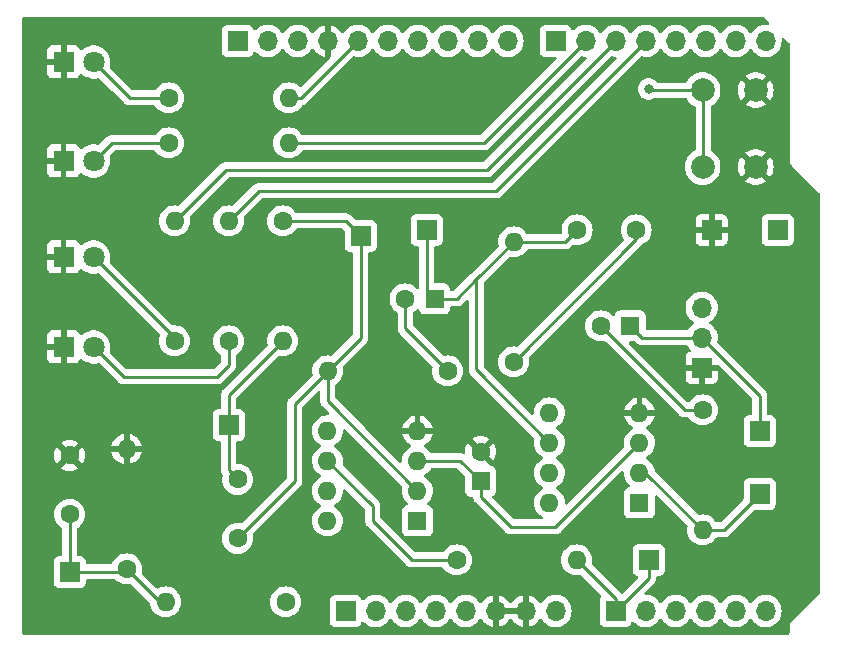
<source format=gbr>
%TF.GenerationSoftware,KiCad,Pcbnew,7.0.1*%
%TF.CreationDate,2023-05-13T15:10:29+02:00*%
%TF.ProjectId,Lab1_SDHD,4c616231-5f53-4444-9844-2e6b69636164,v 1.4*%
%TF.SameCoordinates,Original*%
%TF.FileFunction,Copper,L1,Top*%
%TF.FilePolarity,Positive*%
%FSLAX46Y46*%
G04 Gerber Fmt 4.6, Leading zero omitted, Abs format (unit mm)*
G04 Created by KiCad (PCBNEW 7.0.1) date 2023-05-13 15:10:29*
%MOMM*%
%LPD*%
G01*
G04 APERTURE LIST*
%TA.AperFunction,ComponentPad*%
%ADD10R,1.700000X1.700000*%
%TD*%
%TA.AperFunction,ComponentPad*%
%ADD11R,1.600000X1.600000*%
%TD*%
%TA.AperFunction,ComponentPad*%
%ADD12C,1.600000*%
%TD*%
%TA.AperFunction,ComponentPad*%
%ADD13O,1.600000X1.600000*%
%TD*%
%TA.AperFunction,ComponentPad*%
%ADD14R,1.800000X1.800000*%
%TD*%
%TA.AperFunction,ComponentPad*%
%ADD15C,1.800000*%
%TD*%
%TA.AperFunction,ComponentPad*%
%ADD16O,1.700000X1.700000*%
%TD*%
%TA.AperFunction,ComponentPad*%
%ADD17C,2.000000*%
%TD*%
%TA.AperFunction,ViaPad*%
%ADD18C,0.800000*%
%TD*%
%TA.AperFunction,Conductor*%
%ADD19C,0.250000*%
%TD*%
G04 APERTURE END LIST*
D10*
X104572000Y-94158000D03*
D11*
X135472380Y-71044000D03*
D12*
X132972380Y-71044000D03*
X104572000Y-84292000D03*
X104572000Y-89292000D03*
X142164000Y-76378000D03*
D13*
X142164000Y-66218000D03*
D12*
X113462000Y-74600000D03*
D13*
X113462000Y-64440000D03*
D14*
X104064000Y-50978000D03*
D15*
X106604000Y-50978000D03*
D10*
X158928000Y-65202000D03*
D12*
X112954000Y-54026000D03*
D13*
X123114000Y-54026000D03*
D10*
X134798000Y-65202000D03*
X118034000Y-81712000D03*
D12*
X122860000Y-96698000D03*
D13*
X112700000Y-96698000D03*
D11*
X139370000Y-86473113D03*
D12*
X139370000Y-83973113D03*
D11*
X134026000Y-89830000D03*
D13*
X134026000Y-87290000D03*
X134026000Y-84750000D03*
X134026000Y-82210000D03*
X126406000Y-82210000D03*
X126406000Y-84750000D03*
X126406000Y-87290000D03*
X126406000Y-89830000D03*
D12*
X122606000Y-64440000D03*
D13*
X122606000Y-74600000D03*
D12*
X158166000Y-80442000D03*
D13*
X158166000Y-90602000D03*
D12*
X152538000Y-65202000D03*
X147538000Y-65202000D03*
X137338000Y-93142000D03*
D13*
X147498000Y-93142000D03*
D14*
X104059000Y-67488000D03*
D15*
X106599000Y-67488000D03*
D16*
X158084000Y-71791000D03*
X158084000Y-74331000D03*
D10*
X158084000Y-76871000D03*
D11*
X152030000Y-73330000D03*
D12*
X149530000Y-73330000D03*
D10*
X162992000Y-87554000D03*
D17*
X162666000Y-53368000D03*
X162666000Y-59868000D03*
X158166000Y-53368000D03*
X158166000Y-59868000D03*
D10*
X162992000Y-82220000D03*
D12*
X136576000Y-77140000D03*
D13*
X126416000Y-77140000D03*
D11*
X152822000Y-88306000D03*
D13*
X152822000Y-85766000D03*
X152822000Y-83226000D03*
X152822000Y-80686000D03*
X145202000Y-80686000D03*
X145202000Y-83226000D03*
X145202000Y-85766000D03*
X145202000Y-88306000D03*
D10*
X129210000Y-65710000D03*
X153594000Y-93142000D03*
D12*
X109398000Y-93904000D03*
D13*
X109398000Y-83744000D03*
D12*
X118034000Y-74600000D03*
D13*
X118034000Y-64440000D03*
D14*
X104064000Y-75108000D03*
D15*
X106604000Y-75108000D03*
D12*
X112954000Y-57836000D03*
D13*
X123114000Y-57836000D03*
D10*
X164516000Y-65202000D03*
D12*
X118796000Y-91324000D03*
X118796000Y-86324000D03*
D14*
X104059000Y-59360000D03*
D15*
X106599000Y-59360000D03*
D10*
X127940000Y-97460000D03*
D16*
X130480000Y-97460000D03*
X133020000Y-97460000D03*
X135560000Y-97460000D03*
X138100000Y-97460000D03*
X140640000Y-97460000D03*
X143180000Y-97460000D03*
X145720000Y-97460000D03*
D10*
X150800000Y-97460000D03*
D16*
X153340000Y-97460000D03*
X155880000Y-97460000D03*
X158420000Y-97460000D03*
X160960000Y-97460000D03*
X163500000Y-97460000D03*
D10*
X118796000Y-49200000D03*
D16*
X121336000Y-49200000D03*
X123876000Y-49200000D03*
X126416000Y-49200000D03*
X128956000Y-49200000D03*
X131496000Y-49200000D03*
X134036000Y-49200000D03*
X136576000Y-49200000D03*
X139116000Y-49200000D03*
X141656000Y-49200000D03*
D10*
X145720000Y-49200000D03*
D16*
X148260000Y-49200000D03*
X150800000Y-49200000D03*
X153340000Y-49200000D03*
X155880000Y-49200000D03*
X158420000Y-49200000D03*
X160960000Y-49200000D03*
X163500000Y-49200000D03*
D18*
X144958000Y-70282000D03*
X148514000Y-83998000D03*
X138862000Y-55042000D03*
X155626000Y-62916000D03*
X112192000Y-49200000D03*
X125908000Y-71044000D03*
X164516000Y-92634000D03*
X113716000Y-80188000D03*
X102794000Y-80442000D03*
X153594000Y-53264000D03*
D19*
X134026000Y-87290000D02*
X126416000Y-79680000D01*
X126416000Y-79680000D02*
X126416000Y-77140000D01*
X137646887Y-84750000D02*
X139370000Y-86473113D01*
X134026000Y-84750000D02*
X137646887Y-84750000D01*
X138989000Y-77013000D02*
X138989000Y-69393000D01*
X138989000Y-69393000D02*
X142164000Y-66218000D01*
X145202000Y-83226000D02*
X138989000Y-77013000D01*
X137338000Y-71044000D02*
X138989000Y-69393000D01*
X134798000Y-70369620D02*
X135472380Y-71044000D01*
X134798000Y-65202000D02*
X134798000Y-70369620D01*
X117780000Y-60122000D02*
X139878000Y-60122000D01*
X139878000Y-60122000D02*
X150800000Y-49200000D01*
X113462000Y-64440000D02*
X117780000Y-60122000D01*
X124130000Y-54026000D02*
X128956000Y-49200000D01*
X123114000Y-54026000D02*
X124130000Y-54026000D01*
X129210000Y-74346000D02*
X126416000Y-77140000D01*
X129210000Y-65710000D02*
X129210000Y-74346000D01*
X109652000Y-54026000D02*
X112954000Y-54026000D01*
X106604000Y-50978000D02*
X109652000Y-54026000D01*
X108123000Y-57836000D02*
X112954000Y-57836000D01*
X106599000Y-59360000D02*
X108123000Y-57836000D01*
X139624000Y-57836000D02*
X148260000Y-49200000D01*
X123114000Y-57836000D02*
X139624000Y-57836000D01*
X120574000Y-61900000D02*
X118034000Y-64440000D01*
X140640000Y-61900000D02*
X120574000Y-61900000D01*
X153340000Y-49200000D02*
X140640000Y-61900000D01*
X127940000Y-64440000D02*
X129210000Y-65710000D01*
X122606000Y-64440000D02*
X127940000Y-64440000D01*
X152538000Y-66004000D02*
X152538000Y-65202000D01*
X142164000Y-76378000D02*
X152538000Y-66004000D01*
X153330000Y-85766000D02*
X152822000Y-85766000D01*
X158166000Y-90602000D02*
X153330000Y-85766000D01*
X158166000Y-90602000D02*
X159944000Y-90602000D01*
X159944000Y-90602000D02*
X162992000Y-87554000D01*
X156642000Y-80442000D02*
X158166000Y-80442000D01*
X149530000Y-73330000D02*
X156642000Y-80442000D01*
X158084000Y-74331000D02*
X153031000Y-74331000D01*
X153031000Y-74331000D02*
X152030000Y-73330000D01*
X162992000Y-79239000D02*
X162992000Y-82220000D01*
X158084000Y-74331000D02*
X162992000Y-79239000D01*
X132972380Y-73536380D02*
X136576000Y-77140000D01*
X132972380Y-71044000D02*
X132972380Y-73536380D01*
X146522000Y-66218000D02*
X147538000Y-65202000D01*
X142164000Y-66218000D02*
X146522000Y-66218000D01*
X135472380Y-71044000D02*
X137338000Y-71044000D01*
X153594000Y-93142000D02*
X153594000Y-94666000D01*
X153594000Y-94666000D02*
X150800000Y-97460000D01*
X150800000Y-96444000D02*
X150800000Y-97460000D01*
X147498000Y-93142000D02*
X150800000Y-96444000D01*
X133528000Y-93142000D02*
X137338000Y-93142000D01*
X130226000Y-88570000D02*
X130226000Y-89840000D01*
X126406000Y-84750000D02*
X130226000Y-88570000D01*
X130226000Y-89840000D02*
X133528000Y-93142000D01*
X118034000Y-81712000D02*
X118034000Y-85562000D01*
X118034000Y-85562000D02*
X118796000Y-86324000D01*
X123622000Y-79934000D02*
X126416000Y-77140000D01*
X123622000Y-86498000D02*
X123622000Y-79934000D01*
X118796000Y-91324000D02*
X123622000Y-86498000D01*
X118034000Y-81712000D02*
X118034000Y-79172000D01*
X118034000Y-79172000D02*
X122606000Y-74600000D01*
X141910000Y-90348000D02*
X145700000Y-90348000D01*
X145700000Y-90348000D02*
X152822000Y-83226000D01*
X139370000Y-87808000D02*
X141910000Y-90348000D01*
X139370000Y-86473113D02*
X139370000Y-87808000D01*
X112192000Y-96698000D02*
X112700000Y-96698000D01*
X109398000Y-93904000D02*
X112192000Y-96698000D01*
X104572000Y-94158000D02*
X109144000Y-94158000D01*
X109144000Y-94158000D02*
X109398000Y-93904000D01*
X104572000Y-89292000D02*
X104572000Y-94158000D01*
X117018000Y-77648000D02*
X118034000Y-76632000D01*
X118034000Y-76632000D02*
X118034000Y-74600000D01*
X109144000Y-77648000D02*
X117018000Y-77648000D01*
X106604000Y-75108000D02*
X109144000Y-77648000D01*
X106599000Y-67488000D02*
X113462000Y-74351000D01*
X113462000Y-74351000D02*
X113462000Y-74600000D01*
X153698000Y-53368000D02*
X153594000Y-53264000D01*
X158202000Y-53368000D02*
X153698000Y-53368000D01*
X158202000Y-59868000D02*
X158202000Y-53368000D01*
%TA.AperFunction,Conductor*%
G36*
X163288777Y-47169939D02*
G01*
X163329005Y-47196819D01*
X163772315Y-47640129D01*
X163803767Y-47693412D01*
X163805558Y-47755259D01*
X163777241Y-47810272D01*
X163725866Y-47844754D01*
X163664226Y-47850119D01*
X163612571Y-47841500D01*
X163612569Y-47841500D01*
X163387431Y-47841500D01*
X163165363Y-47878556D01*
X162952427Y-47951657D01*
X162754424Y-48058811D01*
X162576760Y-48197094D01*
X162424279Y-48362730D01*
X162333809Y-48501205D01*
X162289017Y-48542438D01*
X162230000Y-48557383D01*
X162170983Y-48542438D01*
X162126191Y-48501205D01*
X162035723Y-48362734D01*
X162035722Y-48362732D01*
X161883240Y-48197094D01*
X161705576Y-48058811D01*
X161507574Y-47951658D01*
X161507573Y-47951657D01*
X161507572Y-47951657D01*
X161294636Y-47878556D01*
X161072569Y-47841500D01*
X160847431Y-47841500D01*
X160625363Y-47878556D01*
X160412427Y-47951657D01*
X160214424Y-48058811D01*
X160036760Y-48197094D01*
X159884279Y-48362730D01*
X159793809Y-48501205D01*
X159749017Y-48542438D01*
X159690000Y-48557383D01*
X159630983Y-48542438D01*
X159586191Y-48501205D01*
X159495723Y-48362734D01*
X159495722Y-48362732D01*
X159343240Y-48197094D01*
X159165576Y-48058811D01*
X158967574Y-47951658D01*
X158967573Y-47951657D01*
X158967572Y-47951657D01*
X158754636Y-47878556D01*
X158532569Y-47841500D01*
X158307431Y-47841500D01*
X158085363Y-47878556D01*
X157872427Y-47951657D01*
X157674424Y-48058811D01*
X157496760Y-48197094D01*
X157344279Y-48362730D01*
X157253809Y-48501205D01*
X157209017Y-48542438D01*
X157150000Y-48557383D01*
X157090983Y-48542438D01*
X157046191Y-48501205D01*
X156955723Y-48362734D01*
X156955722Y-48362732D01*
X156803240Y-48197094D01*
X156625576Y-48058811D01*
X156427574Y-47951658D01*
X156427573Y-47951657D01*
X156427572Y-47951657D01*
X156214636Y-47878556D01*
X155992569Y-47841500D01*
X155767431Y-47841500D01*
X155545363Y-47878556D01*
X155332427Y-47951657D01*
X155134424Y-48058811D01*
X154956760Y-48197094D01*
X154804279Y-48362730D01*
X154713809Y-48501205D01*
X154669017Y-48542438D01*
X154610000Y-48557383D01*
X154550983Y-48542438D01*
X154506191Y-48501205D01*
X154415723Y-48362734D01*
X154415722Y-48362732D01*
X154263240Y-48197094D01*
X154085576Y-48058811D01*
X153887574Y-47951658D01*
X153887573Y-47951657D01*
X153887572Y-47951657D01*
X153674636Y-47878556D01*
X153452569Y-47841500D01*
X153227431Y-47841500D01*
X153005363Y-47878556D01*
X152792427Y-47951657D01*
X152594424Y-48058811D01*
X152416760Y-48197094D01*
X152264279Y-48362730D01*
X152173809Y-48501205D01*
X152129017Y-48542438D01*
X152070000Y-48557383D01*
X152010983Y-48542438D01*
X151966191Y-48501205D01*
X151875723Y-48362734D01*
X151875722Y-48362732D01*
X151723240Y-48197094D01*
X151545576Y-48058811D01*
X151347574Y-47951658D01*
X151347573Y-47951657D01*
X151347572Y-47951657D01*
X151134636Y-47878556D01*
X150912569Y-47841500D01*
X150687431Y-47841500D01*
X150465363Y-47878556D01*
X150252427Y-47951657D01*
X150054424Y-48058811D01*
X149876760Y-48197094D01*
X149724279Y-48362730D01*
X149633809Y-48501205D01*
X149589017Y-48542438D01*
X149530000Y-48557383D01*
X149470983Y-48542438D01*
X149426191Y-48501205D01*
X149335723Y-48362734D01*
X149335722Y-48362732D01*
X149183240Y-48197094D01*
X149005576Y-48058811D01*
X148807574Y-47951658D01*
X148807573Y-47951657D01*
X148807572Y-47951657D01*
X148594636Y-47878556D01*
X148372569Y-47841500D01*
X148147431Y-47841500D01*
X147925363Y-47878556D01*
X147712427Y-47951657D01*
X147514424Y-48058811D01*
X147336759Y-48197094D01*
X147273548Y-48265759D01*
X147220924Y-48299612D01*
X147158470Y-48303460D01*
X147102089Y-48276322D01*
X147066138Y-48225110D01*
X147041427Y-48158861D01*
X147020889Y-48103796D01*
X146962951Y-48026400D01*
X146933261Y-47986738D01*
X146816203Y-47899110D01*
X146679205Y-47848011D01*
X146648906Y-47844754D01*
X146618638Y-47841500D01*
X144821362Y-47841500D01*
X144794445Y-47844393D01*
X144760794Y-47848011D01*
X144623796Y-47899110D01*
X144506738Y-47986738D01*
X144419110Y-48103796D01*
X144368011Y-48240794D01*
X144364393Y-48274445D01*
X144361689Y-48299612D01*
X144361500Y-48301366D01*
X144361500Y-50098634D01*
X144368011Y-50159205D01*
X144419110Y-50296203D01*
X144506738Y-50413261D01*
X144623796Y-50500889D01*
X144760794Y-50551988D01*
X144760797Y-50551988D01*
X144760799Y-50551989D01*
X144821362Y-50558500D01*
X145706233Y-50558500D01*
X145762528Y-50572015D01*
X145806551Y-50609615D01*
X145828706Y-50663102D01*
X145824164Y-50720818D01*
X145793914Y-50770181D01*
X139397914Y-57166181D01*
X139357686Y-57193061D01*
X139310233Y-57202500D01*
X124332353Y-57202500D01*
X124275096Y-57188490D01*
X124230779Y-57149624D01*
X124120198Y-56991700D01*
X123958303Y-56829805D01*
X123958300Y-56829802D01*
X123770749Y-56698477D01*
X123770746Y-56698476D01*
X123770744Y-56698474D01*
X123563246Y-56601717D01*
X123563243Y-56601716D01*
X123452664Y-56572086D01*
X123342084Y-56542456D01*
X123114000Y-56522501D01*
X122885915Y-56542456D01*
X122664753Y-56601717D01*
X122457255Y-56698474D01*
X122269696Y-56829805D01*
X122107805Y-56991696D01*
X121976474Y-57179255D01*
X121879717Y-57386753D01*
X121820456Y-57607915D01*
X121800501Y-57835999D01*
X121820456Y-58064084D01*
X121879717Y-58285246D01*
X121976474Y-58492744D01*
X121976476Y-58492746D01*
X121976477Y-58492749D01*
X122107802Y-58680300D01*
X122269700Y-58842198D01*
X122457251Y-58973523D01*
X122457254Y-58973524D01*
X122457255Y-58973525D01*
X122479301Y-58983805D01*
X122664757Y-59070284D01*
X122885913Y-59129543D01*
X123114000Y-59149498D01*
X123342087Y-59129543D01*
X123563243Y-59070284D01*
X123770749Y-58973523D01*
X123958300Y-58842198D01*
X124120198Y-58680300D01*
X124170861Y-58607946D01*
X124230779Y-58522376D01*
X124275096Y-58483510D01*
X124332353Y-58469500D01*
X139540367Y-58469500D01*
X139561108Y-58471789D01*
X139563905Y-58471701D01*
X139563909Y-58471702D01*
X139632017Y-58469560D01*
X139635913Y-58469500D01*
X139663854Y-58469500D01*
X139663856Y-58469500D01*
X139667956Y-58468981D01*
X139679606Y-58468064D01*
X139723889Y-58466673D01*
X139743498Y-58460975D01*
X139762531Y-58457033D01*
X139782797Y-58454474D01*
X139824006Y-58438157D01*
X139835037Y-58434380D01*
X139877593Y-58422018D01*
X139895160Y-58411628D01*
X139912632Y-58403068D01*
X139931617Y-58395552D01*
X139967475Y-58369498D01*
X139977223Y-58363096D01*
X140015362Y-58340542D01*
X140029800Y-58326103D01*
X140044588Y-58313472D01*
X140061107Y-58301472D01*
X140089359Y-58267319D01*
X140097203Y-58258699D01*
X147802959Y-50552943D01*
X147862693Y-50519816D01*
X147914768Y-50522511D01*
X147915229Y-50519753D01*
X148147431Y-50558500D01*
X148246233Y-50558500D01*
X148302528Y-50572015D01*
X148346551Y-50609615D01*
X148368706Y-50663102D01*
X148364164Y-50720818D01*
X148333914Y-50770181D01*
X139651914Y-59452181D01*
X139611686Y-59479061D01*
X139564233Y-59488500D01*
X117863633Y-59488500D01*
X117842891Y-59486210D01*
X117840091Y-59486298D01*
X117771983Y-59488439D01*
X117768087Y-59488500D01*
X117740144Y-59488500D01*
X117736042Y-59489018D01*
X117724403Y-59489934D01*
X117680110Y-59491326D01*
X117660507Y-59497022D01*
X117641455Y-59500967D01*
X117621199Y-59503526D01*
X117579997Y-59519838D01*
X117568951Y-59523621D01*
X117526402Y-59535983D01*
X117508831Y-59546374D01*
X117491370Y-59554929D01*
X117472383Y-59562447D01*
X117436542Y-59588487D01*
X117426780Y-59594899D01*
X117388639Y-59617455D01*
X117374196Y-59631898D01*
X117359409Y-59644527D01*
X117342892Y-59656528D01*
X117314652Y-59690663D01*
X117306792Y-59699301D01*
X113874430Y-63131663D01*
X113818843Y-63163757D01*
X113754657Y-63163757D01*
X113690088Y-63146456D01*
X113462000Y-63126501D01*
X113233915Y-63146456D01*
X113012753Y-63205717D01*
X112805255Y-63302474D01*
X112617696Y-63433805D01*
X112455805Y-63595696D01*
X112324474Y-63783255D01*
X112227717Y-63990753D01*
X112168456Y-64211915D01*
X112148501Y-64440000D01*
X112168456Y-64668084D01*
X112227717Y-64889246D01*
X112324474Y-65096744D01*
X112324476Y-65096746D01*
X112324477Y-65096749D01*
X112455802Y-65284300D01*
X112617700Y-65446198D01*
X112805251Y-65577523D01*
X113012757Y-65674284D01*
X113233913Y-65733543D01*
X113462000Y-65753498D01*
X113690087Y-65733543D01*
X113911243Y-65674284D01*
X114118749Y-65577523D01*
X114306300Y-65446198D01*
X114468198Y-65284300D01*
X114599523Y-65096749D01*
X114696284Y-64889243D01*
X114755543Y-64668087D01*
X114775498Y-64440000D01*
X114755543Y-64211913D01*
X114738241Y-64147342D01*
X114738241Y-64083155D01*
X114770333Y-64027569D01*
X118006084Y-60791819D01*
X118046313Y-60764939D01*
X118093766Y-60755500D01*
X139794367Y-60755500D01*
X139815108Y-60757789D01*
X139817905Y-60757701D01*
X139817909Y-60757702D01*
X139886017Y-60755560D01*
X139889913Y-60755500D01*
X139917854Y-60755500D01*
X139917856Y-60755500D01*
X139921956Y-60754981D01*
X139933606Y-60754064D01*
X139977889Y-60752673D01*
X139997498Y-60746975D01*
X140016531Y-60743033D01*
X140036797Y-60740474D01*
X140078006Y-60724157D01*
X140089037Y-60720380D01*
X140131593Y-60708018D01*
X140149160Y-60697628D01*
X140166632Y-60689068D01*
X140185617Y-60681552D01*
X140221475Y-60655498D01*
X140231223Y-60649096D01*
X140269362Y-60626542D01*
X140283800Y-60612103D01*
X140298588Y-60599472D01*
X140315107Y-60587472D01*
X140343359Y-60553319D01*
X140351203Y-60544699D01*
X150342959Y-50552943D01*
X150402693Y-50519816D01*
X150454768Y-50522511D01*
X150455229Y-50519753D01*
X150687431Y-50558500D01*
X150786232Y-50558500D01*
X150842527Y-50572015D01*
X150886550Y-50609615D01*
X150908705Y-50663102D01*
X150904163Y-50720818D01*
X150873913Y-50770181D01*
X140413914Y-61230181D01*
X140373686Y-61257061D01*
X140326233Y-61266500D01*
X120657628Y-61266500D01*
X120636892Y-61264211D01*
X120634091Y-61264299D01*
X120566001Y-61266439D01*
X120562106Y-61266500D01*
X120534144Y-61266500D01*
X120530032Y-61267019D01*
X120518401Y-61267934D01*
X120474110Y-61269326D01*
X120454507Y-61275022D01*
X120435456Y-61278967D01*
X120415203Y-61281525D01*
X120374008Y-61297835D01*
X120362962Y-61301616D01*
X120320405Y-61313981D01*
X120302827Y-61324376D01*
X120285360Y-61332933D01*
X120266384Y-61340446D01*
X120230544Y-61366485D01*
X120220786Y-61372895D01*
X120182637Y-61395457D01*
X120168196Y-61409898D01*
X120153409Y-61422527D01*
X120136892Y-61434528D01*
X120108652Y-61468663D01*
X120100792Y-61477301D01*
X118446430Y-63131663D01*
X118390843Y-63163757D01*
X118326657Y-63163757D01*
X118262088Y-63146456D01*
X118034000Y-63126501D01*
X117805915Y-63146456D01*
X117584753Y-63205717D01*
X117377255Y-63302474D01*
X117189696Y-63433805D01*
X117027805Y-63595696D01*
X116896474Y-63783255D01*
X116799717Y-63990753D01*
X116740456Y-64211915D01*
X116720501Y-64440000D01*
X116740456Y-64668084D01*
X116799717Y-64889246D01*
X116896474Y-65096744D01*
X116896476Y-65096746D01*
X116896477Y-65096749D01*
X117027802Y-65284300D01*
X117189700Y-65446198D01*
X117377251Y-65577523D01*
X117584757Y-65674284D01*
X117805913Y-65733543D01*
X118034000Y-65753498D01*
X118262087Y-65733543D01*
X118483243Y-65674284D01*
X118690749Y-65577523D01*
X118878300Y-65446198D01*
X119040198Y-65284300D01*
X119171523Y-65096749D01*
X119268284Y-64889243D01*
X119327543Y-64668087D01*
X119347498Y-64440000D01*
X119327543Y-64211913D01*
X119310241Y-64147342D01*
X119310241Y-64083155D01*
X119342333Y-64027569D01*
X120800084Y-62569819D01*
X120840313Y-62542939D01*
X120887766Y-62533500D01*
X140556367Y-62533500D01*
X140577108Y-62535789D01*
X140579905Y-62535701D01*
X140579909Y-62535702D01*
X140648017Y-62533560D01*
X140651913Y-62533500D01*
X140679854Y-62533500D01*
X140679856Y-62533500D01*
X140683956Y-62532981D01*
X140695606Y-62532064D01*
X140739889Y-62530673D01*
X140759498Y-62524975D01*
X140778531Y-62521033D01*
X140798797Y-62518474D01*
X140840006Y-62502157D01*
X140851037Y-62498380D01*
X140893593Y-62486018D01*
X140911160Y-62475628D01*
X140928632Y-62467068D01*
X140947617Y-62459552D01*
X140983475Y-62433498D01*
X140993223Y-62427096D01*
X141031362Y-62404542D01*
X141045800Y-62390103D01*
X141060588Y-62377472D01*
X141077107Y-62365472D01*
X141105359Y-62331319D01*
X141113203Y-62322699D01*
X150171902Y-53264000D01*
X152680496Y-53264000D01*
X152690477Y-53358964D01*
X152700458Y-53453929D01*
X152759472Y-53635556D01*
X152854957Y-53800941D01*
X152854960Y-53800944D01*
X152982747Y-53942866D01*
X153071803Y-54007569D01*
X153137248Y-54055118D01*
X153311714Y-54132795D01*
X153498511Y-54172500D01*
X153498513Y-54172500D01*
X153689487Y-54172500D01*
X153689489Y-54172500D01*
X153876285Y-54132795D01*
X153876286Y-54132794D01*
X153876288Y-54132794D01*
X154050752Y-54055118D01*
X154090830Y-54026000D01*
X154091956Y-54025182D01*
X154126523Y-54007569D01*
X154164841Y-54001500D01*
X156715555Y-54001500D01*
X156776144Y-54017310D01*
X156821281Y-54060709D01*
X156941824Y-54257416D01*
X157096031Y-54437969D01*
X157276584Y-54592176D01*
X157421017Y-54680685D01*
X157479037Y-54716240D01*
X157491955Y-54721591D01*
X157532182Y-54748471D01*
X157559061Y-54788699D01*
X157568500Y-54836151D01*
X157568500Y-58399849D01*
X157559061Y-58447301D01*
X157532182Y-58487529D01*
X157491955Y-58514409D01*
X157479037Y-58519759D01*
X157276585Y-58643823D01*
X157096031Y-58798031D01*
X156941823Y-58978585D01*
X156817761Y-59181035D01*
X156726894Y-59400406D01*
X156671465Y-59631287D01*
X156652835Y-59868000D01*
X156671465Y-60104712D01*
X156726894Y-60335593D01*
X156772327Y-60445278D01*
X156817760Y-60554963D01*
X156941824Y-60757416D01*
X157096031Y-60937969D01*
X157276584Y-61092176D01*
X157479037Y-61216240D01*
X157698406Y-61307105D01*
X157929289Y-61362535D01*
X158166000Y-61381165D01*
X158402711Y-61362535D01*
X158633594Y-61307105D01*
X158852963Y-61216240D01*
X159055416Y-61092176D01*
X159056079Y-61091610D01*
X161795942Y-61091610D01*
X161842766Y-61128055D01*
X162061393Y-61246368D01*
X162296506Y-61327083D01*
X162541707Y-61368000D01*
X162790293Y-61368000D01*
X163035493Y-61327083D01*
X163270606Y-61246368D01*
X163489233Y-61128053D01*
X163536056Y-61091609D01*
X162666000Y-60221553D01*
X161795942Y-61091609D01*
X161795942Y-61091610D01*
X159056079Y-61091610D01*
X159235969Y-60937969D01*
X159390176Y-60757416D01*
X159514240Y-60554963D01*
X159605105Y-60335594D01*
X159660535Y-60104711D01*
X159679165Y-59868000D01*
X159679165Y-59867999D01*
X161160858Y-59867999D01*
X161181386Y-60115732D01*
X161242413Y-60356721D01*
X161342268Y-60584370D01*
X161442563Y-60737882D01*
X161442564Y-60737882D01*
X162312447Y-59868001D01*
X162312447Y-59868000D01*
X163019553Y-59868000D01*
X163889434Y-60737882D01*
X163989730Y-60584369D01*
X164089586Y-60356721D01*
X164150613Y-60115732D01*
X164171141Y-59867999D01*
X164150613Y-59620267D01*
X164089586Y-59379278D01*
X163989730Y-59151630D01*
X163889434Y-58998116D01*
X163019553Y-59868000D01*
X162312447Y-59868000D01*
X161442564Y-58998116D01*
X161342266Y-59151634D01*
X161242413Y-59379278D01*
X161181386Y-59620267D01*
X161160858Y-59867999D01*
X159679165Y-59867999D01*
X159660535Y-59631289D01*
X159605105Y-59400406D01*
X159514240Y-59181037D01*
X159390176Y-58978584D01*
X159235969Y-58798031D01*
X159056079Y-58644390D01*
X161795942Y-58644390D01*
X162666000Y-59514447D01*
X162666001Y-59514447D01*
X163536057Y-58644390D01*
X163536056Y-58644388D01*
X163489235Y-58607947D01*
X163270606Y-58489631D01*
X163035493Y-58408916D01*
X162790293Y-58368000D01*
X162541707Y-58368000D01*
X162296506Y-58408916D01*
X162061393Y-58489631D01*
X161842764Y-58607946D01*
X161795942Y-58644388D01*
X161795942Y-58644390D01*
X159056079Y-58644390D01*
X159055416Y-58643824D01*
X158894709Y-58545342D01*
X158851310Y-58500205D01*
X158835500Y-58439616D01*
X158835500Y-54796384D01*
X158851310Y-54735795D01*
X158894710Y-54690657D01*
X159055416Y-54592176D01*
X159056079Y-54591610D01*
X161795942Y-54591610D01*
X161842766Y-54628055D01*
X162061393Y-54746368D01*
X162296506Y-54827083D01*
X162541707Y-54868000D01*
X162790293Y-54868000D01*
X163035493Y-54827083D01*
X163270606Y-54746368D01*
X163489233Y-54628053D01*
X163536056Y-54591609D01*
X162666000Y-53721553D01*
X161795942Y-54591609D01*
X161795942Y-54591610D01*
X159056079Y-54591610D01*
X159235969Y-54437969D01*
X159390176Y-54257416D01*
X159514240Y-54054963D01*
X159605105Y-53835594D01*
X159660535Y-53604711D01*
X159679165Y-53368000D01*
X159679165Y-53367999D01*
X161160858Y-53367999D01*
X161181386Y-53615732D01*
X161242413Y-53856721D01*
X161342268Y-54084370D01*
X161442563Y-54237882D01*
X161442564Y-54237882D01*
X162312447Y-53368001D01*
X162312447Y-53368000D01*
X163019553Y-53368000D01*
X163889434Y-54237882D01*
X163989730Y-54084369D01*
X164089586Y-53856721D01*
X164150613Y-53615732D01*
X164171141Y-53367999D01*
X164150613Y-53120267D01*
X164089586Y-52879278D01*
X163989730Y-52651630D01*
X163889434Y-52498116D01*
X163019553Y-53368000D01*
X162312447Y-53368000D01*
X161442564Y-52498116D01*
X161342266Y-52651634D01*
X161242413Y-52879278D01*
X161181386Y-53120267D01*
X161160858Y-53367999D01*
X159679165Y-53367999D01*
X159660535Y-53131289D01*
X159605105Y-52900406D01*
X159514240Y-52681037D01*
X159390176Y-52478584D01*
X159235969Y-52298031D01*
X159056079Y-52144390D01*
X161795942Y-52144390D01*
X162666000Y-53014447D01*
X162666001Y-53014447D01*
X163536057Y-52144390D01*
X163536056Y-52144388D01*
X163489235Y-52107947D01*
X163270606Y-51989631D01*
X163035493Y-51908916D01*
X162790293Y-51868000D01*
X162541707Y-51868000D01*
X162296506Y-51908916D01*
X162061393Y-51989631D01*
X161842764Y-52107946D01*
X161795942Y-52144388D01*
X161795942Y-52144390D01*
X159056079Y-52144390D01*
X159055416Y-52143824D01*
X158852963Y-52019760D01*
X158740395Y-51973133D01*
X158633593Y-51928894D01*
X158402712Y-51873465D01*
X158166000Y-51854835D01*
X157929287Y-51873465D01*
X157698406Y-51928894D01*
X157562050Y-51985375D01*
X157483726Y-52017818D01*
X157479035Y-52019761D01*
X157276585Y-52143823D01*
X157096031Y-52298031D01*
X156941823Y-52478585D01*
X156821282Y-52675290D01*
X156776144Y-52718690D01*
X156715555Y-52734500D01*
X154394951Y-52734500D01*
X154344516Y-52723780D01*
X154302801Y-52693472D01*
X154265126Y-52651630D01*
X154205253Y-52585134D01*
X154083927Y-52496985D01*
X154050751Y-52472881D01*
X153876285Y-52395204D01*
X153689489Y-52355500D01*
X153689487Y-52355500D01*
X153498513Y-52355500D01*
X153498511Y-52355500D01*
X153311714Y-52395204D01*
X153137248Y-52472881D01*
X152982748Y-52585133D01*
X152854957Y-52727058D01*
X152759472Y-52892443D01*
X152700458Y-53074070D01*
X152694444Y-53131289D01*
X152680496Y-53264000D01*
X150171902Y-53264000D01*
X152882959Y-50552943D01*
X152942693Y-50519816D01*
X152994768Y-50522511D01*
X152995229Y-50519753D01*
X153227431Y-50558500D01*
X153452569Y-50558500D01*
X153674635Y-50521444D01*
X153887574Y-50448342D01*
X154085576Y-50341189D01*
X154263240Y-50202906D01*
X154415722Y-50037268D01*
X154485097Y-49931080D01*
X154506191Y-49898795D01*
X154550982Y-49857561D01*
X154610000Y-49842616D01*
X154669018Y-49857561D01*
X154713809Y-49898795D01*
X154799644Y-50030176D01*
X154804278Y-50037268D01*
X154956760Y-50202906D01*
X155134424Y-50341189D01*
X155332426Y-50448342D01*
X155545365Y-50521444D01*
X155767431Y-50558500D01*
X155992569Y-50558500D01*
X156214635Y-50521444D01*
X156427574Y-50448342D01*
X156625576Y-50341189D01*
X156803240Y-50202906D01*
X156955722Y-50037268D01*
X157025097Y-49931080D01*
X157046191Y-49898795D01*
X157090982Y-49857561D01*
X157150000Y-49842616D01*
X157209018Y-49857561D01*
X157253809Y-49898795D01*
X157339644Y-50030176D01*
X157344278Y-50037268D01*
X157496760Y-50202906D01*
X157674424Y-50341189D01*
X157872426Y-50448342D01*
X158085365Y-50521444D01*
X158307431Y-50558500D01*
X158532569Y-50558500D01*
X158754635Y-50521444D01*
X158967574Y-50448342D01*
X159165576Y-50341189D01*
X159343240Y-50202906D01*
X159495722Y-50037268D01*
X159565097Y-49931080D01*
X159586191Y-49898795D01*
X159630982Y-49857561D01*
X159690000Y-49842616D01*
X159749018Y-49857561D01*
X159793809Y-49898795D01*
X159879644Y-50030176D01*
X159884278Y-50037268D01*
X160036760Y-50202906D01*
X160214424Y-50341189D01*
X160412426Y-50448342D01*
X160625365Y-50521444D01*
X160847431Y-50558500D01*
X161072569Y-50558500D01*
X161294635Y-50521444D01*
X161507574Y-50448342D01*
X161705576Y-50341189D01*
X161883240Y-50202906D01*
X162035722Y-50037268D01*
X162105097Y-49931080D01*
X162126191Y-49898795D01*
X162170982Y-49857561D01*
X162230000Y-49842616D01*
X162289018Y-49857561D01*
X162333809Y-49898795D01*
X162419644Y-50030176D01*
X162424278Y-50037268D01*
X162576760Y-50202906D01*
X162754424Y-50341189D01*
X162952426Y-50448342D01*
X163165365Y-50521444D01*
X163387431Y-50558500D01*
X163612569Y-50558500D01*
X163834635Y-50521444D01*
X164047574Y-50448342D01*
X164245576Y-50341189D01*
X164423240Y-50202906D01*
X164575722Y-50037268D01*
X164698860Y-49848791D01*
X164789296Y-49642616D01*
X164844564Y-49424368D01*
X164863156Y-49200000D01*
X164848713Y-49025704D01*
X164858325Y-48966596D01*
X164894519Y-48918884D01*
X164948852Y-48893700D01*
X165008652Y-48896917D01*
X165059970Y-48927784D01*
X165503181Y-49370995D01*
X165530061Y-49411223D01*
X165539500Y-49458676D01*
X165539500Y-59292856D01*
X165536666Y-59319214D01*
X165535640Y-59323926D01*
X165539184Y-59373461D01*
X165539500Y-59382308D01*
X165539500Y-59395803D01*
X165541419Y-59409153D01*
X165542365Y-59417947D01*
X165545909Y-59467483D01*
X165547594Y-59472001D01*
X165554147Y-59497676D01*
X165554445Y-59499744D01*
X165554835Y-59502458D01*
X165562773Y-59519838D01*
X165574891Y-59546374D01*
X165575457Y-59547612D01*
X165578845Y-59555790D01*
X165596204Y-59602331D01*
X165599095Y-59606194D01*
X165612620Y-59628987D01*
X165614622Y-59633372D01*
X165614623Y-59633373D01*
X165647147Y-59670907D01*
X165652689Y-59677786D01*
X165660779Y-59688593D01*
X165670321Y-59698135D01*
X165676354Y-59704615D01*
X165708870Y-59742142D01*
X165712927Y-59744749D01*
X165733571Y-59761385D01*
X168043181Y-62070995D01*
X168070061Y-62111223D01*
X168079500Y-62158676D01*
X168079500Y-95931324D01*
X168070061Y-95978777D01*
X168043181Y-96019005D01*
X165733569Y-98328615D01*
X165712936Y-98345244D01*
X165708872Y-98347855D01*
X165676351Y-98385386D01*
X165670330Y-98391854D01*
X165660777Y-98401408D01*
X165652677Y-98412227D01*
X165647132Y-98419107D01*
X165614624Y-98456624D01*
X165612618Y-98461017D01*
X165599098Y-98483802D01*
X165596203Y-98487668D01*
X165578851Y-98534191D01*
X165575466Y-98542365D01*
X165554834Y-98587545D01*
X165554147Y-98592323D01*
X165547596Y-98617990D01*
X165545909Y-98622513D01*
X165542365Y-98672053D01*
X165541420Y-98680846D01*
X165539500Y-98694204D01*
X165539500Y-98707692D01*
X165539184Y-98716539D01*
X165535640Y-98766073D01*
X165536666Y-98770786D01*
X165539500Y-98797144D01*
X165539500Y-99228243D01*
X165537973Y-99247642D01*
X165529773Y-99299411D01*
X165517785Y-99336307D01*
X165498474Y-99374207D01*
X165475670Y-99405593D01*
X165445593Y-99435670D01*
X165414207Y-99458474D01*
X165376307Y-99477785D01*
X165339411Y-99489773D01*
X165309068Y-99494579D01*
X165287639Y-99497973D01*
X165268243Y-99499500D01*
X100771757Y-99499500D01*
X100752360Y-99497973D01*
X100718098Y-99492546D01*
X100700588Y-99489773D01*
X100663695Y-99477786D01*
X100625790Y-99458472D01*
X100594406Y-99435670D01*
X100564329Y-99405593D01*
X100541528Y-99374211D01*
X100522212Y-99336301D01*
X100510227Y-99299417D01*
X100502025Y-99247629D01*
X100500500Y-99228243D01*
X100500500Y-98358634D01*
X126581500Y-98358634D01*
X126588011Y-98419205D01*
X126639110Y-98556203D01*
X126726738Y-98673261D01*
X126843796Y-98760889D01*
X126980794Y-98811988D01*
X126980797Y-98811988D01*
X126980799Y-98811989D01*
X127041362Y-98818500D01*
X128838634Y-98818500D01*
X128838638Y-98818500D01*
X128899201Y-98811989D01*
X128899203Y-98811988D01*
X128899205Y-98811988D01*
X129022305Y-98766073D01*
X129036204Y-98760889D01*
X129153261Y-98673261D01*
X129240889Y-98556204D01*
X129286137Y-98434889D01*
X129322089Y-98383677D01*
X129378471Y-98356539D01*
X129440925Y-98360387D01*
X129493548Y-98394241D01*
X129555021Y-98461017D01*
X129556760Y-98462906D01*
X129734424Y-98601189D01*
X129932426Y-98708342D01*
X130145365Y-98781444D01*
X130367431Y-98818500D01*
X130592569Y-98818500D01*
X130814635Y-98781444D01*
X131027574Y-98708342D01*
X131225576Y-98601189D01*
X131403240Y-98462906D01*
X131555722Y-98297268D01*
X131646190Y-98158795D01*
X131690982Y-98117561D01*
X131750000Y-98102616D01*
X131809018Y-98117561D01*
X131853809Y-98158795D01*
X131944278Y-98297268D01*
X132096760Y-98462906D01*
X132274424Y-98601189D01*
X132472426Y-98708342D01*
X132685365Y-98781444D01*
X132907431Y-98818500D01*
X133132569Y-98818500D01*
X133354635Y-98781444D01*
X133567574Y-98708342D01*
X133765576Y-98601189D01*
X133943240Y-98462906D01*
X134095722Y-98297268D01*
X134186190Y-98158795D01*
X134230982Y-98117561D01*
X134290000Y-98102616D01*
X134349018Y-98117561D01*
X134393809Y-98158795D01*
X134484278Y-98297268D01*
X134636760Y-98462906D01*
X134814424Y-98601189D01*
X135012426Y-98708342D01*
X135225365Y-98781444D01*
X135447431Y-98818500D01*
X135672569Y-98818500D01*
X135894635Y-98781444D01*
X136107574Y-98708342D01*
X136305576Y-98601189D01*
X136483240Y-98462906D01*
X136635722Y-98297268D01*
X136726190Y-98158795D01*
X136770982Y-98117561D01*
X136830000Y-98102616D01*
X136889018Y-98117561D01*
X136933809Y-98158795D01*
X137024278Y-98297268D01*
X137176760Y-98462906D01*
X137354424Y-98601189D01*
X137552426Y-98708342D01*
X137765365Y-98781444D01*
X137987431Y-98818500D01*
X138212569Y-98818500D01*
X138434635Y-98781444D01*
X138647574Y-98708342D01*
X138845576Y-98601189D01*
X139023240Y-98462906D01*
X139175722Y-98297268D01*
X139269748Y-98153349D01*
X139313663Y-98112595D01*
X139371562Y-98097188D01*
X139429926Y-98110726D01*
X139475131Y-98150048D01*
X139601892Y-98331080D01*
X139768918Y-98498106D01*
X139962423Y-98633600D01*
X140176507Y-98733430D01*
X140389999Y-98790635D01*
X140390000Y-98790636D01*
X140390000Y-97710000D01*
X140890000Y-97710000D01*
X140890000Y-98790635D01*
X141103492Y-98733430D01*
X141317576Y-98633600D01*
X141511081Y-98498106D01*
X141678106Y-98331081D01*
X141808425Y-98144968D01*
X141852743Y-98106103D01*
X141910000Y-98092092D01*
X141967257Y-98106103D01*
X142011575Y-98144968D01*
X142141893Y-98331081D01*
X142308918Y-98498106D01*
X142502423Y-98633600D01*
X142716507Y-98733430D01*
X142929999Y-98790635D01*
X142930000Y-98790636D01*
X142930000Y-98790635D01*
X143430000Y-98790635D01*
X143643492Y-98733430D01*
X143857576Y-98633600D01*
X144051081Y-98498106D01*
X144218106Y-98331081D01*
X144344868Y-98150048D01*
X144390072Y-98110726D01*
X144448436Y-98097188D01*
X144506335Y-98112595D01*
X144550252Y-98153351D01*
X144644276Y-98297267D01*
X144723824Y-98383677D01*
X144796760Y-98462906D01*
X144974424Y-98601189D01*
X145172426Y-98708342D01*
X145385365Y-98781444D01*
X145607431Y-98818500D01*
X145832569Y-98818500D01*
X146054635Y-98781444D01*
X146267574Y-98708342D01*
X146465576Y-98601189D01*
X146643240Y-98462906D01*
X146795722Y-98297268D01*
X146918860Y-98108791D01*
X147009296Y-97902616D01*
X147064564Y-97684368D01*
X147083156Y-97460000D01*
X147064564Y-97235632D01*
X147009296Y-97017384D01*
X146918860Y-96811209D01*
X146795722Y-96622732D01*
X146643240Y-96457094D01*
X146465576Y-96318811D01*
X146267574Y-96211658D01*
X146267573Y-96211657D01*
X146267572Y-96211657D01*
X146054636Y-96138556D01*
X145832569Y-96101500D01*
X145607431Y-96101500D01*
X145385363Y-96138556D01*
X145172427Y-96211657D01*
X144974424Y-96318811D01*
X144796760Y-96457094D01*
X144644275Y-96622734D01*
X144550250Y-96766650D01*
X144506334Y-96807405D01*
X144448435Y-96822812D01*
X144390071Y-96809274D01*
X144344867Y-96769951D01*
X144218109Y-96588921D01*
X144051081Y-96421893D01*
X143857576Y-96286399D01*
X143643492Y-96186569D01*
X143430000Y-96129364D01*
X143430000Y-98790635D01*
X142930000Y-98790635D01*
X142930000Y-97710000D01*
X140890000Y-97710000D01*
X140390000Y-97710000D01*
X140390000Y-97210000D01*
X140890000Y-97210000D01*
X142930000Y-97210000D01*
X142930000Y-96129364D01*
X142929999Y-96129364D01*
X142716507Y-96186569D01*
X142502421Y-96286400D01*
X142308921Y-96421890D01*
X142141893Y-96588918D01*
X142011575Y-96775032D01*
X141967257Y-96813897D01*
X141910000Y-96827908D01*
X141852743Y-96813897D01*
X141808425Y-96775032D01*
X141678106Y-96588918D01*
X141511081Y-96421893D01*
X141317576Y-96286399D01*
X141103492Y-96186569D01*
X140890000Y-96129364D01*
X140890000Y-97210000D01*
X140390000Y-97210000D01*
X140390000Y-96129364D01*
X140389999Y-96129364D01*
X140176507Y-96186569D01*
X139962421Y-96286400D01*
X139768921Y-96421890D01*
X139601893Y-96588918D01*
X139475132Y-96769952D01*
X139429928Y-96809274D01*
X139371564Y-96822812D01*
X139313665Y-96807405D01*
X139269748Y-96766649D01*
X139175723Y-96622732D01*
X139066646Y-96504245D01*
X139023240Y-96457094D01*
X138845576Y-96318811D01*
X138647574Y-96211658D01*
X138647573Y-96211657D01*
X138647572Y-96211657D01*
X138434636Y-96138556D01*
X138212569Y-96101500D01*
X137987431Y-96101500D01*
X137765363Y-96138556D01*
X137552427Y-96211657D01*
X137354424Y-96318811D01*
X137176760Y-96457094D01*
X137024279Y-96622730D01*
X136933809Y-96761205D01*
X136889017Y-96802438D01*
X136830000Y-96817383D01*
X136770983Y-96802438D01*
X136726191Y-96761205D01*
X136635723Y-96622734D01*
X136635722Y-96622732D01*
X136483240Y-96457094D01*
X136305576Y-96318811D01*
X136107574Y-96211658D01*
X136107573Y-96211657D01*
X136107572Y-96211657D01*
X135894636Y-96138556D01*
X135672569Y-96101500D01*
X135447431Y-96101500D01*
X135225363Y-96138556D01*
X135012427Y-96211657D01*
X134814424Y-96318811D01*
X134636760Y-96457094D01*
X134484279Y-96622730D01*
X134393809Y-96761205D01*
X134349017Y-96802438D01*
X134290000Y-96817383D01*
X134230983Y-96802438D01*
X134186191Y-96761205D01*
X134095723Y-96622734D01*
X134095722Y-96622732D01*
X133943240Y-96457094D01*
X133765576Y-96318811D01*
X133567574Y-96211658D01*
X133567573Y-96211657D01*
X133567572Y-96211657D01*
X133354636Y-96138556D01*
X133132569Y-96101500D01*
X132907431Y-96101500D01*
X132685363Y-96138556D01*
X132472427Y-96211657D01*
X132274424Y-96318811D01*
X132096760Y-96457094D01*
X131944279Y-96622730D01*
X131853809Y-96761205D01*
X131809017Y-96802438D01*
X131750000Y-96817383D01*
X131690983Y-96802438D01*
X131646191Y-96761205D01*
X131555723Y-96622734D01*
X131555722Y-96622732D01*
X131403240Y-96457094D01*
X131225576Y-96318811D01*
X131027574Y-96211658D01*
X131027573Y-96211657D01*
X131027572Y-96211657D01*
X130814636Y-96138556D01*
X130592569Y-96101500D01*
X130367431Y-96101500D01*
X130145363Y-96138556D01*
X129932427Y-96211657D01*
X129734424Y-96318811D01*
X129556759Y-96457094D01*
X129493548Y-96525759D01*
X129440924Y-96559612D01*
X129378470Y-96563460D01*
X129322089Y-96536322D01*
X129286138Y-96485110D01*
X129247552Y-96381660D01*
X129240889Y-96363796D01*
X129182951Y-96286400D01*
X129153261Y-96246738D01*
X129036203Y-96159110D01*
X128899205Y-96108011D01*
X128868919Y-96104755D01*
X128838638Y-96101500D01*
X127041362Y-96101500D01*
X127014445Y-96104393D01*
X126980794Y-96108011D01*
X126843796Y-96159110D01*
X126726738Y-96246738D01*
X126639110Y-96363796D01*
X126588011Y-96500794D01*
X126584735Y-96531267D01*
X126581689Y-96559612D01*
X126581500Y-96561366D01*
X126581500Y-98358634D01*
X100500500Y-98358634D01*
X100500500Y-95056634D01*
X103213500Y-95056634D01*
X103220011Y-95117205D01*
X103271110Y-95254203D01*
X103358738Y-95371261D01*
X103475796Y-95458889D01*
X103612794Y-95509988D01*
X103612797Y-95509988D01*
X103612799Y-95509989D01*
X103673362Y-95516500D01*
X105470634Y-95516500D01*
X105470638Y-95516500D01*
X105531201Y-95509989D01*
X105531203Y-95509988D01*
X105531205Y-95509988D01*
X105609124Y-95480924D01*
X105668204Y-95458889D01*
X105785261Y-95371261D01*
X105872889Y-95254204D01*
X105908772Y-95158000D01*
X105923988Y-95117205D01*
X105923988Y-95117203D01*
X105923989Y-95117201D01*
X105930500Y-95056638D01*
X105930500Y-94915500D01*
X105947113Y-94853500D01*
X105992500Y-94808113D01*
X106054500Y-94791500D01*
X108383640Y-94791500D01*
X108431093Y-94800939D01*
X108471321Y-94827819D01*
X108553700Y-94910198D01*
X108741251Y-95041523D01*
X108948757Y-95138284D01*
X109169913Y-95197543D01*
X109398000Y-95217498D01*
X109626088Y-95197543D01*
X109690655Y-95180242D01*
X109754843Y-95180241D01*
X109810431Y-95212335D01*
X111363255Y-96765159D01*
X111387956Y-96800435D01*
X111399102Y-96842032D01*
X111406456Y-96926084D01*
X111465717Y-97147246D01*
X111562474Y-97354744D01*
X111562476Y-97354746D01*
X111562477Y-97354749D01*
X111693802Y-97542300D01*
X111855700Y-97704198D01*
X112043251Y-97835523D01*
X112250757Y-97932284D01*
X112471913Y-97991543D01*
X112700000Y-98011498D01*
X112928087Y-97991543D01*
X113149243Y-97932284D01*
X113356749Y-97835523D01*
X113544300Y-97704198D01*
X113706198Y-97542300D01*
X113837523Y-97354749D01*
X113934284Y-97147243D01*
X113993543Y-96926087D01*
X114013498Y-96698000D01*
X121546501Y-96698000D01*
X121566456Y-96926084D01*
X121625717Y-97147246D01*
X121722474Y-97354744D01*
X121722476Y-97354746D01*
X121722477Y-97354749D01*
X121853802Y-97542300D01*
X122015700Y-97704198D01*
X122203251Y-97835523D01*
X122410757Y-97932284D01*
X122631913Y-97991543D01*
X122860000Y-98011498D01*
X123088087Y-97991543D01*
X123309243Y-97932284D01*
X123516749Y-97835523D01*
X123704300Y-97704198D01*
X123866198Y-97542300D01*
X123997523Y-97354749D01*
X124094284Y-97147243D01*
X124153543Y-96926087D01*
X124173498Y-96698000D01*
X124153543Y-96469913D01*
X124094284Y-96248757D01*
X124041777Y-96136155D01*
X123997525Y-96041255D01*
X123997524Y-96041254D01*
X123997523Y-96041251D01*
X123866198Y-95853700D01*
X123704300Y-95691802D01*
X123516749Y-95560477D01*
X123516746Y-95560476D01*
X123516744Y-95560474D01*
X123309246Y-95463717D01*
X123309243Y-95463716D01*
X123198664Y-95434086D01*
X123088084Y-95404456D01*
X122860000Y-95384501D01*
X122631915Y-95404456D01*
X122410753Y-95463717D01*
X122203255Y-95560474D01*
X122015696Y-95691805D01*
X121853805Y-95853696D01*
X121722474Y-96041255D01*
X121625717Y-96248753D01*
X121566456Y-96469915D01*
X121546501Y-96698000D01*
X114013498Y-96698000D01*
X113993543Y-96469913D01*
X113934284Y-96248757D01*
X113881777Y-96136155D01*
X113837525Y-96041255D01*
X113837524Y-96041254D01*
X113837523Y-96041251D01*
X113706198Y-95853700D01*
X113544300Y-95691802D01*
X113356749Y-95560477D01*
X113356746Y-95560476D01*
X113356744Y-95560474D01*
X113149246Y-95463717D01*
X113149243Y-95463716D01*
X113038664Y-95434086D01*
X112928084Y-95404456D01*
X112700000Y-95384501D01*
X112471915Y-95404456D01*
X112331707Y-95442025D01*
X112250757Y-95463716D01*
X112181403Y-95496055D01*
X112058604Y-95553317D01*
X112009806Y-95564882D01*
X111960418Y-95556173D01*
X111918519Y-95528615D01*
X110706335Y-94316430D01*
X110674241Y-94260842D01*
X110674242Y-94196654D01*
X110691543Y-94132087D01*
X110711498Y-93904000D01*
X110700669Y-93780220D01*
X110691543Y-93675913D01*
X110632284Y-93454757D01*
X110541172Y-93259366D01*
X110535525Y-93247255D01*
X110535524Y-93247253D01*
X110535523Y-93247251D01*
X110404198Y-93059700D01*
X110242300Y-92897802D01*
X110054749Y-92766477D01*
X110054746Y-92766476D01*
X110054744Y-92766474D01*
X109847246Y-92669717D01*
X109847243Y-92669716D01*
X109727005Y-92637498D01*
X109626084Y-92610456D01*
X109398000Y-92590501D01*
X109169915Y-92610456D01*
X108948753Y-92669717D01*
X108741255Y-92766474D01*
X108553696Y-92897805D01*
X108391805Y-93059696D01*
X108391802Y-93059699D01*
X108391802Y-93059700D01*
X108334176Y-93141999D01*
X108260476Y-93247253D01*
X108164579Y-93452905D01*
X108118822Y-93505081D01*
X108052197Y-93524500D01*
X106054500Y-93524500D01*
X105992500Y-93507887D01*
X105947113Y-93462500D01*
X105930500Y-93400500D01*
X105930500Y-93259366D01*
X105923988Y-93198794D01*
X105872889Y-93061796D01*
X105785261Y-92944738D01*
X105668203Y-92857110D01*
X105531205Y-92806011D01*
X105500919Y-92802755D01*
X105470638Y-92799500D01*
X105470634Y-92799500D01*
X105329500Y-92799500D01*
X105267500Y-92782887D01*
X105222113Y-92737500D01*
X105205500Y-92675500D01*
X105205500Y-91323999D01*
X117482501Y-91323999D01*
X117502456Y-91552084D01*
X117561717Y-91773246D01*
X117658474Y-91980744D01*
X117658476Y-91980746D01*
X117658477Y-91980749D01*
X117789802Y-92168300D01*
X117951700Y-92330198D01*
X118139251Y-92461523D01*
X118346757Y-92558284D01*
X118567913Y-92617543D01*
X118796000Y-92637498D01*
X119024087Y-92617543D01*
X119245243Y-92558284D01*
X119452749Y-92461523D01*
X119640300Y-92330198D01*
X119802198Y-92168300D01*
X119933523Y-91980749D01*
X120030284Y-91773243D01*
X120089543Y-91552087D01*
X120109498Y-91324000D01*
X120089543Y-91095913D01*
X120072241Y-91031342D01*
X120072241Y-90967155D01*
X120104333Y-90911569D01*
X124010816Y-87005086D01*
X124027097Y-86992044D01*
X124029014Y-86990002D01*
X124029018Y-86990000D01*
X124075707Y-86940279D01*
X124078355Y-86937547D01*
X124098135Y-86917769D01*
X124100661Y-86914511D01*
X124108252Y-86905621D01*
X124138586Y-86873321D01*
X124148424Y-86855424D01*
X124159100Y-86839171D01*
X124171614Y-86823040D01*
X124189216Y-86782360D01*
X124194334Y-86771913D01*
X124215695Y-86733060D01*
X124220772Y-86713282D01*
X124227072Y-86694882D01*
X124235181Y-86676145D01*
X124242112Y-86632376D01*
X124244478Y-86620953D01*
X124255500Y-86578030D01*
X124255500Y-86557616D01*
X124257027Y-86538217D01*
X124257102Y-86537740D01*
X124260220Y-86518057D01*
X124256050Y-86473943D01*
X124255500Y-86462274D01*
X124255500Y-80247766D01*
X124264939Y-80200313D01*
X124291819Y-80160085D01*
X125570819Y-78881085D01*
X125620182Y-78850835D01*
X125677898Y-78846293D01*
X125731385Y-78868448D01*
X125768985Y-78912471D01*
X125782500Y-78968766D01*
X125782500Y-79596367D01*
X125780210Y-79617108D01*
X125782439Y-79688017D01*
X125782500Y-79691913D01*
X125782500Y-79719855D01*
X125783018Y-79723956D01*
X125783934Y-79735597D01*
X125785326Y-79779888D01*
X125791022Y-79799492D01*
X125794967Y-79818544D01*
X125797525Y-79838798D01*
X125813838Y-79880001D01*
X125817621Y-79891049D01*
X125829982Y-79933593D01*
X125840374Y-79951166D01*
X125848931Y-79968633D01*
X125856448Y-79987618D01*
X125882491Y-80023463D01*
X125888905Y-80033227D01*
X125911458Y-80071362D01*
X125925890Y-80085794D01*
X125938526Y-80100589D01*
X125950526Y-80117105D01*
X125984667Y-80145349D01*
X125993308Y-80153212D01*
X126527392Y-80687296D01*
X126558293Y-80738723D01*
X126561433Y-80798637D01*
X126536078Y-80853012D01*
X126488163Y-80889119D01*
X126428905Y-80898505D01*
X126406001Y-80896501D01*
X126177915Y-80916456D01*
X125956753Y-80975717D01*
X125749255Y-81072474D01*
X125561696Y-81203805D01*
X125399805Y-81365696D01*
X125268474Y-81553255D01*
X125171717Y-81760753D01*
X125112456Y-81981915D01*
X125092501Y-82210000D01*
X125112456Y-82438084D01*
X125119703Y-82465128D01*
X125170934Y-82656326D01*
X125171717Y-82659246D01*
X125268474Y-82866744D01*
X125268476Y-82866746D01*
X125268477Y-82866749D01*
X125399802Y-83054300D01*
X125561700Y-83216198D01*
X125749251Y-83347523D01*
X125789334Y-83366214D01*
X125792345Y-83367618D01*
X125844521Y-83413375D01*
X125863940Y-83480000D01*
X125844521Y-83546625D01*
X125792344Y-83592382D01*
X125749251Y-83612477D01*
X125659608Y-83675246D01*
X125561696Y-83743805D01*
X125399805Y-83905696D01*
X125399802Y-83905699D01*
X125399802Y-83905700D01*
X125334139Y-83999475D01*
X125268474Y-84093255D01*
X125171717Y-84300753D01*
X125112456Y-84521915D01*
X125092501Y-84749999D01*
X125112456Y-84978084D01*
X125142086Y-85088664D01*
X125168295Y-85186477D01*
X125171717Y-85199246D01*
X125268474Y-85406744D01*
X125268476Y-85406746D01*
X125268477Y-85406749D01*
X125399802Y-85594300D01*
X125561700Y-85756198D01*
X125749251Y-85887523D01*
X125787724Y-85905463D01*
X125792345Y-85907618D01*
X125844521Y-85953375D01*
X125863940Y-86020000D01*
X125844521Y-86086625D01*
X125792344Y-86132382D01*
X125749251Y-86152477D01*
X125561700Y-86283802D01*
X125561696Y-86283805D01*
X125399805Y-86445696D01*
X125268474Y-86633255D01*
X125171717Y-86840753D01*
X125112456Y-87061915D01*
X125092501Y-87289999D01*
X125112456Y-87518084D01*
X125171717Y-87739246D01*
X125268474Y-87946744D01*
X125268476Y-87946746D01*
X125268477Y-87946749D01*
X125399802Y-88134300D01*
X125561700Y-88296198D01*
X125749251Y-88427523D01*
X125792345Y-88447618D01*
X125844520Y-88493372D01*
X125863940Y-88559997D01*
X125844522Y-88626622D01*
X125792347Y-88672380D01*
X125749254Y-88692475D01*
X125749251Y-88692476D01*
X125749251Y-88692477D01*
X125601283Y-88796086D01*
X125561696Y-88823805D01*
X125399805Y-88985696D01*
X125268474Y-89173255D01*
X125171717Y-89380753D01*
X125112456Y-89601915D01*
X125092501Y-89830000D01*
X125112456Y-90058084D01*
X125171717Y-90279246D01*
X125268474Y-90486744D01*
X125268476Y-90486746D01*
X125268477Y-90486749D01*
X125399802Y-90674300D01*
X125561700Y-90836198D01*
X125749251Y-90967523D01*
X125749254Y-90967524D01*
X125749255Y-90967525D01*
X125783947Y-90983702D01*
X125956757Y-91064284D01*
X126177913Y-91123543D01*
X126314685Y-91135509D01*
X126405999Y-91143498D01*
X126405999Y-91143497D01*
X126406000Y-91143498D01*
X126634087Y-91123543D01*
X126855243Y-91064284D01*
X127062749Y-90967523D01*
X127250300Y-90836198D01*
X127412198Y-90674300D01*
X127543523Y-90486749D01*
X127640284Y-90279243D01*
X127699543Y-90058087D01*
X127719498Y-89830000D01*
X127699543Y-89601913D01*
X127640284Y-89380757D01*
X127563086Y-89215205D01*
X127543525Y-89173255D01*
X127543524Y-89173254D01*
X127543523Y-89173251D01*
X127412198Y-88985700D01*
X127250300Y-88823802D01*
X127062749Y-88692477D01*
X127019653Y-88672381D01*
X126967478Y-88626623D01*
X126948059Y-88559997D01*
X126967480Y-88493372D01*
X127019654Y-88447618D01*
X127062749Y-88427523D01*
X127250300Y-88296198D01*
X127412198Y-88134300D01*
X127543523Y-87946749D01*
X127640284Y-87739243D01*
X127699543Y-87518087D01*
X127715981Y-87330198D01*
X127719498Y-87290002D01*
X127717494Y-87267097D01*
X127726879Y-87207839D01*
X127762985Y-87159923D01*
X127817361Y-87134566D01*
X127877276Y-87137706D01*
X127928702Y-87168606D01*
X128758551Y-87998456D01*
X129556181Y-88796086D01*
X129583061Y-88836314D01*
X129592500Y-88883767D01*
X129592500Y-89756367D01*
X129590210Y-89777108D01*
X129592439Y-89848017D01*
X129592500Y-89851913D01*
X129592500Y-89879855D01*
X129593018Y-89883956D01*
X129593934Y-89895597D01*
X129595326Y-89939888D01*
X129601022Y-89959492D01*
X129604967Y-89978544D01*
X129607525Y-89998798D01*
X129623838Y-90040001D01*
X129627621Y-90051049D01*
X129639982Y-90093593D01*
X129650374Y-90111166D01*
X129658931Y-90128633D01*
X129666448Y-90147618D01*
X129692491Y-90183463D01*
X129698905Y-90193227D01*
X129721458Y-90231362D01*
X129735890Y-90245794D01*
X129748526Y-90260589D01*
X129760526Y-90277105D01*
X129794667Y-90305349D01*
X129803308Y-90313212D01*
X133020910Y-93530814D01*
X133033959Y-93547101D01*
X133035999Y-93549016D01*
X133036000Y-93549018D01*
X133085701Y-93595690D01*
X133088434Y-93598338D01*
X133108230Y-93618134D01*
X133111493Y-93620665D01*
X133120369Y-93628245D01*
X133152679Y-93658586D01*
X133170572Y-93668422D01*
X133186831Y-93679103D01*
X133202959Y-93691613D01*
X133243625Y-93709210D01*
X133254106Y-93714346D01*
X133275567Y-93726144D01*
X133292940Y-93735695D01*
X133312710Y-93740771D01*
X133331115Y-93747071D01*
X133349855Y-93755181D01*
X133393630Y-93762113D01*
X133405041Y-93764477D01*
X133447970Y-93775500D01*
X133468384Y-93775500D01*
X133487783Y-93777027D01*
X133507943Y-93780220D01*
X133552056Y-93776050D01*
X133563726Y-93775500D01*
X136119647Y-93775500D01*
X136176904Y-93789510D01*
X136221221Y-93828376D01*
X136331801Y-93986299D01*
X136331802Y-93986300D01*
X136493700Y-94148198D01*
X136681251Y-94279523D01*
X136888757Y-94376284D01*
X137109913Y-94435543D01*
X137338000Y-94455498D01*
X137566087Y-94435543D01*
X137787243Y-94376284D01*
X137994749Y-94279523D01*
X138182300Y-94148198D01*
X138344198Y-93986300D01*
X138475523Y-93798749D01*
X138572284Y-93591243D01*
X138631543Y-93370087D01*
X138651498Y-93142000D01*
X138651498Y-93141999D01*
X146184501Y-93141999D01*
X146204456Y-93370084D01*
X146263717Y-93591246D01*
X146360474Y-93798744D01*
X146360476Y-93798746D01*
X146360477Y-93798749D01*
X146491802Y-93986300D01*
X146653700Y-94148198D01*
X146841251Y-94279523D01*
X147048757Y-94376284D01*
X147269913Y-94435543D01*
X147498000Y-94455498D01*
X147726088Y-94435543D01*
X147790655Y-94418242D01*
X147854843Y-94418241D01*
X147910431Y-94450335D01*
X149562177Y-96102081D01*
X149592608Y-96152006D01*
X149596779Y-96210325D01*
X149573763Y-96264072D01*
X149499110Y-96363796D01*
X149448011Y-96500794D01*
X149444735Y-96531267D01*
X149441689Y-96559612D01*
X149441500Y-96561366D01*
X149441500Y-98358634D01*
X149448011Y-98419205D01*
X149499110Y-98556203D01*
X149586738Y-98673261D01*
X149703796Y-98760889D01*
X149840794Y-98811988D01*
X149840797Y-98811988D01*
X149840799Y-98811989D01*
X149901362Y-98818500D01*
X151698634Y-98818500D01*
X151698638Y-98818500D01*
X151759201Y-98811989D01*
X151759203Y-98811988D01*
X151759205Y-98811988D01*
X151882305Y-98766073D01*
X151896204Y-98760889D01*
X152013261Y-98673261D01*
X152100889Y-98556204D01*
X152146137Y-98434889D01*
X152182089Y-98383677D01*
X152238471Y-98356539D01*
X152300925Y-98360387D01*
X152353548Y-98394241D01*
X152415021Y-98461017D01*
X152416760Y-98462906D01*
X152594424Y-98601189D01*
X152792426Y-98708342D01*
X153005365Y-98781444D01*
X153227431Y-98818500D01*
X153452569Y-98818500D01*
X153674635Y-98781444D01*
X153887574Y-98708342D01*
X154085576Y-98601189D01*
X154263240Y-98462906D01*
X154415722Y-98297268D01*
X154506190Y-98158795D01*
X154550982Y-98117561D01*
X154610000Y-98102616D01*
X154669018Y-98117561D01*
X154713809Y-98158795D01*
X154804278Y-98297268D01*
X154956760Y-98462906D01*
X155134424Y-98601189D01*
X155332426Y-98708342D01*
X155545365Y-98781444D01*
X155767431Y-98818500D01*
X155992569Y-98818500D01*
X156214635Y-98781444D01*
X156427574Y-98708342D01*
X156625576Y-98601189D01*
X156803240Y-98462906D01*
X156955722Y-98297268D01*
X157046190Y-98158795D01*
X157090982Y-98117561D01*
X157150000Y-98102616D01*
X157209018Y-98117561D01*
X157253809Y-98158795D01*
X157344278Y-98297268D01*
X157496760Y-98462906D01*
X157674424Y-98601189D01*
X157872426Y-98708342D01*
X158085365Y-98781444D01*
X158307431Y-98818500D01*
X158532569Y-98818500D01*
X158754635Y-98781444D01*
X158967574Y-98708342D01*
X159165576Y-98601189D01*
X159343240Y-98462906D01*
X159495722Y-98297268D01*
X159586190Y-98158795D01*
X159630982Y-98117561D01*
X159690000Y-98102616D01*
X159749018Y-98117561D01*
X159793809Y-98158795D01*
X159884278Y-98297268D01*
X160036760Y-98462906D01*
X160214424Y-98601189D01*
X160412426Y-98708342D01*
X160625365Y-98781444D01*
X160847431Y-98818500D01*
X161072569Y-98818500D01*
X161294635Y-98781444D01*
X161507574Y-98708342D01*
X161705576Y-98601189D01*
X161883240Y-98462906D01*
X162035722Y-98297268D01*
X162126190Y-98158795D01*
X162170982Y-98117561D01*
X162230000Y-98102616D01*
X162289018Y-98117561D01*
X162333809Y-98158795D01*
X162424278Y-98297268D01*
X162576760Y-98462906D01*
X162754424Y-98601189D01*
X162952426Y-98708342D01*
X163165365Y-98781444D01*
X163387431Y-98818500D01*
X163612569Y-98818500D01*
X163834635Y-98781444D01*
X164047574Y-98708342D01*
X164245576Y-98601189D01*
X164423240Y-98462906D01*
X164575722Y-98297268D01*
X164698860Y-98108791D01*
X164789296Y-97902616D01*
X164844564Y-97684368D01*
X164863156Y-97460000D01*
X164844564Y-97235632D01*
X164789296Y-97017384D01*
X164698860Y-96811209D01*
X164575722Y-96622732D01*
X164423240Y-96457094D01*
X164245576Y-96318811D01*
X164047574Y-96211658D01*
X164047573Y-96211657D01*
X164047572Y-96211657D01*
X163834636Y-96138556D01*
X163612569Y-96101500D01*
X163387431Y-96101500D01*
X163165363Y-96138556D01*
X162952427Y-96211657D01*
X162754424Y-96318811D01*
X162576760Y-96457094D01*
X162424279Y-96622730D01*
X162333809Y-96761205D01*
X162289017Y-96802438D01*
X162230000Y-96817383D01*
X162170983Y-96802438D01*
X162126191Y-96761205D01*
X162035723Y-96622734D01*
X162035722Y-96622732D01*
X161883240Y-96457094D01*
X161705576Y-96318811D01*
X161507574Y-96211658D01*
X161507573Y-96211657D01*
X161507572Y-96211657D01*
X161294636Y-96138556D01*
X161072569Y-96101500D01*
X160847431Y-96101500D01*
X160625363Y-96138556D01*
X160412427Y-96211657D01*
X160214424Y-96318811D01*
X160036760Y-96457094D01*
X159884279Y-96622730D01*
X159793809Y-96761205D01*
X159749017Y-96802438D01*
X159690000Y-96817383D01*
X159630983Y-96802438D01*
X159586191Y-96761205D01*
X159495723Y-96622734D01*
X159495722Y-96622732D01*
X159343240Y-96457094D01*
X159165576Y-96318811D01*
X158967574Y-96211658D01*
X158967573Y-96211657D01*
X158967572Y-96211657D01*
X158754636Y-96138556D01*
X158532569Y-96101500D01*
X158307431Y-96101500D01*
X158085363Y-96138556D01*
X157872427Y-96211657D01*
X157674424Y-96318811D01*
X157496760Y-96457094D01*
X157344279Y-96622730D01*
X157253809Y-96761205D01*
X157209017Y-96802438D01*
X157150000Y-96817383D01*
X157090983Y-96802438D01*
X157046191Y-96761205D01*
X156955723Y-96622734D01*
X156955722Y-96622732D01*
X156803240Y-96457094D01*
X156625576Y-96318811D01*
X156427574Y-96211658D01*
X156427573Y-96211657D01*
X156427572Y-96211657D01*
X156214636Y-96138556D01*
X155992569Y-96101500D01*
X155767431Y-96101500D01*
X155545363Y-96138556D01*
X155332427Y-96211657D01*
X155134424Y-96318811D01*
X154956760Y-96457094D01*
X154804279Y-96622730D01*
X154713809Y-96761205D01*
X154669017Y-96802438D01*
X154610000Y-96817383D01*
X154550983Y-96802438D01*
X154506191Y-96761205D01*
X154415723Y-96622734D01*
X154415722Y-96622732D01*
X154263240Y-96457094D01*
X154085576Y-96318811D01*
X153887574Y-96211658D01*
X153887573Y-96211657D01*
X153887572Y-96211657D01*
X153674636Y-96138556D01*
X153452569Y-96101500D01*
X153353765Y-96101500D01*
X153297470Y-96087985D01*
X153253447Y-96050385D01*
X153231292Y-95996898D01*
X153235834Y-95939182D01*
X153266084Y-95889819D01*
X153602586Y-95553317D01*
X153982816Y-95173086D01*
X153999097Y-95160044D01*
X154001014Y-95158002D01*
X154001018Y-95158000D01*
X154047707Y-95108279D01*
X154050355Y-95105547D01*
X154070135Y-95085769D01*
X154072666Y-95082504D01*
X154080243Y-95073631D01*
X154110586Y-95041321D01*
X154120422Y-95023426D01*
X154131101Y-95007170D01*
X154143614Y-94991041D01*
X154161211Y-94950373D01*
X154166349Y-94939887D01*
X154187693Y-94901063D01*
X154187695Y-94901060D01*
X154192773Y-94881277D01*
X154199070Y-94862885D01*
X154207181Y-94844145D01*
X154214112Y-94800376D01*
X154216478Y-94788953D01*
X154227500Y-94746030D01*
X154227500Y-94725616D01*
X154229027Y-94706217D01*
X154230907Y-94694346D01*
X154232220Y-94686057D01*
X154228050Y-94641943D01*
X154227500Y-94630274D01*
X154227500Y-94624500D01*
X154244113Y-94562500D01*
X154289500Y-94517113D01*
X154351500Y-94500500D01*
X154492634Y-94500500D01*
X154492638Y-94500500D01*
X154553201Y-94493989D01*
X154553203Y-94493988D01*
X154553205Y-94493988D01*
X154656398Y-94455498D01*
X154690204Y-94442889D01*
X154807261Y-94355261D01*
X154894889Y-94238204D01*
X154928460Y-94148198D01*
X154945988Y-94101205D01*
X154945988Y-94101203D01*
X154945989Y-94101201D01*
X154952500Y-94040638D01*
X154952500Y-92243362D01*
X154945989Y-92182799D01*
X154945988Y-92182797D01*
X154945988Y-92182794D01*
X154894889Y-92045796D01*
X154807261Y-91928738D01*
X154690203Y-91841110D01*
X154553205Y-91790011D01*
X154522919Y-91786755D01*
X154492638Y-91783500D01*
X152695362Y-91783500D01*
X152668445Y-91786393D01*
X152634794Y-91790011D01*
X152497796Y-91841110D01*
X152380738Y-91928738D01*
X152293110Y-92045796D01*
X152242011Y-92182794D01*
X152235500Y-92243366D01*
X152235500Y-94040634D01*
X152242011Y-94101205D01*
X152293110Y-94238203D01*
X152380738Y-94355261D01*
X152487983Y-94435543D01*
X152497796Y-94442889D01*
X152625403Y-94490484D01*
X152675780Y-94525462D01*
X152703233Y-94580307D01*
X152701044Y-94641600D01*
X152669748Y-94694346D01*
X151395681Y-95968414D01*
X151340094Y-96000508D01*
X151275906Y-96000508D01*
X151220319Y-95968414D01*
X148806335Y-93554430D01*
X148774241Y-93498842D01*
X148774242Y-93434654D01*
X148791543Y-93370087D01*
X148811498Y-93141999D01*
X148791543Y-92913915D01*
X148791543Y-92913913D01*
X148732284Y-92692757D01*
X148635523Y-92485251D01*
X148504198Y-92297700D01*
X148342300Y-92135802D01*
X148154749Y-92004477D01*
X148154746Y-92004476D01*
X148154744Y-92004474D01*
X147947246Y-91907717D01*
X147947243Y-91907716D01*
X147836665Y-91878086D01*
X147726084Y-91848456D01*
X147498000Y-91828501D01*
X147269915Y-91848456D01*
X147048753Y-91907717D01*
X146841255Y-92004474D01*
X146653696Y-92135805D01*
X146491805Y-92297696D01*
X146491802Y-92297699D01*
X146491802Y-92297700D01*
X146469047Y-92330198D01*
X146360474Y-92485255D01*
X146263717Y-92692753D01*
X146204456Y-92913915D01*
X146184501Y-93141999D01*
X138651498Y-93141999D01*
X138631543Y-92913913D01*
X138572284Y-92692757D01*
X138475523Y-92485251D01*
X138344198Y-92297700D01*
X138182300Y-92135802D01*
X137994749Y-92004477D01*
X137994746Y-92004476D01*
X137994744Y-92004474D01*
X137787246Y-91907717D01*
X137787243Y-91907716D01*
X137676665Y-91878086D01*
X137566084Y-91848456D01*
X137338000Y-91828501D01*
X137109915Y-91848456D01*
X136888753Y-91907717D01*
X136681255Y-92004474D01*
X136493696Y-92135805D01*
X136331801Y-92297700D01*
X136221221Y-92455624D01*
X136176904Y-92494490D01*
X136119647Y-92508500D01*
X133841767Y-92508500D01*
X133794314Y-92499061D01*
X133754086Y-92472181D01*
X130895819Y-89613914D01*
X130868939Y-89573686D01*
X130859500Y-89526233D01*
X130859500Y-88653633D01*
X130861789Y-88632890D01*
X130861701Y-88630094D01*
X130861702Y-88630091D01*
X130859560Y-88561968D01*
X130859500Y-88558074D01*
X130859500Y-88530147D01*
X130859030Y-88526429D01*
X130858982Y-88526047D01*
X130858065Y-88514398D01*
X130858028Y-88513205D01*
X130856674Y-88470111D01*
X130850974Y-88450494D01*
X130847033Y-88431464D01*
X130844474Y-88411203D01*
X130828163Y-88370007D01*
X130824381Y-88358960D01*
X130812018Y-88316408D01*
X130812018Y-88316407D01*
X130801622Y-88298829D01*
X130793069Y-88281371D01*
X130785552Y-88262383D01*
X130759503Y-88226530D01*
X130753099Y-88216780D01*
X130730542Y-88178638D01*
X130716107Y-88164203D01*
X130703469Y-88149406D01*
X130691472Y-88132893D01*
X130657324Y-88104643D01*
X130648685Y-88096781D01*
X127714335Y-85162430D01*
X127682241Y-85106842D01*
X127682242Y-85042654D01*
X127699543Y-84978087D01*
X127719498Y-84749999D01*
X127707108Y-84608380D01*
X127699543Y-84521913D01*
X127640284Y-84300757D01*
X127563839Y-84136819D01*
X127543525Y-84093255D01*
X127543524Y-84093254D01*
X127543523Y-84093251D01*
X127412198Y-83905700D01*
X127250300Y-83743802D01*
X127062749Y-83612477D01*
X127019655Y-83592382D01*
X126967479Y-83546625D01*
X126948059Y-83480000D01*
X126967479Y-83413375D01*
X127019655Y-83367618D01*
X127022882Y-83366112D01*
X127062749Y-83347523D01*
X127250300Y-83216198D01*
X127412198Y-83054300D01*
X127543523Y-82866749D01*
X127640284Y-82659243D01*
X127699543Y-82438087D01*
X127718640Y-82219805D01*
X127719498Y-82210002D01*
X127717494Y-82187097D01*
X127726879Y-82127839D01*
X127762985Y-82079923D01*
X127817361Y-82054566D01*
X127877276Y-82057706D01*
X127928703Y-82088607D01*
X132717664Y-86877568D01*
X132749758Y-86933155D01*
X132749758Y-86997342D01*
X132732456Y-87061914D01*
X132712501Y-87290000D01*
X132732456Y-87518084D01*
X132791717Y-87739246D01*
X132888474Y-87946744D01*
X132888476Y-87946746D01*
X132888477Y-87946749D01*
X133019802Y-88134300D01*
X133181700Y-88296198D01*
X133189364Y-88301565D01*
X133228502Y-88346405D01*
X133242237Y-88404318D01*
X133227405Y-88461959D01*
X133187422Y-88506049D01*
X133131501Y-88526429D01*
X133116799Y-88528009D01*
X132979796Y-88579110D01*
X132862738Y-88666738D01*
X132775110Y-88783796D01*
X132724011Y-88920794D01*
X132717500Y-88981366D01*
X132717500Y-90678634D01*
X132724011Y-90739205D01*
X132775110Y-90876203D01*
X132862738Y-90993261D01*
X132979796Y-91080889D01*
X133116794Y-91131988D01*
X133116797Y-91131988D01*
X133116799Y-91131989D01*
X133177362Y-91138500D01*
X134874634Y-91138500D01*
X134874638Y-91138500D01*
X134935201Y-91131989D01*
X134935203Y-91131988D01*
X134935205Y-91131988D01*
X135031918Y-91095915D01*
X135072204Y-91080889D01*
X135189261Y-90993261D01*
X135276889Y-90876204D01*
X135322805Y-90753101D01*
X135327988Y-90739205D01*
X135327988Y-90739203D01*
X135327989Y-90739201D01*
X135334500Y-90678638D01*
X135334500Y-88981362D01*
X135327989Y-88920799D01*
X135327988Y-88920797D01*
X135327988Y-88920794D01*
X135276889Y-88783796D01*
X135189261Y-88666738D01*
X135072203Y-88579110D01*
X134935201Y-88528010D01*
X134920498Y-88526429D01*
X134864576Y-88506049D01*
X134824594Y-88461958D01*
X134809762Y-88404316D01*
X134823498Y-88346402D01*
X134862635Y-88301564D01*
X134870300Y-88296198D01*
X135032198Y-88134300D01*
X135163523Y-87946749D01*
X135260284Y-87739243D01*
X135319543Y-87518087D01*
X135339498Y-87290000D01*
X135336855Y-87259796D01*
X135332310Y-87207839D01*
X135319543Y-87061913D01*
X135260284Y-86840757D01*
X135173835Y-86655366D01*
X135163525Y-86633255D01*
X135163524Y-86633254D01*
X135163523Y-86633251D01*
X135032198Y-86445700D01*
X134870300Y-86283802D01*
X134682749Y-86152477D01*
X134639655Y-86132382D01*
X134587479Y-86086625D01*
X134568059Y-86020000D01*
X134587479Y-85953375D01*
X134639655Y-85907618D01*
X134644276Y-85905463D01*
X134682749Y-85887523D01*
X134870300Y-85756198D01*
X135032198Y-85594300D01*
X135096891Y-85501909D01*
X135142779Y-85436376D01*
X135187096Y-85397510D01*
X135244353Y-85383500D01*
X137333121Y-85383500D01*
X137380574Y-85392939D01*
X137420802Y-85419819D01*
X138025181Y-86024199D01*
X138052061Y-86064427D01*
X138061500Y-86111880D01*
X138061500Y-87321747D01*
X138068011Y-87382318D01*
X138119110Y-87519316D01*
X138206738Y-87636374D01*
X138323796Y-87724002D01*
X138460794Y-87775101D01*
X138460797Y-87775101D01*
X138460799Y-87775102D01*
X138521362Y-87781613D01*
X138615194Y-87781613D01*
X138676066Y-87797582D01*
X138721259Y-87841378D01*
X138739133Y-87901718D01*
X138739326Y-87907888D01*
X138745022Y-87927492D01*
X138748967Y-87946544D01*
X138751525Y-87966798D01*
X138767838Y-88008001D01*
X138771621Y-88019049D01*
X138783982Y-88061593D01*
X138794374Y-88079166D01*
X138802931Y-88096633D01*
X138810448Y-88115618D01*
X138836491Y-88151463D01*
X138842905Y-88161227D01*
X138865458Y-88199362D01*
X138879890Y-88213794D01*
X138892526Y-88228589D01*
X138904526Y-88245105D01*
X138938667Y-88273349D01*
X138947308Y-88281212D01*
X141402910Y-90736814D01*
X141415959Y-90753101D01*
X141417999Y-90755016D01*
X141418000Y-90755018D01*
X141467701Y-90801690D01*
X141470434Y-90804338D01*
X141490230Y-90824134D01*
X141493493Y-90826665D01*
X141502369Y-90834245D01*
X141534679Y-90864586D01*
X141552572Y-90874422D01*
X141568831Y-90885103D01*
X141584959Y-90897613D01*
X141625625Y-90915210D01*
X141636106Y-90920346D01*
X141642082Y-90923631D01*
X141674940Y-90941695D01*
X141694710Y-90946771D01*
X141713115Y-90953071D01*
X141731855Y-90961181D01*
X141775618Y-90968111D01*
X141787045Y-90970478D01*
X141829970Y-90981500D01*
X141850391Y-90981500D01*
X141869788Y-90983026D01*
X141878555Y-90984415D01*
X141889942Y-90986219D01*
X141889942Y-90986218D01*
X141889943Y-90986219D01*
X141934049Y-90982049D01*
X141945718Y-90981500D01*
X145616367Y-90981500D01*
X145637108Y-90983789D01*
X145639905Y-90983701D01*
X145639909Y-90983702D01*
X145708017Y-90981560D01*
X145711913Y-90981500D01*
X145739854Y-90981500D01*
X145739856Y-90981500D01*
X145743956Y-90980981D01*
X145755606Y-90980064D01*
X145799889Y-90978673D01*
X145819498Y-90972975D01*
X145838531Y-90969033D01*
X145858797Y-90966474D01*
X145900006Y-90950157D01*
X145911037Y-90946380D01*
X145953593Y-90934018D01*
X145971160Y-90923628D01*
X145988632Y-90915068D01*
X146007617Y-90907552D01*
X146043475Y-90881498D01*
X146053223Y-90875096D01*
X146091362Y-90852542D01*
X146105800Y-90838103D01*
X146120588Y-90825472D01*
X146137107Y-90813472D01*
X146165359Y-90779319D01*
X146173203Y-90770699D01*
X151299298Y-85644604D01*
X151350723Y-85613705D01*
X151410637Y-85610565D01*
X151465012Y-85635920D01*
X151501119Y-85683835D01*
X151510505Y-85743092D01*
X151508501Y-85765998D01*
X151528456Y-85994084D01*
X151546257Y-86060518D01*
X151584170Y-86202011D01*
X151587717Y-86215246D01*
X151684474Y-86422744D01*
X151684476Y-86422746D01*
X151684477Y-86422749D01*
X151815802Y-86610300D01*
X151977700Y-86772198D01*
X151985364Y-86777565D01*
X152024502Y-86822405D01*
X152038237Y-86880318D01*
X152023405Y-86937959D01*
X151983422Y-86982049D01*
X151927501Y-87002429D01*
X151912799Y-87004009D01*
X151775796Y-87055110D01*
X151658738Y-87142738D01*
X151571110Y-87259796D01*
X151520011Y-87396794D01*
X151516393Y-87430445D01*
X151513500Y-87457362D01*
X151513500Y-89154638D01*
X151516755Y-89184919D01*
X151520011Y-89215205D01*
X151571110Y-89352203D01*
X151658738Y-89469261D01*
X151775796Y-89556889D01*
X151912794Y-89607988D01*
X151912797Y-89607988D01*
X151912799Y-89607989D01*
X151973362Y-89614500D01*
X153670634Y-89614500D01*
X153670638Y-89614500D01*
X153731201Y-89607989D01*
X153731203Y-89607988D01*
X153731205Y-89607988D01*
X153823170Y-89573686D01*
X153868204Y-89556889D01*
X153985261Y-89469261D01*
X154072889Y-89352204D01*
X154123989Y-89215201D01*
X154130500Y-89154638D01*
X154130500Y-87761766D01*
X154144015Y-87705471D01*
X154181615Y-87661448D01*
X154235102Y-87639293D01*
X154292818Y-87643835D01*
X154342180Y-87674084D01*
X155616914Y-88948819D01*
X156857664Y-90189569D01*
X156889758Y-90245156D01*
X156889758Y-90309343D01*
X156872456Y-90373914D01*
X156852501Y-90602000D01*
X156872456Y-90830084D01*
X156887199Y-90885104D01*
X156913437Y-90983027D01*
X156931717Y-91051246D01*
X157028474Y-91258744D01*
X157028476Y-91258746D01*
X157028477Y-91258749D01*
X157159802Y-91446300D01*
X157321700Y-91608198D01*
X157509251Y-91739523D01*
X157716757Y-91836284D01*
X157937913Y-91895543D01*
X158166000Y-91915498D01*
X158394087Y-91895543D01*
X158615243Y-91836284D01*
X158822749Y-91739523D01*
X159010300Y-91608198D01*
X159172198Y-91446300D01*
X159257834Y-91324000D01*
X159282779Y-91288376D01*
X159327096Y-91249510D01*
X159384353Y-91235500D01*
X159860367Y-91235500D01*
X159881108Y-91237789D01*
X159883905Y-91237701D01*
X159883909Y-91237702D01*
X159952017Y-91235560D01*
X159955913Y-91235500D01*
X159983854Y-91235500D01*
X159983856Y-91235500D01*
X159987956Y-91234981D01*
X159999606Y-91234064D01*
X160043889Y-91232673D01*
X160063498Y-91226975D01*
X160082531Y-91223033D01*
X160102797Y-91220474D01*
X160144006Y-91204157D01*
X160155037Y-91200380D01*
X160197593Y-91188018D01*
X160215160Y-91177628D01*
X160232632Y-91169068D01*
X160251617Y-91161552D01*
X160287475Y-91135498D01*
X160297223Y-91129096D01*
X160335362Y-91106542D01*
X160349800Y-91092103D01*
X160364588Y-91079472D01*
X160381107Y-91067472D01*
X160409359Y-91033319D01*
X160417203Y-91024699D01*
X162493085Y-88948819D01*
X162533314Y-88921939D01*
X162580767Y-88912500D01*
X163890634Y-88912500D01*
X163890638Y-88912500D01*
X163951201Y-88905989D01*
X163951203Y-88905988D01*
X163951205Y-88905988D01*
X164029124Y-88876924D01*
X164088204Y-88854889D01*
X164205261Y-88767261D01*
X164292889Y-88650204D01*
X164336200Y-88534084D01*
X164343988Y-88513205D01*
X164343988Y-88513203D01*
X164343989Y-88513201D01*
X164350500Y-88452638D01*
X164350500Y-86655362D01*
X164343989Y-86594799D01*
X164343988Y-86594797D01*
X164343988Y-86594794D01*
X164292889Y-86457796D01*
X164205261Y-86340738D01*
X164088203Y-86253110D01*
X163951205Y-86202011D01*
X163920919Y-86198755D01*
X163890638Y-86195500D01*
X162093362Y-86195500D01*
X162066445Y-86198393D01*
X162032794Y-86202011D01*
X161895796Y-86253110D01*
X161778738Y-86340738D01*
X161691110Y-86457796D01*
X161640011Y-86594794D01*
X161633500Y-86655366D01*
X161633500Y-87965234D01*
X161624061Y-88012687D01*
X161597181Y-88052915D01*
X159717914Y-89932181D01*
X159677686Y-89959061D01*
X159630233Y-89968500D01*
X159384353Y-89968500D01*
X159327096Y-89954490D01*
X159282779Y-89915624D01*
X159172198Y-89757700D01*
X159010303Y-89595805D01*
X159010300Y-89595802D01*
X158822749Y-89464477D01*
X158822746Y-89464476D01*
X158822744Y-89464474D01*
X158615246Y-89367717D01*
X158615243Y-89367716D01*
X158408034Y-89312194D01*
X158394084Y-89308456D01*
X158166000Y-89288501D01*
X157937914Y-89308456D01*
X157873342Y-89325758D01*
X157809155Y-89325758D01*
X157753568Y-89293664D01*
X154158743Y-85698838D01*
X154134042Y-85663561D01*
X154122896Y-85621963D01*
X154122003Y-85611759D01*
X154115543Y-85537913D01*
X154056284Y-85316757D01*
X153985339Y-85164613D01*
X153959525Y-85109255D01*
X153959524Y-85109254D01*
X153959523Y-85109251D01*
X153828198Y-84921700D01*
X153666300Y-84759802D01*
X153478749Y-84628477D01*
X153435653Y-84608381D01*
X153383478Y-84562623D01*
X153364059Y-84495997D01*
X153383480Y-84429372D01*
X153435654Y-84383618D01*
X153478749Y-84363523D01*
X153666300Y-84232198D01*
X153828198Y-84070300D01*
X153959523Y-83882749D01*
X154056284Y-83675243D01*
X154115543Y-83454087D01*
X154135498Y-83226000D01*
X154115543Y-82997913D01*
X154056284Y-82776757D01*
X153959523Y-82569251D01*
X153828198Y-82381700D01*
X153666300Y-82219802D01*
X153478749Y-82088477D01*
X153478748Y-82088476D01*
X153478746Y-82088475D01*
X153425598Y-82063692D01*
X153373422Y-82017934D01*
X153354003Y-81951309D01*
X153373423Y-81884683D01*
X153425600Y-81838927D01*
X153474481Y-81816133D01*
X153660819Y-81685658D01*
X153821658Y-81524819D01*
X153952134Y-81338480D01*
X154048266Y-81132326D01*
X154100872Y-80936000D01*
X151543128Y-80936000D01*
X151595733Y-81132326D01*
X151691865Y-81338480D01*
X151822341Y-81524819D01*
X151983180Y-81685658D01*
X152169516Y-81816132D01*
X152218400Y-81838927D01*
X152270576Y-81884684D01*
X152289996Y-81951309D01*
X152270577Y-82017934D01*
X152218402Y-82063691D01*
X152165256Y-82088474D01*
X152165255Y-82088475D01*
X152165251Y-82088477D01*
X151991699Y-82210000D01*
X151977696Y-82219805D01*
X151815805Y-82381696D01*
X151684474Y-82569255D01*
X151587717Y-82776753D01*
X151528456Y-82997915D01*
X151508501Y-83225999D01*
X151528456Y-83454085D01*
X151545758Y-83518656D01*
X151545758Y-83582843D01*
X151513664Y-83638430D01*
X146724703Y-88427390D01*
X146673275Y-88458291D01*
X146613360Y-88461431D01*
X146558985Y-88436074D01*
X146522878Y-88388157D01*
X146513494Y-88328901D01*
X146515498Y-88306000D01*
X146514871Y-88298836D01*
X146498842Y-88115617D01*
X146495543Y-88077913D01*
X146436284Y-87856757D01*
X146339523Y-87649251D01*
X146208198Y-87461700D01*
X146046300Y-87299802D01*
X145858749Y-87168477D01*
X145858369Y-87168300D01*
X145815655Y-87148382D01*
X145763479Y-87102625D01*
X145744059Y-87036000D01*
X145763479Y-86969375D01*
X145815655Y-86923618D01*
X145828198Y-86917769D01*
X145858749Y-86903523D01*
X146046300Y-86772198D01*
X146208198Y-86610300D01*
X146339523Y-86422749D01*
X146436284Y-86215243D01*
X146495543Y-85994087D01*
X146515498Y-85766000D01*
X146495543Y-85537913D01*
X146436284Y-85316757D01*
X146365339Y-85164613D01*
X146339525Y-85109255D01*
X146339524Y-85109254D01*
X146339523Y-85109251D01*
X146208198Y-84921700D01*
X146046300Y-84759802D01*
X145858749Y-84628477D01*
X145815653Y-84608381D01*
X145763478Y-84562623D01*
X145744059Y-84495997D01*
X145763480Y-84429372D01*
X145815654Y-84383618D01*
X145858749Y-84363523D01*
X146046300Y-84232198D01*
X146208198Y-84070300D01*
X146339523Y-83882749D01*
X146436284Y-83675243D01*
X146495543Y-83454087D01*
X146515498Y-83226000D01*
X146495543Y-82997913D01*
X146436284Y-82776757D01*
X146339523Y-82569251D01*
X146208198Y-82381700D01*
X146046300Y-82219802D01*
X145858749Y-82088477D01*
X145815655Y-82068382D01*
X145763479Y-82022625D01*
X145744059Y-81956000D01*
X145763479Y-81889375D01*
X145815655Y-81843618D01*
X145818882Y-81842112D01*
X145858749Y-81823523D01*
X146046300Y-81692198D01*
X146208198Y-81530300D01*
X146339523Y-81342749D01*
X146436284Y-81135243D01*
X146495543Y-80914087D01*
X146515498Y-80686000D01*
X146495543Y-80457913D01*
X146489671Y-80436000D01*
X151543128Y-80436000D01*
X152572000Y-80436000D01*
X152572000Y-79407128D01*
X153072000Y-79407128D01*
X153072000Y-80436000D01*
X154100872Y-80436000D01*
X154100871Y-80435999D01*
X154048266Y-80239673D01*
X153952134Y-80033519D01*
X153821658Y-79847180D01*
X153660819Y-79686341D01*
X153474480Y-79555865D01*
X153268326Y-79459733D01*
X153072000Y-79407128D01*
X152572000Y-79407128D01*
X152571999Y-79407128D01*
X152375673Y-79459733D01*
X152169519Y-79555865D01*
X151983180Y-79686341D01*
X151822341Y-79847180D01*
X151691865Y-80033519D01*
X151595733Y-80239673D01*
X151543128Y-80435999D01*
X151543128Y-80436000D01*
X146489671Y-80436000D01*
X146436284Y-80236757D01*
X146339523Y-80029251D01*
X146208198Y-79841700D01*
X146046300Y-79679802D01*
X145858749Y-79548477D01*
X145858746Y-79548476D01*
X145858744Y-79548474D01*
X145651246Y-79451717D01*
X145651243Y-79451716D01*
X145451091Y-79398085D01*
X145430084Y-79392456D01*
X145201999Y-79372501D01*
X144973915Y-79392456D01*
X144752753Y-79451717D01*
X144545255Y-79548474D01*
X144357696Y-79679805D01*
X144195805Y-79841696D01*
X144195802Y-79841699D01*
X144195802Y-79841700D01*
X144172916Y-79874384D01*
X144064474Y-80029255D01*
X143967717Y-80236753D01*
X143908456Y-80457915D01*
X143888501Y-80686000D01*
X143890505Y-80708904D01*
X143881119Y-80768161D01*
X143845012Y-80816076D01*
X143790637Y-80841432D01*
X143730723Y-80838292D01*
X143679296Y-80807391D01*
X139658819Y-76786914D01*
X139631939Y-76746686D01*
X139622500Y-76699233D01*
X139622500Y-76378000D01*
X140850501Y-76378000D01*
X140870456Y-76606084D01*
X140870457Y-76606087D01*
X140916572Y-76778191D01*
X140929717Y-76827246D01*
X141026474Y-77034744D01*
X141026476Y-77034746D01*
X141026477Y-77034749D01*
X141157802Y-77222300D01*
X141319700Y-77384198D01*
X141507251Y-77515523D01*
X141714757Y-77612284D01*
X141935913Y-77671543D01*
X142164000Y-77691498D01*
X142392087Y-77671543D01*
X142613243Y-77612284D01*
X142820749Y-77515523D01*
X143008300Y-77384198D01*
X143170198Y-77222300D01*
X143301523Y-77034749D01*
X143398284Y-76827243D01*
X143457543Y-76606087D01*
X143477498Y-76378000D01*
X143457543Y-76149913D01*
X143440241Y-76085342D01*
X143440241Y-76021155D01*
X143472333Y-75965569D01*
X146107902Y-73330000D01*
X148216501Y-73330000D01*
X148236456Y-73558084D01*
X148245538Y-73591977D01*
X148287191Y-73747429D01*
X148295717Y-73779246D01*
X148392474Y-73986744D01*
X148392476Y-73986746D01*
X148392477Y-73986749D01*
X148523802Y-74174300D01*
X148685700Y-74336198D01*
X148873251Y-74467523D01*
X149080757Y-74564284D01*
X149301913Y-74623543D01*
X149530000Y-74643498D01*
X149758088Y-74623543D01*
X149822655Y-74606242D01*
X149886843Y-74606241D01*
X149942431Y-74638335D01*
X156134912Y-80830817D01*
X156147956Y-80847098D01*
X156149999Y-80849016D01*
X156150000Y-80849018D01*
X156199684Y-80895674D01*
X156202448Y-80898353D01*
X156222230Y-80918135D01*
X156225511Y-80920680D01*
X156234370Y-80928247D01*
X156266679Y-80958586D01*
X156284564Y-80968418D01*
X156300825Y-80979099D01*
X156316959Y-80991614D01*
X156357625Y-81009210D01*
X156368112Y-81014348D01*
X156406940Y-81035695D01*
X156426708Y-81040770D01*
X156445119Y-81047073D01*
X156463855Y-81055181D01*
X156507626Y-81062113D01*
X156519041Y-81064477D01*
X156561970Y-81075500D01*
X156582384Y-81075500D01*
X156601783Y-81077027D01*
X156621943Y-81080220D01*
X156666056Y-81076050D01*
X156677726Y-81075500D01*
X156947647Y-81075500D01*
X157004904Y-81089510D01*
X157049221Y-81128376D01*
X157141942Y-81260794D01*
X157159802Y-81286300D01*
X157321700Y-81448198D01*
X157509251Y-81579523D01*
X157716757Y-81676284D01*
X157937913Y-81735543D01*
X158166000Y-81755498D01*
X158394087Y-81735543D01*
X158615243Y-81676284D01*
X158822749Y-81579523D01*
X159010300Y-81448198D01*
X159172198Y-81286300D01*
X159303523Y-81098749D01*
X159400284Y-80891243D01*
X159459543Y-80670087D01*
X159479498Y-80442000D01*
X159459543Y-80213913D01*
X159400284Y-79992757D01*
X159315551Y-79811046D01*
X159303525Y-79785255D01*
X159303524Y-79785254D01*
X159303523Y-79785251D01*
X159172198Y-79597700D01*
X159010300Y-79435802D01*
X158822749Y-79304477D01*
X158822746Y-79304476D01*
X158822744Y-79304474D01*
X158615246Y-79207717D01*
X158615243Y-79207716D01*
X158407097Y-79151943D01*
X158394084Y-79148456D01*
X158166000Y-79128501D01*
X157937915Y-79148456D01*
X157716753Y-79207717D01*
X157509255Y-79304474D01*
X157321696Y-79435805D01*
X157159803Y-79597698D01*
X157052564Y-79750849D01*
X157012989Y-79787112D01*
X156961797Y-79803252D01*
X156908579Y-79796246D01*
X156863309Y-79767405D01*
X154216905Y-77121000D01*
X156734000Y-77121000D01*
X156734000Y-77768824D01*
X156740402Y-77828375D01*
X156790647Y-77963089D01*
X156876811Y-78078188D01*
X156991910Y-78164352D01*
X157126624Y-78214597D01*
X157186176Y-78221000D01*
X157834000Y-78221000D01*
X157834000Y-77121000D01*
X158334000Y-77121000D01*
X158334000Y-78221000D01*
X158981824Y-78221000D01*
X159041375Y-78214597D01*
X159176089Y-78164352D01*
X159291188Y-78078188D01*
X159377352Y-77963089D01*
X159427597Y-77828375D01*
X159434000Y-77768824D01*
X159434000Y-77121000D01*
X158334000Y-77121000D01*
X157834000Y-77121000D01*
X156734000Y-77121000D01*
X154216905Y-77121000D01*
X151946086Y-74850181D01*
X151915836Y-74800818D01*
X151911294Y-74743102D01*
X151933449Y-74689615D01*
X151977472Y-74652015D01*
X152033767Y-74638500D01*
X152391232Y-74638500D01*
X152438684Y-74647939D01*
X152478912Y-74674818D01*
X152523910Y-74719815D01*
X152536954Y-74736096D01*
X152538998Y-74738016D01*
X152539000Y-74738018D01*
X152588685Y-74784675D01*
X152591448Y-74787353D01*
X152611230Y-74807135D01*
X152614511Y-74809680D01*
X152623370Y-74817247D01*
X152655679Y-74847586D01*
X152665693Y-74853091D01*
X152673564Y-74857418D01*
X152689825Y-74868099D01*
X152705959Y-74880614D01*
X152746625Y-74898210D01*
X152757112Y-74903348D01*
X152795940Y-74924695D01*
X152815708Y-74929770D01*
X152834119Y-74936073D01*
X152852855Y-74944181D01*
X152896626Y-74951113D01*
X152908041Y-74953477D01*
X152950970Y-74964500D01*
X152971384Y-74964500D01*
X152990783Y-74966027D01*
X153010943Y-74969220D01*
X153055056Y-74965050D01*
X153066726Y-74964500D01*
X156808044Y-74964500D01*
X156867062Y-74979445D01*
X156911853Y-75020679D01*
X157008276Y-75168267D01*
X157159706Y-75332761D01*
X157188480Y-75385514D01*
X157189073Y-75445601D01*
X157161346Y-75498912D01*
X157111811Y-75532927D01*
X156991911Y-75577647D01*
X156876811Y-75663811D01*
X156790647Y-75778910D01*
X156740402Y-75913624D01*
X156734000Y-75973176D01*
X156734000Y-76621000D01*
X159426734Y-76621000D01*
X159474187Y-76630439D01*
X159514415Y-76657319D01*
X162322181Y-79465085D01*
X162349061Y-79505313D01*
X162358500Y-79552766D01*
X162358500Y-80737500D01*
X162341887Y-80799500D01*
X162296500Y-80844887D01*
X162234500Y-80861500D01*
X162093362Y-80861500D01*
X162066445Y-80864393D01*
X162032794Y-80868011D01*
X161895796Y-80919110D01*
X161778738Y-81006738D01*
X161691110Y-81123796D01*
X161640011Y-81260794D01*
X161637269Y-81286300D01*
X161633500Y-81321362D01*
X161633500Y-83118638D01*
X161636755Y-83148919D01*
X161640011Y-83179205D01*
X161691110Y-83316203D01*
X161778738Y-83433261D01*
X161895796Y-83520889D01*
X162032794Y-83571988D01*
X162032797Y-83571988D01*
X162032799Y-83571989D01*
X162093362Y-83578500D01*
X163890634Y-83578500D01*
X163890638Y-83578500D01*
X163951201Y-83571989D01*
X163951203Y-83571988D01*
X163951205Y-83571988D01*
X164031781Y-83541934D01*
X164088204Y-83520889D01*
X164205261Y-83433261D01*
X164292889Y-83316204D01*
X164343989Y-83179201D01*
X164350500Y-83118638D01*
X164350500Y-81321362D01*
X164343989Y-81260799D01*
X164343988Y-81260797D01*
X164343988Y-81260794D01*
X164292889Y-81123796D01*
X164205261Y-81006738D01*
X164088203Y-80919110D01*
X163951205Y-80868011D01*
X163920919Y-80864755D01*
X163890638Y-80861500D01*
X163890634Y-80861500D01*
X163749500Y-80861500D01*
X163687500Y-80844887D01*
X163642113Y-80799500D01*
X163625500Y-80737500D01*
X163625500Y-79322633D01*
X163627789Y-79301891D01*
X163627701Y-79299094D01*
X163627702Y-79299091D01*
X163625560Y-79230982D01*
X163625500Y-79227087D01*
X163625500Y-79199146D01*
X163625500Y-79199144D01*
X163624981Y-79195041D01*
X163624064Y-79183390D01*
X163622673Y-79139110D01*
X163616978Y-79119511D01*
X163613033Y-79100462D01*
X163610474Y-79080203D01*
X163594162Y-79039004D01*
X163590377Y-79027950D01*
X163578018Y-78985407D01*
X163571936Y-78975123D01*
X163567624Y-78967831D01*
X163559064Y-78950357D01*
X163551552Y-78931384D01*
X163551552Y-78931383D01*
X163525510Y-78895540D01*
X163519095Y-78885773D01*
X163496544Y-78847639D01*
X163495198Y-78846293D01*
X163482101Y-78833196D01*
X163469469Y-78818405D01*
X163457474Y-78801895D01*
X163451169Y-78796679D01*
X163423324Y-78773643D01*
X163414696Y-78765791D01*
X159433062Y-74784157D01*
X159401192Y-74729393D01*
X159400538Y-74666037D01*
X159428564Y-74555368D01*
X159447156Y-74331000D01*
X159428564Y-74106632D01*
X159373296Y-73888384D01*
X159294173Y-73708000D01*
X159282861Y-73682211D01*
X159265653Y-73655872D01*
X159159722Y-73493732D01*
X159007240Y-73328094D01*
X158829576Y-73189811D01*
X158829575Y-73189810D01*
X158793067Y-73170053D01*
X158745562Y-73124471D01*
X158728086Y-73060997D01*
X158745564Y-72997523D01*
X158793067Y-72951946D01*
X158829576Y-72932189D01*
X159007240Y-72793906D01*
X159159722Y-72628268D01*
X159282860Y-72439791D01*
X159373296Y-72233616D01*
X159428564Y-72015368D01*
X159447156Y-71791000D01*
X159428564Y-71566632D01*
X159373296Y-71348384D01*
X159282860Y-71142209D01*
X159159722Y-70953732D01*
X159007240Y-70788094D01*
X158829576Y-70649811D01*
X158631574Y-70542658D01*
X158631573Y-70542657D01*
X158631572Y-70542657D01*
X158418636Y-70469556D01*
X158196569Y-70432500D01*
X157971431Y-70432500D01*
X157749363Y-70469556D01*
X157536427Y-70542657D01*
X157338424Y-70649811D01*
X157160760Y-70788094D01*
X157008279Y-70953730D01*
X156885138Y-71142211D01*
X156794705Y-71348381D01*
X156739435Y-71566636D01*
X156720843Y-71791000D01*
X156739435Y-72015363D01*
X156739435Y-72015366D01*
X156739436Y-72015368D01*
X156784286Y-72192477D01*
X156794705Y-72233618D01*
X156885138Y-72439788D01*
X156885140Y-72439791D01*
X157008278Y-72628268D01*
X157160760Y-72793906D01*
X157338424Y-72932189D01*
X157338426Y-72932190D01*
X157374931Y-72951946D01*
X157422436Y-72997527D01*
X157439913Y-73061000D01*
X157422436Y-73124473D01*
X157374931Y-73170054D01*
X157338426Y-73189809D01*
X157160760Y-73328094D01*
X157008276Y-73493732D01*
X156911853Y-73641321D01*
X156867062Y-73682555D01*
X156808044Y-73697500D01*
X153462500Y-73697500D01*
X153400500Y-73680887D01*
X153355113Y-73635500D01*
X153338500Y-73573500D01*
X153338500Y-72481366D01*
X153337422Y-72471339D01*
X153331989Y-72420799D01*
X153331988Y-72420797D01*
X153331988Y-72420794D01*
X153280889Y-72283796D01*
X153193261Y-72166738D01*
X153076203Y-72079110D01*
X152939205Y-72028011D01*
X152908919Y-72024755D01*
X152878638Y-72021500D01*
X151181362Y-72021500D01*
X151154445Y-72024393D01*
X151120794Y-72028011D01*
X150983796Y-72079110D01*
X150866738Y-72166738D01*
X150779110Y-72283796D01*
X150725699Y-72426993D01*
X150690720Y-72477372D01*
X150635875Y-72504824D01*
X150574583Y-72502635D01*
X150521837Y-72471339D01*
X150374303Y-72323805D01*
X150374300Y-72323802D01*
X150186749Y-72192477D01*
X150186746Y-72192476D01*
X150186744Y-72192474D01*
X149979246Y-72095717D01*
X149979243Y-72095716D01*
X149868664Y-72066086D01*
X149758084Y-72036456D01*
X149529999Y-72016501D01*
X149301915Y-72036456D01*
X149080753Y-72095717D01*
X148873255Y-72192474D01*
X148685696Y-72323805D01*
X148523805Y-72485696D01*
X148392474Y-72673255D01*
X148295717Y-72880753D01*
X148236456Y-73101915D01*
X148216501Y-73330000D01*
X146107902Y-73330000D01*
X152926816Y-66511086D01*
X152943097Y-66498044D01*
X152945014Y-66496002D01*
X152945018Y-66496000D01*
X152991707Y-66446279D01*
X152994350Y-66443552D01*
X152998724Y-66439179D01*
X153033992Y-66414484D01*
X153194749Y-66339523D01*
X153194749Y-66339522D01*
X153194751Y-66339522D01*
X153350005Y-66230811D01*
X153382300Y-66208198D01*
X153544198Y-66046300D01*
X153675523Y-65858749D01*
X153772284Y-65651243D01*
X153825671Y-65452000D01*
X157578000Y-65452000D01*
X157578000Y-66099824D01*
X157584402Y-66159375D01*
X157634647Y-66294089D01*
X157720811Y-66409188D01*
X157835910Y-66495352D01*
X157970624Y-66545597D01*
X158030176Y-66552000D01*
X158678000Y-66552000D01*
X158678000Y-65452000D01*
X159178000Y-65452000D01*
X159178000Y-66552000D01*
X159825824Y-66552000D01*
X159885375Y-66545597D01*
X160020089Y-66495352D01*
X160135188Y-66409188D01*
X160221352Y-66294089D01*
X160271597Y-66159375D01*
X160277913Y-66100634D01*
X163157500Y-66100634D01*
X163164011Y-66161205D01*
X163215110Y-66298203D01*
X163302738Y-66415261D01*
X163419796Y-66502889D01*
X163556794Y-66553988D01*
X163556797Y-66553988D01*
X163556799Y-66553989D01*
X163617362Y-66560500D01*
X165414634Y-66560500D01*
X165414638Y-66560500D01*
X165475201Y-66553989D01*
X165475203Y-66553988D01*
X165475205Y-66553988D01*
X165578398Y-66515498D01*
X165612204Y-66502889D01*
X165729261Y-66415261D01*
X165816889Y-66298204D01*
X165850460Y-66208198D01*
X165867988Y-66161205D01*
X165867988Y-66161203D01*
X165867989Y-66161201D01*
X165874500Y-66100638D01*
X165874500Y-64303362D01*
X165867989Y-64242799D01*
X165867988Y-64242797D01*
X165867988Y-64242794D01*
X165816889Y-64105796D01*
X165729261Y-63988738D01*
X165612203Y-63901110D01*
X165475205Y-63850011D01*
X165440729Y-63846305D01*
X165414638Y-63843500D01*
X163617362Y-63843500D01*
X163591271Y-63846305D01*
X163556794Y-63850011D01*
X163419796Y-63901110D01*
X163302738Y-63988738D01*
X163215110Y-64105796D01*
X163164011Y-64242794D01*
X163157500Y-64303366D01*
X163157500Y-66100634D01*
X160277913Y-66100634D01*
X160278000Y-66099824D01*
X160278000Y-65452000D01*
X159178000Y-65452000D01*
X158678000Y-65452000D01*
X157578000Y-65452000D01*
X153825671Y-65452000D01*
X153831543Y-65430087D01*
X153851498Y-65202000D01*
X153831543Y-64973913D01*
X153825671Y-64952000D01*
X157578000Y-64952000D01*
X158678000Y-64952000D01*
X158678000Y-63852000D01*
X159178000Y-63852000D01*
X159178000Y-64952000D01*
X160278000Y-64952000D01*
X160278000Y-64304176D01*
X160271597Y-64244624D01*
X160221352Y-64109910D01*
X160135188Y-63994811D01*
X160020089Y-63908647D01*
X159885375Y-63858402D01*
X159825824Y-63852000D01*
X159178000Y-63852000D01*
X158678000Y-63852000D01*
X158030176Y-63852000D01*
X157970624Y-63858402D01*
X157835910Y-63908647D01*
X157720811Y-63994811D01*
X157634647Y-64109910D01*
X157584402Y-64244624D01*
X157578000Y-64304176D01*
X157578000Y-64952000D01*
X153825671Y-64952000D01*
X153772284Y-64752757D01*
X153675523Y-64545251D01*
X153544198Y-64357700D01*
X153382300Y-64195802D01*
X153194749Y-64064477D01*
X153194746Y-64064476D01*
X153194744Y-64064474D01*
X152987246Y-63967717D01*
X152987243Y-63967716D01*
X152821907Y-63923414D01*
X152766084Y-63908456D01*
X152538000Y-63888501D01*
X152309915Y-63908456D01*
X152088753Y-63967717D01*
X151881255Y-64064474D01*
X151693696Y-64195805D01*
X151531805Y-64357696D01*
X151400474Y-64545255D01*
X151303717Y-64752753D01*
X151244456Y-64973915D01*
X151224501Y-65202000D01*
X151244456Y-65430084D01*
X151303717Y-65651246D01*
X151400474Y-65858744D01*
X151400476Y-65858746D01*
X151400477Y-65858749D01*
X151500125Y-66001060D01*
X151521240Y-66054210D01*
X151516255Y-66111185D01*
X151486230Y-66159863D01*
X142576430Y-75069663D01*
X142520843Y-75101757D01*
X142456657Y-75101757D01*
X142392088Y-75084456D01*
X142164000Y-75064501D01*
X141935915Y-75084456D01*
X141714753Y-75143717D01*
X141507255Y-75240474D01*
X141319696Y-75371805D01*
X141157805Y-75533696D01*
X141026474Y-75721255D01*
X140929717Y-75928753D01*
X140870456Y-76149915D01*
X140850501Y-76378000D01*
X139622500Y-76378000D01*
X139622500Y-69706766D01*
X139631939Y-69659313D01*
X139658819Y-69619085D01*
X140647816Y-68630088D01*
X141751570Y-67526333D01*
X141807156Y-67494241D01*
X141871342Y-67494241D01*
X141935913Y-67511543D01*
X142164000Y-67531498D01*
X142392087Y-67511543D01*
X142613243Y-67452284D01*
X142820749Y-67355523D01*
X143008300Y-67224198D01*
X143170198Y-67062300D01*
X143213016Y-67001149D01*
X143280779Y-66904376D01*
X143325096Y-66865510D01*
X143382353Y-66851500D01*
X146438367Y-66851500D01*
X146459108Y-66853789D01*
X146461905Y-66853701D01*
X146461909Y-66853702D01*
X146530017Y-66851560D01*
X146533913Y-66851500D01*
X146561854Y-66851500D01*
X146561856Y-66851500D01*
X146565956Y-66850981D01*
X146577606Y-66850064D01*
X146621889Y-66848673D01*
X146641498Y-66842975D01*
X146660531Y-66839033D01*
X146680797Y-66836474D01*
X146722006Y-66820157D01*
X146733037Y-66816380D01*
X146775593Y-66804018D01*
X146793160Y-66793628D01*
X146810632Y-66785068D01*
X146829617Y-66777552D01*
X146865475Y-66751498D01*
X146875223Y-66745096D01*
X146913362Y-66722542D01*
X146927800Y-66708103D01*
X146942588Y-66695472D01*
X146959107Y-66683472D01*
X146987359Y-66649319D01*
X146995203Y-66640699D01*
X147125569Y-66510333D01*
X147181155Y-66478241D01*
X147245342Y-66478241D01*
X147309913Y-66495543D01*
X147538000Y-66515498D01*
X147766087Y-66495543D01*
X147987243Y-66436284D01*
X148194749Y-66339523D01*
X148382300Y-66208198D01*
X148544198Y-66046300D01*
X148675523Y-65858749D01*
X148772284Y-65651243D01*
X148831543Y-65430087D01*
X148851498Y-65202000D01*
X148831543Y-64973913D01*
X148772284Y-64752757D01*
X148675523Y-64545251D01*
X148544198Y-64357700D01*
X148382300Y-64195802D01*
X148194749Y-64064477D01*
X148194746Y-64064476D01*
X148194744Y-64064474D01*
X147987246Y-63967717D01*
X147987243Y-63967716D01*
X147821907Y-63923414D01*
X147766084Y-63908456D01*
X147538000Y-63888501D01*
X147309915Y-63908456D01*
X147088753Y-63967717D01*
X146881255Y-64064474D01*
X146693696Y-64195805D01*
X146531805Y-64357696D01*
X146400474Y-64545255D01*
X146303717Y-64752753D01*
X146244456Y-64973915D01*
X146224501Y-65202000D01*
X146245402Y-65440895D01*
X146244418Y-65440981D01*
X146245848Y-65484695D01*
X146222605Y-65535989D01*
X146179074Y-65571713D01*
X146124231Y-65584500D01*
X143382353Y-65584500D01*
X143325096Y-65570490D01*
X143280779Y-65531624D01*
X143170198Y-65373700D01*
X143008303Y-65211805D01*
X143008300Y-65211802D01*
X142820749Y-65080477D01*
X142820746Y-65080476D01*
X142820744Y-65080474D01*
X142613246Y-64983717D01*
X142613243Y-64983716D01*
X142494878Y-64952000D01*
X142392084Y-64924456D01*
X142164000Y-64904501D01*
X141935915Y-64924456D01*
X141714753Y-64983717D01*
X141507255Y-65080474D01*
X141319696Y-65211805D01*
X141157805Y-65373696D01*
X141026474Y-65561255D01*
X140929717Y-65768753D01*
X140870456Y-65989915D01*
X140850501Y-66217999D01*
X140870456Y-66446085D01*
X140887758Y-66510656D01*
X140887758Y-66574843D01*
X140855664Y-66630430D01*
X138600180Y-68885913D01*
X138583896Y-68898961D01*
X138535339Y-68950668D01*
X138532634Y-68953460D01*
X138512865Y-68973230D01*
X138512863Y-68973232D01*
X137111914Y-70374181D01*
X137071686Y-70401061D01*
X137024233Y-70410500D01*
X136904880Y-70410500D01*
X136842880Y-70393887D01*
X136797493Y-70348500D01*
X136780880Y-70286500D01*
X136780880Y-70195366D01*
X136780260Y-70189595D01*
X136774369Y-70134799D01*
X136774368Y-70134797D01*
X136774368Y-70134794D01*
X136723269Y-69997796D01*
X136635641Y-69880738D01*
X136518583Y-69793110D01*
X136381585Y-69742011D01*
X136351299Y-69738755D01*
X136321018Y-69735500D01*
X136321014Y-69735500D01*
X135555500Y-69735500D01*
X135493500Y-69718887D01*
X135448113Y-69673500D01*
X135431500Y-69611500D01*
X135431500Y-66684500D01*
X135448113Y-66622500D01*
X135493500Y-66577113D01*
X135555500Y-66560500D01*
X135696634Y-66560500D01*
X135696638Y-66560500D01*
X135757201Y-66553989D01*
X135757203Y-66553988D01*
X135757205Y-66553988D01*
X135860398Y-66515498D01*
X135894204Y-66502889D01*
X136011261Y-66415261D01*
X136098889Y-66298204D01*
X136132460Y-66208198D01*
X136149988Y-66161205D01*
X136149988Y-66161203D01*
X136149989Y-66161201D01*
X136156500Y-66100638D01*
X136156500Y-64303362D01*
X136149989Y-64242799D01*
X136149988Y-64242797D01*
X136149988Y-64242794D01*
X136098889Y-64105796D01*
X136011261Y-63988738D01*
X135894203Y-63901110D01*
X135757205Y-63850011D01*
X135722729Y-63846305D01*
X135696638Y-63843500D01*
X133899362Y-63843500D01*
X133873271Y-63846305D01*
X133838794Y-63850011D01*
X133701796Y-63901110D01*
X133584738Y-63988738D01*
X133497110Y-64105796D01*
X133446011Y-64242794D01*
X133439500Y-64303366D01*
X133439500Y-66100634D01*
X133446011Y-66161205D01*
X133497110Y-66298203D01*
X133584738Y-66415261D01*
X133701796Y-66502889D01*
X133838794Y-66553988D01*
X133838797Y-66553988D01*
X133838799Y-66553989D01*
X133899362Y-66560500D01*
X134040500Y-66560500D01*
X134102500Y-66577113D01*
X134147887Y-66622500D01*
X134164500Y-66684500D01*
X134164500Y-70086260D01*
X134150985Y-70142555D01*
X134113385Y-70186578D01*
X134059898Y-70208733D01*
X134002182Y-70204191D01*
X133952819Y-70173941D01*
X133816683Y-70037805D01*
X133816682Y-70037804D01*
X133816680Y-70037802D01*
X133629129Y-69906477D01*
X133629126Y-69906476D01*
X133629124Y-69906474D01*
X133421626Y-69809717D01*
X133421623Y-69809716D01*
X133311045Y-69780086D01*
X133200464Y-69750456D01*
X132972379Y-69730501D01*
X132744295Y-69750456D01*
X132523133Y-69809717D01*
X132315635Y-69906474D01*
X132128076Y-70037805D01*
X131966185Y-70199696D01*
X131966182Y-70199699D01*
X131966182Y-70199700D01*
X131959857Y-70208733D01*
X131834854Y-70387255D01*
X131738097Y-70594753D01*
X131678836Y-70815915D01*
X131658881Y-71044000D01*
X131678836Y-71272084D01*
X131738097Y-71493246D01*
X131834854Y-71700744D01*
X131834856Y-71700746D01*
X131834857Y-71700749D01*
X131966182Y-71888300D01*
X131966184Y-71888302D01*
X131966185Y-71888303D01*
X132128080Y-72050198D01*
X132286004Y-72160779D01*
X132324870Y-72205096D01*
X132338880Y-72262353D01*
X132338880Y-73452747D01*
X132336590Y-73473488D01*
X132338819Y-73544397D01*
X132338880Y-73548293D01*
X132338880Y-73576235D01*
X132339398Y-73580336D01*
X132340314Y-73591977D01*
X132341706Y-73636268D01*
X132347402Y-73655872D01*
X132351347Y-73674924D01*
X132353905Y-73695178D01*
X132370218Y-73736381D01*
X132374001Y-73747429D01*
X132386362Y-73789973D01*
X132396754Y-73807546D01*
X132405311Y-73825013D01*
X132412828Y-73843998D01*
X132438871Y-73879843D01*
X132445285Y-73889607D01*
X132467838Y-73927742D01*
X132482270Y-73942174D01*
X132494906Y-73956969D01*
X132506906Y-73973485D01*
X132541047Y-74001729D01*
X132549688Y-74009592D01*
X135267664Y-76727568D01*
X135299758Y-76783155D01*
X135299758Y-76847342D01*
X135282456Y-76911914D01*
X135262501Y-77140000D01*
X135282456Y-77368084D01*
X135341717Y-77589246D01*
X135438474Y-77796744D01*
X135438476Y-77796746D01*
X135438477Y-77796749D01*
X135569802Y-77984300D01*
X135731700Y-78146198D01*
X135919251Y-78277523D01*
X135919254Y-78277524D01*
X135919255Y-78277525D01*
X135937900Y-78286219D01*
X136126757Y-78374284D01*
X136347913Y-78433543D01*
X136576000Y-78453498D01*
X136804087Y-78433543D01*
X137025243Y-78374284D01*
X137232749Y-78277523D01*
X137420300Y-78146198D01*
X137582198Y-77984300D01*
X137713523Y-77796749D01*
X137810284Y-77589243D01*
X137869543Y-77368087D01*
X137889498Y-77140000D01*
X137869543Y-76911913D01*
X137810284Y-76690757D01*
X137713523Y-76483251D01*
X137582198Y-76295700D01*
X137420300Y-76133802D01*
X137232749Y-76002477D01*
X137232746Y-76002476D01*
X137232744Y-76002474D01*
X137025246Y-75905717D01*
X137025243Y-75905716D01*
X136846091Y-75857712D01*
X136804084Y-75846456D01*
X136576000Y-75826501D01*
X136347914Y-75846456D01*
X136283343Y-75863758D01*
X136219156Y-75863758D01*
X136163569Y-75831664D01*
X133642199Y-73310294D01*
X133615319Y-73270066D01*
X133605880Y-73222613D01*
X133605880Y-72262353D01*
X133619890Y-72205096D01*
X133658756Y-72160779D01*
X133775388Y-72079111D01*
X133816680Y-72050198D01*
X133964220Y-71902657D01*
X134016963Y-71871364D01*
X134078255Y-71869175D01*
X134133100Y-71896627D01*
X134168079Y-71947006D01*
X134221490Y-72090204D01*
X134309118Y-72207261D01*
X134426176Y-72294889D01*
X134563174Y-72345988D01*
X134563177Y-72345988D01*
X134563179Y-72345989D01*
X134623742Y-72352500D01*
X136321014Y-72352500D01*
X136321018Y-72352500D01*
X136381581Y-72345989D01*
X136381583Y-72345988D01*
X136381585Y-72345988D01*
X136459504Y-72316924D01*
X136518584Y-72294889D01*
X136635641Y-72207261D01*
X136723269Y-72090204D01*
X136774369Y-71953201D01*
X136780880Y-71892638D01*
X136780880Y-71801500D01*
X136797493Y-71739500D01*
X136842880Y-71694113D01*
X136904880Y-71677500D01*
X137254367Y-71677500D01*
X137275108Y-71679789D01*
X137277905Y-71679701D01*
X137277909Y-71679702D01*
X137346017Y-71677560D01*
X137349913Y-71677500D01*
X137377854Y-71677500D01*
X137377856Y-71677500D01*
X137381956Y-71676981D01*
X137393606Y-71676064D01*
X137437889Y-71674673D01*
X137457498Y-71668975D01*
X137476531Y-71665033D01*
X137496797Y-71662474D01*
X137538006Y-71646157D01*
X137549037Y-71642380D01*
X137591593Y-71630018D01*
X137609160Y-71619628D01*
X137626632Y-71611068D01*
X137645617Y-71603552D01*
X137681475Y-71577498D01*
X137691223Y-71571096D01*
X137729362Y-71548542D01*
X137743800Y-71534103D01*
X137758588Y-71521472D01*
X137775107Y-71509472D01*
X137803359Y-71475319D01*
X137811193Y-71466709D01*
X138143820Y-71134083D01*
X138193182Y-71103835D01*
X138250898Y-71099293D01*
X138304385Y-71121448D01*
X138341985Y-71165471D01*
X138355500Y-71221766D01*
X138355500Y-76929367D01*
X138353210Y-76950108D01*
X138355439Y-77021017D01*
X138355500Y-77024913D01*
X138355500Y-77052855D01*
X138356018Y-77056956D01*
X138356934Y-77068597D01*
X138358326Y-77112888D01*
X138364022Y-77132492D01*
X138367967Y-77151544D01*
X138370525Y-77171798D01*
X138386838Y-77213001D01*
X138390621Y-77224049D01*
X138402982Y-77266593D01*
X138413374Y-77284166D01*
X138421931Y-77301633D01*
X138429448Y-77320618D01*
X138455491Y-77356463D01*
X138461905Y-77366227D01*
X138484458Y-77404362D01*
X138498890Y-77418794D01*
X138511526Y-77433589D01*
X138523526Y-77450105D01*
X138557667Y-77478349D01*
X138566308Y-77486212D01*
X143893664Y-82813569D01*
X143925758Y-82869156D01*
X143925758Y-82933343D01*
X143908456Y-82997914D01*
X143888501Y-83226000D01*
X143908456Y-83454084D01*
X143927937Y-83526786D01*
X143952795Y-83619559D01*
X143967717Y-83675246D01*
X144064474Y-83882744D01*
X144064476Y-83882746D01*
X144064477Y-83882749D01*
X144195802Y-84070300D01*
X144357700Y-84232198D01*
X144545251Y-84363523D01*
X144588345Y-84383618D01*
X144640520Y-84429372D01*
X144659940Y-84495997D01*
X144640522Y-84562622D01*
X144588347Y-84608380D01*
X144545254Y-84628475D01*
X144357696Y-84759805D01*
X144195805Y-84921696D01*
X144195802Y-84921699D01*
X144195802Y-84921700D01*
X144174921Y-84951521D01*
X144064474Y-85109255D01*
X143967717Y-85316753D01*
X143908456Y-85537915D01*
X143888501Y-85766000D01*
X143908456Y-85994084D01*
X143926257Y-86060518D01*
X143964170Y-86202011D01*
X143967717Y-86215246D01*
X144064474Y-86422744D01*
X144064476Y-86422746D01*
X144064477Y-86422749D01*
X144195802Y-86610300D01*
X144357700Y-86772198D01*
X144545251Y-86903523D01*
X144588345Y-86923618D01*
X144640520Y-86969372D01*
X144659940Y-87035997D01*
X144640522Y-87102622D01*
X144588347Y-87148380D01*
X144545254Y-87168475D01*
X144545251Y-87168476D01*
X144545251Y-87168477D01*
X144404408Y-87267097D01*
X144357696Y-87299805D01*
X144195805Y-87461696D01*
X144064474Y-87649255D01*
X143967717Y-87856753D01*
X143908456Y-88077915D01*
X143888501Y-88306000D01*
X143908456Y-88534084D01*
X143933252Y-88626622D01*
X143940489Y-88653633D01*
X143967717Y-88755246D01*
X144064474Y-88962744D01*
X144064476Y-88962746D01*
X144064477Y-88962749D01*
X144195802Y-89150300D01*
X144357700Y-89312198D01*
X144545251Y-89443523D01*
X144600447Y-89469261D01*
X144619441Y-89478118D01*
X144669837Y-89521160D01*
X144690866Y-89584010D01*
X144676522Y-89648714D01*
X144630901Y-89696789D01*
X144567036Y-89714500D01*
X142223767Y-89714500D01*
X142176314Y-89705061D01*
X142136086Y-89678181D01*
X140381989Y-87924084D01*
X140350691Y-87871333D01*
X140348506Y-87810035D01*
X140375967Y-87755189D01*
X140403154Y-87736318D01*
X140401932Y-87734686D01*
X140533261Y-87636374D01*
X140547358Y-87617543D01*
X140620889Y-87519317D01*
X140643997Y-87457362D01*
X140671988Y-87382318D01*
X140671988Y-87382316D01*
X140671989Y-87382314D01*
X140678500Y-87321751D01*
X140678500Y-85624475D01*
X140671989Y-85563912D01*
X140671988Y-85563910D01*
X140671988Y-85563907D01*
X140620889Y-85426909D01*
X140533261Y-85309851D01*
X140416203Y-85222223D01*
X140279205Y-85171124D01*
X140244902Y-85167436D01*
X140218638Y-85164613D01*
X140218635Y-85164613D01*
X140212030Y-85163903D01*
X140212219Y-85162135D01*
X140155857Y-85146151D01*
X140110143Y-85096263D01*
X140103173Y-85059839D01*
X139370000Y-84326666D01*
X139016448Y-83973114D01*
X139723553Y-83973114D01*
X140449025Y-84698585D01*
X140500134Y-84625593D01*
X140596266Y-84419439D01*
X140655141Y-84199715D01*
X140674966Y-83973112D01*
X140655141Y-83746510D01*
X140596266Y-83526786D01*
X140500133Y-83320628D01*
X140449025Y-83247639D01*
X139723553Y-83973113D01*
X139723553Y-83973114D01*
X139016448Y-83973114D01*
X138290973Y-83247640D01*
X138239865Y-83320629D01*
X138143733Y-83526785D01*
X138084858Y-83746510D01*
X138065033Y-83973112D01*
X138070881Y-84039951D01*
X138058851Y-84105018D01*
X138015071Y-84154634D01*
X137952007Y-84174671D01*
X137887618Y-84159421D01*
X137881952Y-84156306D01*
X137873181Y-84154054D01*
X137862171Y-84151227D01*
X137843766Y-84144926D01*
X137825032Y-84136819D01*
X137825030Y-84136818D01*
X137825029Y-84136818D01*
X137781270Y-84129887D01*
X137769830Y-84127518D01*
X137726918Y-84116500D01*
X137726917Y-84116500D01*
X137706503Y-84116500D01*
X137687104Y-84114973D01*
X137666945Y-84111780D01*
X137666944Y-84111780D01*
X137634205Y-84114874D01*
X137622830Y-84115950D01*
X137611161Y-84116500D01*
X135244353Y-84116500D01*
X135187096Y-84102490D01*
X135142779Y-84063624D01*
X135032198Y-83905700D01*
X134870303Y-83743805D01*
X134870303Y-83743804D01*
X134870300Y-83743802D01*
X134682749Y-83612477D01*
X134682748Y-83612476D01*
X134682746Y-83612475D01*
X134629598Y-83587692D01*
X134577422Y-83541934D01*
X134558003Y-83475309D01*
X134577423Y-83408683D01*
X134629600Y-83362927D01*
X134678481Y-83340133D01*
X134864819Y-83209658D01*
X135025658Y-83048819D01*
X135134003Y-82894086D01*
X138644526Y-82894086D01*
X139370000Y-83619559D01*
X139370001Y-83619559D01*
X140095472Y-82894087D01*
X140095471Y-82894085D01*
X140022484Y-82842979D01*
X139816326Y-82746846D01*
X139596602Y-82687971D01*
X139369999Y-82668146D01*
X139143397Y-82687971D01*
X138923672Y-82746846D01*
X138717516Y-82842978D01*
X138644527Y-82894086D01*
X138644526Y-82894086D01*
X135134003Y-82894086D01*
X135156134Y-82862480D01*
X135252266Y-82656326D01*
X135304872Y-82460000D01*
X132747128Y-82460000D01*
X132799733Y-82656326D01*
X132895865Y-82862480D01*
X133026341Y-83048819D01*
X133187180Y-83209658D01*
X133373516Y-83340132D01*
X133422400Y-83362927D01*
X133474576Y-83408684D01*
X133493996Y-83475309D01*
X133474577Y-83541934D01*
X133422402Y-83587691D01*
X133369256Y-83612474D01*
X133369255Y-83612475D01*
X133369251Y-83612477D01*
X133279608Y-83675246D01*
X133181696Y-83743805D01*
X133019805Y-83905696D01*
X133019802Y-83905699D01*
X133019802Y-83905700D01*
X132954139Y-83999475D01*
X132888474Y-84093255D01*
X132791717Y-84300753D01*
X132732456Y-84521915D01*
X132712501Y-84750000D01*
X132714505Y-84772904D01*
X132705119Y-84832161D01*
X132669012Y-84880076D01*
X132614637Y-84905432D01*
X132554723Y-84902292D01*
X132503296Y-84871391D01*
X129591905Y-81960000D01*
X132747128Y-81960000D01*
X133776000Y-81960000D01*
X133776000Y-80931128D01*
X134276000Y-80931128D01*
X134276000Y-81960000D01*
X135304872Y-81960000D01*
X135304871Y-81959999D01*
X135252266Y-81763673D01*
X135156134Y-81557519D01*
X135025658Y-81371180D01*
X134864819Y-81210341D01*
X134678480Y-81079865D01*
X134472326Y-80983733D01*
X134276000Y-80931128D01*
X133776000Y-80931128D01*
X133775999Y-80931128D01*
X133579673Y-80983733D01*
X133373519Y-81079865D01*
X133187180Y-81210341D01*
X133026341Y-81371180D01*
X132895865Y-81557519D01*
X132799733Y-81763673D01*
X132747128Y-81959999D01*
X132747128Y-81960000D01*
X129591905Y-81960000D01*
X127085819Y-79453914D01*
X127058939Y-79413686D01*
X127049500Y-79366233D01*
X127049500Y-78358353D01*
X127063510Y-78301096D01*
X127102376Y-78256779D01*
X127214779Y-78178072D01*
X127260300Y-78146198D01*
X127422198Y-77984300D01*
X127553523Y-77796749D01*
X127650284Y-77589243D01*
X127709543Y-77368087D01*
X127729498Y-77140000D01*
X127709543Y-76911913D01*
X127692241Y-76847342D01*
X127692241Y-76783155D01*
X127724333Y-76727569D01*
X129598816Y-74853086D01*
X129615097Y-74840044D01*
X129617014Y-74838002D01*
X129617018Y-74838000D01*
X129663707Y-74788279D01*
X129666355Y-74785547D01*
X129686135Y-74765769D01*
X129688666Y-74762504D01*
X129696243Y-74753631D01*
X129726586Y-74721321D01*
X129736422Y-74703426D01*
X129747101Y-74687170D01*
X129759614Y-74671041D01*
X129777211Y-74630373D01*
X129782349Y-74619887D01*
X129803693Y-74581063D01*
X129803695Y-74581060D01*
X129808773Y-74561277D01*
X129815070Y-74542885D01*
X129823181Y-74524145D01*
X129830112Y-74480376D01*
X129832478Y-74468953D01*
X129843500Y-74426030D01*
X129843500Y-74405616D01*
X129845027Y-74386217D01*
X129847292Y-74371915D01*
X129848220Y-74366057D01*
X129844050Y-74321943D01*
X129843500Y-74310274D01*
X129843500Y-67192500D01*
X129860113Y-67130500D01*
X129905500Y-67085113D01*
X129967500Y-67068500D01*
X130108634Y-67068500D01*
X130108638Y-67068500D01*
X130169201Y-67061989D01*
X130169203Y-67061988D01*
X130169205Y-67061988D01*
X130257403Y-67029091D01*
X130306204Y-67010889D01*
X130423261Y-66923261D01*
X130510889Y-66806204D01*
X130550052Y-66701206D01*
X130561988Y-66669205D01*
X130561988Y-66669203D01*
X130561989Y-66669201D01*
X130568500Y-66608638D01*
X130568500Y-64811362D01*
X130561989Y-64750799D01*
X130561988Y-64750797D01*
X130561988Y-64750794D01*
X130510889Y-64613796D01*
X130423261Y-64496738D01*
X130306203Y-64409110D01*
X130169205Y-64358011D01*
X130138919Y-64354755D01*
X130108638Y-64351500D01*
X130108634Y-64351500D01*
X128798767Y-64351500D01*
X128751314Y-64342061D01*
X128711086Y-64315181D01*
X128447088Y-64051183D01*
X128434044Y-64034901D01*
X128382348Y-63986356D01*
X128379551Y-63983645D01*
X128359773Y-63963867D01*
X128356495Y-63961324D01*
X128347622Y-63953745D01*
X128315321Y-63923414D01*
X128297433Y-63913580D01*
X128281169Y-63902896D01*
X128265040Y-63890385D01*
X128224377Y-63872789D01*
X128213883Y-63867648D01*
X128175062Y-63846305D01*
X128163386Y-63843307D01*
X128155284Y-63841227D01*
X128136879Y-63834926D01*
X128118145Y-63826819D01*
X128118143Y-63826818D01*
X128118142Y-63826818D01*
X128074383Y-63819887D01*
X128062943Y-63817518D01*
X128020031Y-63806500D01*
X128020030Y-63806500D01*
X127999616Y-63806500D01*
X127980217Y-63804973D01*
X127960058Y-63801780D01*
X127960057Y-63801780D01*
X127927318Y-63804874D01*
X127915943Y-63805950D01*
X127904274Y-63806500D01*
X123824353Y-63806500D01*
X123767096Y-63792490D01*
X123722779Y-63753624D01*
X123612198Y-63595700D01*
X123450303Y-63433805D01*
X123450300Y-63433802D01*
X123262749Y-63302477D01*
X123262746Y-63302476D01*
X123262744Y-63302474D01*
X123055246Y-63205717D01*
X123055243Y-63205716D01*
X122898651Y-63163757D01*
X122834084Y-63146456D01*
X122606000Y-63126501D01*
X122377915Y-63146456D01*
X122156753Y-63205717D01*
X121949255Y-63302474D01*
X121761696Y-63433805D01*
X121599805Y-63595696D01*
X121468474Y-63783255D01*
X121371717Y-63990753D01*
X121312456Y-64211915D01*
X121292501Y-64440000D01*
X121312456Y-64668084D01*
X121371717Y-64889246D01*
X121468474Y-65096744D01*
X121468476Y-65096746D01*
X121468477Y-65096749D01*
X121599802Y-65284300D01*
X121761700Y-65446198D01*
X121949251Y-65577523D01*
X122156757Y-65674284D01*
X122377913Y-65733543D01*
X122606000Y-65753498D01*
X122834087Y-65733543D01*
X123055243Y-65674284D01*
X123262749Y-65577523D01*
X123450300Y-65446198D01*
X123612198Y-65284300D01*
X123669825Y-65202000D01*
X123722779Y-65126376D01*
X123767096Y-65087510D01*
X123824353Y-65073500D01*
X127626234Y-65073500D01*
X127673687Y-65082939D01*
X127713915Y-65109819D01*
X127815181Y-65211085D01*
X127842061Y-65251313D01*
X127851500Y-65298766D01*
X127851500Y-66608638D01*
X127853843Y-66630430D01*
X127858011Y-66669205D01*
X127909110Y-66806203D01*
X127996738Y-66923261D01*
X128113796Y-67010889D01*
X128250794Y-67061988D01*
X128250797Y-67061988D01*
X128250799Y-67061989D01*
X128311362Y-67068500D01*
X128452500Y-67068500D01*
X128514500Y-67085113D01*
X128559887Y-67130500D01*
X128576500Y-67192500D01*
X128576500Y-74032234D01*
X128567061Y-74079687D01*
X128540181Y-74119915D01*
X126828430Y-75831663D01*
X126772843Y-75863757D01*
X126708657Y-75863757D01*
X126644088Y-75846456D01*
X126416000Y-75826501D01*
X126187915Y-75846456D01*
X125966753Y-75905717D01*
X125759255Y-76002474D01*
X125759250Y-76002477D01*
X125759251Y-76002477D01*
X125598017Y-76115375D01*
X125571696Y-76133805D01*
X125409805Y-76295696D01*
X125409802Y-76295699D01*
X125409802Y-76295700D01*
X125361146Y-76365188D01*
X125278474Y-76483255D01*
X125181717Y-76690753D01*
X125122456Y-76911915D01*
X125102501Y-77139999D01*
X125122456Y-77368085D01*
X125139758Y-77432656D01*
X125139758Y-77496843D01*
X125107664Y-77552430D01*
X123233180Y-79426913D01*
X123216896Y-79439961D01*
X123168339Y-79491668D01*
X123165633Y-79494461D01*
X123145861Y-79514233D01*
X123143321Y-79517508D01*
X123135752Y-79526369D01*
X123105414Y-79558677D01*
X123095582Y-79576563D01*
X123084901Y-79592823D01*
X123072385Y-79608959D01*
X123054786Y-79649628D01*
X123049648Y-79660117D01*
X123028303Y-79698943D01*
X123023226Y-79718718D01*
X123016925Y-79737123D01*
X123008818Y-79755856D01*
X123001888Y-79799610D01*
X122999520Y-79811046D01*
X122988500Y-79853970D01*
X122988500Y-79874384D01*
X122986972Y-79893783D01*
X122983780Y-79913943D01*
X122987299Y-79951166D01*
X122987950Y-79958057D01*
X122988500Y-79969726D01*
X122988500Y-86184234D01*
X122979061Y-86231687D01*
X122952181Y-86271915D01*
X119208430Y-90015663D01*
X119152843Y-90047757D01*
X119088657Y-90047757D01*
X119024088Y-90030456D01*
X118796000Y-90010501D01*
X118567915Y-90030456D01*
X118346753Y-90089717D01*
X118139255Y-90186474D01*
X118139250Y-90186477D01*
X118139251Y-90186477D01*
X117979698Y-90298198D01*
X117951696Y-90317805D01*
X117789805Y-90479696D01*
X117789802Y-90479699D01*
X117789802Y-90479700D01*
X117724139Y-90573475D01*
X117658474Y-90667255D01*
X117561717Y-90874753D01*
X117502456Y-91095915D01*
X117482501Y-91323999D01*
X105205500Y-91323999D01*
X105205500Y-90510353D01*
X105219510Y-90453096D01*
X105258376Y-90408779D01*
X105388298Y-90317805D01*
X105416300Y-90298198D01*
X105578198Y-90136300D01*
X105709523Y-89948749D01*
X105806284Y-89741243D01*
X105865543Y-89520087D01*
X105885498Y-89292000D01*
X105865543Y-89063913D01*
X105806284Y-88842757D01*
X105726837Y-88672381D01*
X105709525Y-88635255D01*
X105709524Y-88635254D01*
X105709523Y-88635251D01*
X105578198Y-88447700D01*
X105416300Y-88285802D01*
X105228749Y-88154477D01*
X105228746Y-88154476D01*
X105228744Y-88154474D01*
X105021246Y-88057717D01*
X105021243Y-88057716D01*
X104853194Y-88012687D01*
X104800084Y-87998456D01*
X104572000Y-87978501D01*
X104343915Y-87998456D01*
X104122753Y-88057717D01*
X103915255Y-88154474D01*
X103851149Y-88199362D01*
X103734043Y-88281361D01*
X103727696Y-88285805D01*
X103565805Y-88447696D01*
X103565802Y-88447699D01*
X103565802Y-88447700D01*
X103519938Y-88513201D01*
X103434474Y-88635255D01*
X103337717Y-88842753D01*
X103278456Y-89063915D01*
X103258501Y-89292000D01*
X103278456Y-89520084D01*
X103280104Y-89526233D01*
X103320818Y-89678181D01*
X103337717Y-89741246D01*
X103434474Y-89948744D01*
X103434476Y-89948746D01*
X103434477Y-89948749D01*
X103565802Y-90136300D01*
X103565805Y-90136303D01*
X103727700Y-90298198D01*
X103885624Y-90408779D01*
X103924490Y-90453096D01*
X103938500Y-90510353D01*
X103938500Y-92675500D01*
X103921887Y-92737500D01*
X103876500Y-92782887D01*
X103814500Y-92799500D01*
X103673362Y-92799500D01*
X103646445Y-92802393D01*
X103612794Y-92806011D01*
X103475796Y-92857110D01*
X103358738Y-92944738D01*
X103271110Y-93061796D01*
X103220011Y-93198794D01*
X103213500Y-93259366D01*
X103213500Y-95056634D01*
X100500500Y-95056634D01*
X100500500Y-85371026D01*
X103846526Y-85371026D01*
X103919515Y-85422133D01*
X104125673Y-85518266D01*
X104345397Y-85577141D01*
X104571999Y-85596966D01*
X104798602Y-85577141D01*
X105018326Y-85518266D01*
X105224480Y-85422134D01*
X105297472Y-85371025D01*
X104572001Y-84645553D01*
X104572000Y-84645553D01*
X103846526Y-85371025D01*
X103846526Y-85371026D01*
X100500500Y-85371026D01*
X100500500Y-84291999D01*
X103267033Y-84291999D01*
X103286858Y-84518602D01*
X103345733Y-84738326D01*
X103441866Y-84944484D01*
X103492972Y-85017471D01*
X103492974Y-85017472D01*
X104218446Y-84292001D01*
X104925553Y-84292001D01*
X105651025Y-85017472D01*
X105702134Y-84944480D01*
X105798266Y-84738326D01*
X105857141Y-84518602D01*
X105876966Y-84291999D01*
X105857141Y-84065397D01*
X105838010Y-83994000D01*
X108119128Y-83994000D01*
X108171733Y-84190326D01*
X108267865Y-84396480D01*
X108398341Y-84582819D01*
X108559180Y-84743658D01*
X108745519Y-84874134D01*
X108951673Y-84970266D01*
X109147999Y-85022871D01*
X109148000Y-85022872D01*
X109148000Y-83994000D01*
X109648000Y-83994000D01*
X109648000Y-85022871D01*
X109844326Y-84970266D01*
X110050480Y-84874134D01*
X110236819Y-84743658D01*
X110397658Y-84582819D01*
X110528134Y-84396480D01*
X110624266Y-84190326D01*
X110676872Y-83994000D01*
X109648000Y-83994000D01*
X109148000Y-83994000D01*
X108119128Y-83994000D01*
X105838010Y-83994000D01*
X105798266Y-83845673D01*
X105702133Y-83639515D01*
X105651025Y-83566526D01*
X104925553Y-84292000D01*
X104925553Y-84292001D01*
X104218446Y-84292001D01*
X104218446Y-84292000D01*
X103492973Y-83566526D01*
X103492973Y-83566527D01*
X103441865Y-83639516D01*
X103345733Y-83845672D01*
X103286858Y-84065397D01*
X103267033Y-84291999D01*
X100500500Y-84291999D01*
X100500500Y-83212973D01*
X103846526Y-83212973D01*
X104571998Y-83938446D01*
X104571999Y-83938446D01*
X105016445Y-83494000D01*
X108119128Y-83494000D01*
X109148000Y-83494000D01*
X109148000Y-82465128D01*
X109648000Y-82465128D01*
X109648000Y-83494000D01*
X110676872Y-83494000D01*
X110676871Y-83493999D01*
X110624266Y-83297673D01*
X110528134Y-83091519D01*
X110397658Y-82905180D01*
X110236819Y-82744341D01*
X110050480Y-82613865D01*
X110043551Y-82610634D01*
X116675500Y-82610634D01*
X116682011Y-82671205D01*
X116733110Y-82808203D01*
X116820738Y-82925261D01*
X116937796Y-83012889D01*
X117074794Y-83063988D01*
X117074797Y-83063988D01*
X117074799Y-83063989D01*
X117135362Y-83070500D01*
X117276500Y-83070500D01*
X117338500Y-83087113D01*
X117383887Y-83132500D01*
X117400500Y-83194500D01*
X117400500Y-85478367D01*
X117398210Y-85499108D01*
X117400439Y-85570017D01*
X117400500Y-85573913D01*
X117400500Y-85601855D01*
X117401018Y-85605956D01*
X117401934Y-85617597D01*
X117403326Y-85661888D01*
X117409022Y-85681492D01*
X117412967Y-85700544D01*
X117415525Y-85720798D01*
X117431838Y-85762001D01*
X117435621Y-85773049D01*
X117447982Y-85815593D01*
X117458374Y-85833166D01*
X117466931Y-85850633D01*
X117474448Y-85869618D01*
X117500491Y-85905463D01*
X117506904Y-85915225D01*
X117510627Y-85921520D01*
X117526748Y-85967812D01*
X117523671Y-86016735D01*
X117502456Y-86095912D01*
X117482501Y-86324000D01*
X117502456Y-86552084D01*
X117523973Y-86632385D01*
X117535698Y-86676145D01*
X117561717Y-86773246D01*
X117658474Y-86980744D01*
X117658476Y-86980746D01*
X117658477Y-86980749D01*
X117789802Y-87168300D01*
X117951700Y-87330198D01*
X118139251Y-87461523D01*
X118139254Y-87461524D01*
X118139255Y-87461525D01*
X118141140Y-87462404D01*
X118346757Y-87558284D01*
X118567913Y-87617543D01*
X118719971Y-87630846D01*
X118795999Y-87637498D01*
X118795999Y-87637497D01*
X118796000Y-87637498D01*
X119024087Y-87617543D01*
X119245243Y-87558284D01*
X119452749Y-87461523D01*
X119640300Y-87330198D01*
X119802198Y-87168300D01*
X119933523Y-86980749D01*
X120030284Y-86773243D01*
X120089543Y-86552087D01*
X120109498Y-86324000D01*
X120089543Y-86095913D01*
X120030284Y-85874757D01*
X119948252Y-85698838D01*
X119933525Y-85667255D01*
X119933524Y-85667254D01*
X119933523Y-85667251D01*
X119802198Y-85479700D01*
X119640300Y-85317802D01*
X119452749Y-85186477D01*
X119452746Y-85186476D01*
X119452744Y-85186474D01*
X119245246Y-85089717D01*
X119245243Y-85089716D01*
X119133741Y-85059839D01*
X119024084Y-85030456D01*
X118785193Y-85009556D01*
X118785441Y-85006720D01*
X118735854Y-84997235D01*
X118685963Y-84951521D01*
X118667500Y-84886422D01*
X118667500Y-83194500D01*
X118684113Y-83132500D01*
X118729500Y-83087113D01*
X118791500Y-83070500D01*
X118932634Y-83070500D01*
X118932638Y-83070500D01*
X118993201Y-83063989D01*
X118993203Y-83063988D01*
X118993205Y-83063988D01*
X119071124Y-83034924D01*
X119130204Y-83012889D01*
X119247261Y-82925261D01*
X119334889Y-82808204D01*
X119385989Y-82671201D01*
X119392500Y-82610638D01*
X119392500Y-80813362D01*
X119385989Y-80752799D01*
X119385988Y-80752797D01*
X119385988Y-80752794D01*
X119334889Y-80615796D01*
X119247261Y-80498738D01*
X119130203Y-80411110D01*
X118993205Y-80360011D01*
X118962919Y-80356755D01*
X118932638Y-80353500D01*
X118932634Y-80353500D01*
X118791500Y-80353500D01*
X118729500Y-80336887D01*
X118684113Y-80291500D01*
X118667500Y-80229500D01*
X118667500Y-79485766D01*
X118676939Y-79438313D01*
X118703819Y-79398085D01*
X119436991Y-78664913D01*
X122193569Y-75908333D01*
X122249155Y-75876241D01*
X122313342Y-75876241D01*
X122377913Y-75893543D01*
X122606000Y-75913498D01*
X122834087Y-75893543D01*
X123055243Y-75834284D01*
X123262749Y-75737523D01*
X123450300Y-75606198D01*
X123612198Y-75444300D01*
X123743523Y-75256749D01*
X123840284Y-75049243D01*
X123899543Y-74828087D01*
X123919498Y-74600000D01*
X123899543Y-74371913D01*
X123840284Y-74150757D01*
X123774458Y-74009592D01*
X123743525Y-73943255D01*
X123743524Y-73943254D01*
X123743523Y-73943251D01*
X123612198Y-73755700D01*
X123450300Y-73593802D01*
X123262749Y-73462477D01*
X123262746Y-73462476D01*
X123262744Y-73462474D01*
X123055246Y-73365717D01*
X123055243Y-73365716D01*
X122848407Y-73310294D01*
X122834084Y-73306456D01*
X122606000Y-73286501D01*
X122377915Y-73306456D01*
X122156753Y-73365717D01*
X121949255Y-73462474D01*
X121929525Y-73476289D01*
X121764307Y-73591977D01*
X121761696Y-73593805D01*
X121599805Y-73755696D01*
X121599802Y-73755699D01*
X121599802Y-73755700D01*
X121559181Y-73813713D01*
X121468474Y-73943255D01*
X121371717Y-74150753D01*
X121312456Y-74371915D01*
X121292501Y-74600000D01*
X121312456Y-74828088D01*
X121329757Y-74892657D01*
X121329757Y-74956843D01*
X121297663Y-75012430D01*
X117645180Y-78664913D01*
X117628896Y-78677961D01*
X117580339Y-78729668D01*
X117577633Y-78732461D01*
X117557861Y-78752233D01*
X117555321Y-78755508D01*
X117547752Y-78764369D01*
X117517414Y-78796677D01*
X117507582Y-78814563D01*
X117496901Y-78830823D01*
X117484385Y-78846959D01*
X117466786Y-78887628D01*
X117461648Y-78898117D01*
X117440303Y-78936943D01*
X117435226Y-78956718D01*
X117428925Y-78975123D01*
X117420818Y-78993856D01*
X117413888Y-79037610D01*
X117411520Y-79049046D01*
X117400500Y-79091970D01*
X117400500Y-79112384D01*
X117398973Y-79131783D01*
X117395780Y-79151941D01*
X117399950Y-79196057D01*
X117400500Y-79207726D01*
X117400500Y-80229500D01*
X117383887Y-80291500D01*
X117338500Y-80336887D01*
X117276500Y-80353500D01*
X117135362Y-80353500D01*
X117108445Y-80356393D01*
X117074794Y-80360011D01*
X116937796Y-80411110D01*
X116820738Y-80498738D01*
X116733110Y-80615796D01*
X116682011Y-80752794D01*
X116675500Y-80813366D01*
X116675500Y-82610634D01*
X110043551Y-82610634D01*
X109844326Y-82517733D01*
X109648000Y-82465128D01*
X109148000Y-82465128D01*
X109147999Y-82465128D01*
X108951673Y-82517733D01*
X108745519Y-82613865D01*
X108559180Y-82744341D01*
X108398341Y-82905180D01*
X108267865Y-83091519D01*
X108171733Y-83297673D01*
X108119128Y-83493999D01*
X108119128Y-83494000D01*
X105016445Y-83494000D01*
X105297472Y-83212973D01*
X105297471Y-83212972D01*
X105224484Y-83161866D01*
X105018326Y-83065733D01*
X104798602Y-83006858D01*
X104572000Y-82987033D01*
X104345397Y-83006858D01*
X104125672Y-83065733D01*
X103919516Y-83161865D01*
X103846526Y-83212973D01*
X100500500Y-83212973D01*
X100500500Y-75358000D01*
X102664000Y-75358000D01*
X102664000Y-76055824D01*
X102670402Y-76115375D01*
X102720647Y-76250089D01*
X102806811Y-76365188D01*
X102921910Y-76451352D01*
X103056624Y-76501597D01*
X103116176Y-76508000D01*
X103814000Y-76508000D01*
X104314000Y-76508000D01*
X105011824Y-76508000D01*
X105071375Y-76501597D01*
X105206089Y-76451352D01*
X105321188Y-76365188D01*
X105407352Y-76250088D01*
X105432940Y-76181485D01*
X105468891Y-76130271D01*
X105525273Y-76103133D01*
X105587727Y-76106981D01*
X105640351Y-76140835D01*
X105646776Y-76147815D01*
X105646780Y-76147818D01*
X105830983Y-76291190D01*
X106036273Y-76402287D01*
X106091466Y-76421235D01*
X106257046Y-76478080D01*
X106487288Y-76516500D01*
X106720712Y-76516500D01*
X106950951Y-76478080D01*
X106972448Y-76470700D01*
X107040662Y-76467171D01*
X107100395Y-76500299D01*
X108636910Y-78036814D01*
X108649959Y-78053101D01*
X108651999Y-78055016D01*
X108652000Y-78055018D01*
X108701701Y-78101690D01*
X108704434Y-78104338D01*
X108724230Y-78124134D01*
X108727493Y-78126665D01*
X108736369Y-78134245D01*
X108768679Y-78164586D01*
X108786572Y-78174422D01*
X108802831Y-78185103D01*
X108818959Y-78197613D01*
X108859625Y-78215210D01*
X108870106Y-78220346D01*
X108876082Y-78223631D01*
X108908940Y-78241695D01*
X108928710Y-78246771D01*
X108947115Y-78253071D01*
X108965855Y-78261181D01*
X109009618Y-78268111D01*
X109021045Y-78270478D01*
X109063970Y-78281500D01*
X109084391Y-78281500D01*
X109103788Y-78283026D01*
X109112555Y-78284415D01*
X109123942Y-78286219D01*
X109123942Y-78286218D01*
X109123943Y-78286219D01*
X109168049Y-78282049D01*
X109179718Y-78281500D01*
X116934367Y-78281500D01*
X116955108Y-78283789D01*
X116957905Y-78283701D01*
X116957909Y-78283702D01*
X117026017Y-78281560D01*
X117029913Y-78281500D01*
X117057854Y-78281500D01*
X117057856Y-78281500D01*
X117061956Y-78280981D01*
X117073606Y-78280064D01*
X117117889Y-78278673D01*
X117137498Y-78272975D01*
X117156531Y-78269033D01*
X117176797Y-78266474D01*
X117218006Y-78250157D01*
X117229037Y-78246380D01*
X117271593Y-78234018D01*
X117289160Y-78223628D01*
X117306632Y-78215068D01*
X117325617Y-78207552D01*
X117361475Y-78181498D01*
X117371223Y-78175096D01*
X117409362Y-78152542D01*
X117423800Y-78138103D01*
X117438588Y-78125472D01*
X117455107Y-78113472D01*
X117483359Y-78079319D01*
X117491203Y-78070699D01*
X118422813Y-77139089D01*
X118439099Y-77126044D01*
X118487656Y-77074334D01*
X118490340Y-77071563D01*
X118510135Y-77051770D01*
X118512679Y-77048488D01*
X118520251Y-77039624D01*
X118550586Y-77007321D01*
X118560419Y-76989432D01*
X118571100Y-76973172D01*
X118583614Y-76957041D01*
X118601207Y-76916381D01*
X118606343Y-76905895D01*
X118627695Y-76867060D01*
X118632773Y-76847277D01*
X118639070Y-76828885D01*
X118647181Y-76810145D01*
X118654112Y-76766376D01*
X118656478Y-76754953D01*
X118667500Y-76712030D01*
X118667500Y-76691616D01*
X118669027Y-76672217D01*
X118669102Y-76671740D01*
X118672220Y-76652057D01*
X118668050Y-76607943D01*
X118667500Y-76596274D01*
X118667500Y-75818353D01*
X118681510Y-75761096D01*
X118720376Y-75716779D01*
X118845434Y-75629211D01*
X118878300Y-75606198D01*
X119040198Y-75444300D01*
X119171523Y-75256749D01*
X119268284Y-75049243D01*
X119327543Y-74828087D01*
X119347498Y-74600000D01*
X119327543Y-74371913D01*
X119268284Y-74150757D01*
X119202458Y-74009592D01*
X119171525Y-73943255D01*
X119171524Y-73943254D01*
X119171523Y-73943251D01*
X119040198Y-73755700D01*
X118878300Y-73593802D01*
X118690749Y-73462477D01*
X118690746Y-73462476D01*
X118690744Y-73462474D01*
X118483246Y-73365717D01*
X118483243Y-73365716D01*
X118276407Y-73310294D01*
X118262084Y-73306456D01*
X118034000Y-73286501D01*
X117805915Y-73306456D01*
X117584753Y-73365717D01*
X117377255Y-73462474D01*
X117357525Y-73476289D01*
X117192307Y-73591977D01*
X117189696Y-73593805D01*
X117027805Y-73755696D01*
X117027802Y-73755699D01*
X117027802Y-73755700D01*
X116987181Y-73813713D01*
X116896474Y-73943255D01*
X116799717Y-74150753D01*
X116740456Y-74371915D01*
X116720501Y-74600000D01*
X116740456Y-74828084D01*
X116753129Y-74875378D01*
X116778273Y-74969219D01*
X116799717Y-75049246D01*
X116896474Y-75256744D01*
X116896476Y-75256746D01*
X116896477Y-75256749D01*
X117027802Y-75444300D01*
X117027805Y-75444303D01*
X117189700Y-75606198D01*
X117347624Y-75716779D01*
X117386490Y-75761096D01*
X117400500Y-75818353D01*
X117400500Y-76318234D01*
X117391061Y-76365687D01*
X117364181Y-76405915D01*
X116791914Y-76978181D01*
X116751686Y-77005061D01*
X116704233Y-77014500D01*
X109457767Y-77014500D01*
X109410314Y-77005061D01*
X109370086Y-76978181D01*
X107994218Y-75602313D01*
X107962348Y-75547549D01*
X107961694Y-75484193D01*
X107998051Y-75340626D01*
X108017327Y-75108000D01*
X107998051Y-74875374D01*
X107940749Y-74649093D01*
X107846984Y-74435331D01*
X107719314Y-74239917D01*
X107561220Y-74068182D01*
X107377017Y-73924810D01*
X107171727Y-73813713D01*
X107171726Y-73813712D01*
X107171725Y-73813712D01*
X106950953Y-73737919D01*
X106720712Y-73699500D01*
X106487288Y-73699500D01*
X106257046Y-73737919D01*
X106036274Y-73813712D01*
X105830983Y-73924810D01*
X105646777Y-74068184D01*
X105640348Y-74075168D01*
X105587724Y-74109019D01*
X105525271Y-74112866D01*
X105468891Y-74085727D01*
X105432940Y-74034514D01*
X105407352Y-73965911D01*
X105321188Y-73850811D01*
X105206089Y-73764647D01*
X105071375Y-73714402D01*
X105011824Y-73708000D01*
X104314000Y-73708000D01*
X104314000Y-76508000D01*
X103814000Y-76508000D01*
X103814000Y-75358000D01*
X102664000Y-75358000D01*
X100500500Y-75358000D01*
X100500500Y-74858000D01*
X102664000Y-74858000D01*
X103814000Y-74858000D01*
X103814000Y-73708000D01*
X103116176Y-73708000D01*
X103056624Y-73714402D01*
X102921910Y-73764647D01*
X102806811Y-73850811D01*
X102720647Y-73965910D01*
X102670402Y-74100624D01*
X102664000Y-74160176D01*
X102664000Y-74858000D01*
X100500500Y-74858000D01*
X100500500Y-67738000D01*
X102659000Y-67738000D01*
X102659000Y-68435824D01*
X102665402Y-68495375D01*
X102715647Y-68630089D01*
X102801811Y-68745188D01*
X102916910Y-68831352D01*
X103051624Y-68881597D01*
X103111176Y-68888000D01*
X103809000Y-68888000D01*
X104309000Y-68888000D01*
X105006824Y-68888000D01*
X105066375Y-68881597D01*
X105201089Y-68831352D01*
X105316188Y-68745188D01*
X105402352Y-68630088D01*
X105427940Y-68561485D01*
X105463891Y-68510271D01*
X105520273Y-68483133D01*
X105582727Y-68486981D01*
X105635351Y-68520835D01*
X105641776Y-68527815D01*
X105641780Y-68527818D01*
X105825983Y-68671190D01*
X106031273Y-68782287D01*
X106086466Y-68801235D01*
X106252046Y-68858080D01*
X106482288Y-68896500D01*
X106715712Y-68896500D01*
X106945951Y-68858080D01*
X106967448Y-68850700D01*
X107035662Y-68847171D01*
X107095395Y-68880299D01*
X112210250Y-73995154D01*
X112237808Y-74037052D01*
X112246517Y-74086439D01*
X112234953Y-74135236D01*
X112227716Y-74150755D01*
X112168456Y-74371915D01*
X112148501Y-74600000D01*
X112168456Y-74828084D01*
X112181129Y-74875378D01*
X112206273Y-74969219D01*
X112227717Y-75049246D01*
X112324474Y-75256744D01*
X112324476Y-75256746D01*
X112324477Y-75256749D01*
X112455802Y-75444300D01*
X112617700Y-75606198D01*
X112805251Y-75737523D01*
X112805254Y-75737524D01*
X112805255Y-75737525D01*
X112909004Y-75785903D01*
X113012757Y-75834284D01*
X113233913Y-75893543D01*
X113462000Y-75913498D01*
X113690087Y-75893543D01*
X113911243Y-75834284D01*
X114118749Y-75737523D01*
X114306300Y-75606198D01*
X114468198Y-75444300D01*
X114599523Y-75256749D01*
X114696284Y-75049243D01*
X114755543Y-74828087D01*
X114775498Y-74600000D01*
X114755543Y-74371913D01*
X114696284Y-74150757D01*
X114630458Y-74009592D01*
X114599525Y-73943255D01*
X114599524Y-73943254D01*
X114599523Y-73943251D01*
X114468198Y-73755700D01*
X114306300Y-73593802D01*
X114118749Y-73462477D01*
X114118746Y-73462476D01*
X114118744Y-73462474D01*
X113911246Y-73365717D01*
X113911243Y-73365716D01*
X113704407Y-73310294D01*
X113690084Y-73306456D01*
X113461999Y-73286501D01*
X113364570Y-73295025D01*
X113311352Y-73288019D01*
X113266082Y-73259178D01*
X107989218Y-67982313D01*
X107957348Y-67927549D01*
X107956694Y-67864193D01*
X107993051Y-67720626D01*
X108012327Y-67488000D01*
X107993051Y-67255374D01*
X107935749Y-67029093D01*
X107841984Y-66815331D01*
X107767423Y-66701206D01*
X107714315Y-66619918D01*
X107556219Y-66448181D01*
X107424823Y-66345911D01*
X107372017Y-66304810D01*
X107166727Y-66193713D01*
X107166726Y-66193712D01*
X107166725Y-66193712D01*
X106945953Y-66117919D01*
X106715712Y-66079500D01*
X106482288Y-66079500D01*
X106252046Y-66117919D01*
X106031274Y-66193712D01*
X105825983Y-66304810D01*
X105641777Y-66448184D01*
X105635348Y-66455168D01*
X105582724Y-66489019D01*
X105520271Y-66492866D01*
X105463891Y-66465727D01*
X105427940Y-66414514D01*
X105402352Y-66345911D01*
X105316188Y-66230811D01*
X105201089Y-66144647D01*
X105066375Y-66094402D01*
X105006824Y-66088000D01*
X104309000Y-66088000D01*
X104309000Y-68888000D01*
X103809000Y-68888000D01*
X103809000Y-67738000D01*
X102659000Y-67738000D01*
X100500500Y-67738000D01*
X100500500Y-67238000D01*
X102659000Y-67238000D01*
X103809000Y-67238000D01*
X103809000Y-66088000D01*
X103111176Y-66088000D01*
X103051624Y-66094402D01*
X102916910Y-66144647D01*
X102801811Y-66230811D01*
X102715647Y-66345910D01*
X102665402Y-66480624D01*
X102659000Y-66540176D01*
X102659000Y-67238000D01*
X100500500Y-67238000D01*
X100500500Y-59610000D01*
X102659000Y-59610000D01*
X102659000Y-60307824D01*
X102665402Y-60367375D01*
X102715647Y-60502089D01*
X102801811Y-60617188D01*
X102916910Y-60703352D01*
X103051624Y-60753597D01*
X103111176Y-60760000D01*
X103809000Y-60760000D01*
X104309000Y-60760000D01*
X105006824Y-60760000D01*
X105066375Y-60753597D01*
X105201089Y-60703352D01*
X105316188Y-60617188D01*
X105402352Y-60502088D01*
X105427940Y-60433485D01*
X105463891Y-60382271D01*
X105520273Y-60355133D01*
X105582727Y-60358981D01*
X105635351Y-60392835D01*
X105641776Y-60399815D01*
X105641780Y-60399818D01*
X105825983Y-60543190D01*
X106031273Y-60654287D01*
X106034833Y-60655509D01*
X106252046Y-60730080D01*
X106482288Y-60768500D01*
X106715712Y-60768500D01*
X106945953Y-60730080D01*
X107087307Y-60681552D01*
X107166727Y-60654287D01*
X107372017Y-60543190D01*
X107556220Y-60399818D01*
X107714314Y-60228083D01*
X107841984Y-60032669D01*
X107935749Y-59818907D01*
X107993051Y-59592626D01*
X108012327Y-59360000D01*
X107993051Y-59127374D01*
X107956694Y-58983804D01*
X107957349Y-58920447D01*
X107989219Y-58865684D01*
X108167573Y-58687331D01*
X108349084Y-58505819D01*
X108389313Y-58478939D01*
X108436766Y-58469500D01*
X111735647Y-58469500D01*
X111792904Y-58483510D01*
X111837221Y-58522376D01*
X111922260Y-58643823D01*
X111947802Y-58680300D01*
X112109700Y-58842198D01*
X112297251Y-58973523D01*
X112297254Y-58973524D01*
X112297255Y-58973525D01*
X112319301Y-58983805D01*
X112504757Y-59070284D01*
X112725913Y-59129543D01*
X112954000Y-59149498D01*
X113182087Y-59129543D01*
X113403243Y-59070284D01*
X113610749Y-58973523D01*
X113798300Y-58842198D01*
X113960198Y-58680300D01*
X114091523Y-58492749D01*
X114188284Y-58285243D01*
X114247543Y-58064087D01*
X114267498Y-57836000D01*
X114247543Y-57607913D01*
X114188284Y-57386757D01*
X114103033Y-57203934D01*
X114091525Y-57179255D01*
X114091524Y-57179254D01*
X114091523Y-57179251D01*
X113960198Y-56991700D01*
X113798300Y-56829802D01*
X113610749Y-56698477D01*
X113610746Y-56698476D01*
X113610744Y-56698474D01*
X113403246Y-56601717D01*
X113403243Y-56601716D01*
X113292664Y-56572086D01*
X113182084Y-56542456D01*
X112954000Y-56522501D01*
X112725915Y-56542456D01*
X112504753Y-56601717D01*
X112297255Y-56698474D01*
X112109696Y-56829805D01*
X111947801Y-56991700D01*
X111837221Y-57149624D01*
X111792904Y-57188490D01*
X111735647Y-57202500D01*
X108206628Y-57202500D01*
X108185892Y-57200211D01*
X108183091Y-57200299D01*
X108115001Y-57202439D01*
X108111106Y-57202500D01*
X108083144Y-57202500D01*
X108079032Y-57203019D01*
X108067401Y-57203934D01*
X108023110Y-57205326D01*
X108003507Y-57211022D01*
X107984456Y-57214967D01*
X107964203Y-57217525D01*
X107923008Y-57233835D01*
X107911962Y-57237616D01*
X107869405Y-57249981D01*
X107851827Y-57260376D01*
X107834360Y-57268933D01*
X107815384Y-57276446D01*
X107779544Y-57302485D01*
X107769786Y-57308895D01*
X107731637Y-57331457D01*
X107717196Y-57345898D01*
X107702409Y-57358527D01*
X107685892Y-57370528D01*
X107657652Y-57404663D01*
X107649792Y-57413301D01*
X107095393Y-57967700D01*
X107035660Y-58000828D01*
X106967448Y-57997300D01*
X106945951Y-57989920D01*
X106945950Y-57989919D01*
X106945948Y-57989919D01*
X106715712Y-57951500D01*
X106482288Y-57951500D01*
X106252046Y-57989919D01*
X106031274Y-58065712D01*
X105825983Y-58176810D01*
X105641777Y-58320184D01*
X105635348Y-58327168D01*
X105582724Y-58361019D01*
X105520271Y-58364866D01*
X105463891Y-58337727D01*
X105427940Y-58286514D01*
X105402352Y-58217911D01*
X105316188Y-58102811D01*
X105201089Y-58016647D01*
X105066375Y-57966402D01*
X105006824Y-57960000D01*
X104309000Y-57960000D01*
X104309000Y-60760000D01*
X103809000Y-60760000D01*
X103809000Y-59610000D01*
X102659000Y-59610000D01*
X100500500Y-59610000D01*
X100500500Y-59110000D01*
X102659000Y-59110000D01*
X103809000Y-59110000D01*
X103809000Y-57960000D01*
X103111176Y-57960000D01*
X103051624Y-57966402D01*
X102916910Y-58016647D01*
X102801811Y-58102811D01*
X102715647Y-58217910D01*
X102665402Y-58352624D01*
X102659000Y-58412176D01*
X102659000Y-59110000D01*
X100500500Y-59110000D01*
X100500500Y-51228000D01*
X102664000Y-51228000D01*
X102664000Y-51925824D01*
X102670402Y-51985375D01*
X102720647Y-52120089D01*
X102806811Y-52235188D01*
X102921910Y-52321352D01*
X103056624Y-52371597D01*
X103116176Y-52378000D01*
X103814000Y-52378000D01*
X104314000Y-52378000D01*
X105011824Y-52378000D01*
X105071375Y-52371597D01*
X105206089Y-52321352D01*
X105321188Y-52235188D01*
X105407352Y-52120088D01*
X105432940Y-52051485D01*
X105468891Y-52000271D01*
X105525273Y-51973133D01*
X105587727Y-51976981D01*
X105640351Y-52010835D01*
X105646776Y-52017815D01*
X105646780Y-52017818D01*
X105830983Y-52161190D01*
X106036273Y-52272287D01*
X106091466Y-52291235D01*
X106257046Y-52348080D01*
X106487288Y-52386500D01*
X106720712Y-52386500D01*
X106950951Y-52348080D01*
X106972448Y-52340700D01*
X107040662Y-52337171D01*
X107100394Y-52370298D01*
X108184023Y-53453928D01*
X109144912Y-54414817D01*
X109157956Y-54431098D01*
X109159999Y-54433016D01*
X109160000Y-54433018D01*
X109209684Y-54479674D01*
X109212448Y-54482353D01*
X109232230Y-54502135D01*
X109235511Y-54504680D01*
X109244370Y-54512247D01*
X109276679Y-54542586D01*
X109294564Y-54552418D01*
X109310825Y-54563099D01*
X109326959Y-54575614D01*
X109367625Y-54593210D01*
X109378112Y-54598348D01*
X109416940Y-54619695D01*
X109435177Y-54624377D01*
X109436708Y-54624770D01*
X109455119Y-54631073D01*
X109473855Y-54639181D01*
X109517626Y-54646113D01*
X109529041Y-54648477D01*
X109571970Y-54659500D01*
X109592384Y-54659500D01*
X109611783Y-54661027D01*
X109631943Y-54664220D01*
X109676056Y-54660050D01*
X109687726Y-54659500D01*
X111735647Y-54659500D01*
X111792904Y-54673510D01*
X111837221Y-54712376D01*
X111947801Y-54870299D01*
X111947802Y-54870300D01*
X112109700Y-55032198D01*
X112297251Y-55163523D01*
X112504757Y-55260284D01*
X112725913Y-55319543D01*
X112954000Y-55339498D01*
X113182087Y-55319543D01*
X113403243Y-55260284D01*
X113610749Y-55163523D01*
X113798300Y-55032198D01*
X113960198Y-54870300D01*
X114091523Y-54682749D01*
X114188284Y-54475243D01*
X114247543Y-54254087D01*
X114267498Y-54026000D01*
X121800501Y-54026000D01*
X121820456Y-54254084D01*
X121820457Y-54254087D01*
X121869728Y-54437969D01*
X121879717Y-54475246D01*
X121976474Y-54682744D01*
X121976476Y-54682746D01*
X121976477Y-54682749D01*
X122107802Y-54870300D01*
X122269700Y-55032198D01*
X122457251Y-55163523D01*
X122664757Y-55260284D01*
X122885913Y-55319543D01*
X123114000Y-55339498D01*
X123342087Y-55319543D01*
X123563243Y-55260284D01*
X123770749Y-55163523D01*
X123958300Y-55032198D01*
X124120198Y-54870300D01*
X124251523Y-54682749D01*
X124251525Y-54682743D01*
X124252967Y-54680685D01*
X124277688Y-54654498D01*
X124308892Y-54636518D01*
X124329993Y-54628163D01*
X124341043Y-54624379D01*
X124383593Y-54612018D01*
X124401160Y-54601628D01*
X124418632Y-54593068D01*
X124437617Y-54585552D01*
X124473475Y-54559498D01*
X124483223Y-54553096D01*
X124521362Y-54530542D01*
X124535800Y-54516103D01*
X124550588Y-54503472D01*
X124567107Y-54491472D01*
X124595359Y-54457319D01*
X124603203Y-54448699D01*
X128498959Y-50552943D01*
X128558693Y-50519816D01*
X128610768Y-50522511D01*
X128611229Y-50519753D01*
X128843431Y-50558500D01*
X129068569Y-50558500D01*
X129290635Y-50521444D01*
X129503574Y-50448342D01*
X129701576Y-50341189D01*
X129879240Y-50202906D01*
X130031722Y-50037268D01*
X130101097Y-49931080D01*
X130122191Y-49898795D01*
X130166982Y-49857561D01*
X130226000Y-49842616D01*
X130285018Y-49857561D01*
X130329809Y-49898795D01*
X130415644Y-50030176D01*
X130420278Y-50037268D01*
X130572760Y-50202906D01*
X130750424Y-50341189D01*
X130948426Y-50448342D01*
X131161365Y-50521444D01*
X131383431Y-50558500D01*
X131608569Y-50558500D01*
X131830635Y-50521444D01*
X132043574Y-50448342D01*
X132241576Y-50341189D01*
X132419240Y-50202906D01*
X132571722Y-50037268D01*
X132641097Y-49931080D01*
X132662191Y-49898795D01*
X132706982Y-49857561D01*
X132766000Y-49842616D01*
X132825018Y-49857561D01*
X132869809Y-49898795D01*
X132955644Y-50030176D01*
X132960278Y-50037268D01*
X133112760Y-50202906D01*
X133290424Y-50341189D01*
X133488426Y-50448342D01*
X133701365Y-50521444D01*
X133923431Y-50558500D01*
X134148569Y-50558500D01*
X134370635Y-50521444D01*
X134583574Y-50448342D01*
X134781576Y-50341189D01*
X134959240Y-50202906D01*
X135111722Y-50037268D01*
X135181097Y-49931080D01*
X135202191Y-49898795D01*
X135246982Y-49857561D01*
X135306000Y-49842616D01*
X135365018Y-49857561D01*
X135409809Y-49898795D01*
X135495644Y-50030176D01*
X135500278Y-50037268D01*
X135652760Y-50202906D01*
X135830424Y-50341189D01*
X136028426Y-50448342D01*
X136241365Y-50521444D01*
X136463431Y-50558500D01*
X136688569Y-50558500D01*
X136910635Y-50521444D01*
X137123574Y-50448342D01*
X137321576Y-50341189D01*
X137499240Y-50202906D01*
X137651722Y-50037268D01*
X137721097Y-49931080D01*
X137742191Y-49898795D01*
X137786982Y-49857561D01*
X137846000Y-49842616D01*
X137905018Y-49857561D01*
X137949809Y-49898795D01*
X138035644Y-50030176D01*
X138040278Y-50037268D01*
X138192760Y-50202906D01*
X138370424Y-50341189D01*
X138568426Y-50448342D01*
X138781365Y-50521444D01*
X139003431Y-50558500D01*
X139228569Y-50558500D01*
X139450635Y-50521444D01*
X139663574Y-50448342D01*
X139861576Y-50341189D01*
X140039240Y-50202906D01*
X140191722Y-50037268D01*
X140261097Y-49931080D01*
X140282191Y-49898795D01*
X140326982Y-49857561D01*
X140386000Y-49842616D01*
X140445018Y-49857561D01*
X140489809Y-49898795D01*
X140575644Y-50030176D01*
X140580278Y-50037268D01*
X140732760Y-50202906D01*
X140910424Y-50341189D01*
X141108426Y-50448342D01*
X141321365Y-50521444D01*
X141543431Y-50558500D01*
X141768569Y-50558500D01*
X141990635Y-50521444D01*
X142203574Y-50448342D01*
X142401576Y-50341189D01*
X142579240Y-50202906D01*
X142731722Y-50037268D01*
X142854860Y-49848791D01*
X142945296Y-49642616D01*
X143000564Y-49424368D01*
X143019156Y-49200000D01*
X143000564Y-48975632D01*
X142945296Y-48757384D01*
X142854860Y-48551209D01*
X142731722Y-48362732D01*
X142579240Y-48197094D01*
X142401576Y-48058811D01*
X142203574Y-47951658D01*
X142203573Y-47951657D01*
X142203572Y-47951657D01*
X141990636Y-47878556D01*
X141768569Y-47841500D01*
X141543431Y-47841500D01*
X141321363Y-47878556D01*
X141108427Y-47951657D01*
X140910424Y-48058811D01*
X140732760Y-48197094D01*
X140580279Y-48362730D01*
X140489809Y-48501205D01*
X140445017Y-48542438D01*
X140386000Y-48557383D01*
X140326983Y-48542438D01*
X140282191Y-48501205D01*
X140191723Y-48362734D01*
X140191722Y-48362732D01*
X140039240Y-48197094D01*
X139861576Y-48058811D01*
X139663574Y-47951658D01*
X139663573Y-47951657D01*
X139663572Y-47951657D01*
X139450636Y-47878556D01*
X139228569Y-47841500D01*
X139003431Y-47841500D01*
X138781363Y-47878556D01*
X138568427Y-47951657D01*
X138370424Y-48058811D01*
X138192760Y-48197094D01*
X138040279Y-48362730D01*
X137949809Y-48501205D01*
X137905017Y-48542438D01*
X137846000Y-48557383D01*
X137786983Y-48542438D01*
X137742191Y-48501205D01*
X137651723Y-48362734D01*
X137651722Y-48362732D01*
X137499240Y-48197094D01*
X137321576Y-48058811D01*
X137123574Y-47951658D01*
X137123573Y-47951657D01*
X137123572Y-47951657D01*
X136910636Y-47878556D01*
X136688569Y-47841500D01*
X136463431Y-47841500D01*
X136241363Y-47878556D01*
X136028427Y-47951657D01*
X135830424Y-48058811D01*
X135652760Y-48197094D01*
X135500279Y-48362730D01*
X135409809Y-48501205D01*
X135365017Y-48542438D01*
X135306000Y-48557383D01*
X135246983Y-48542438D01*
X135202191Y-48501205D01*
X135111723Y-48362734D01*
X135111722Y-48362732D01*
X134959240Y-48197094D01*
X134781576Y-48058811D01*
X134583574Y-47951658D01*
X134583573Y-47951657D01*
X134583572Y-47951657D01*
X134370636Y-47878556D01*
X134148569Y-47841500D01*
X133923431Y-47841500D01*
X133701363Y-47878556D01*
X133488427Y-47951657D01*
X133290424Y-48058811D01*
X133112760Y-48197094D01*
X132960279Y-48362730D01*
X132869809Y-48501205D01*
X132825017Y-48542438D01*
X132766000Y-48557383D01*
X132706983Y-48542438D01*
X132662191Y-48501205D01*
X132571723Y-48362734D01*
X132571722Y-48362732D01*
X132419240Y-48197094D01*
X132241576Y-48058811D01*
X132043574Y-47951658D01*
X132043573Y-47951657D01*
X132043572Y-47951657D01*
X131830636Y-47878556D01*
X131608569Y-47841500D01*
X131383431Y-47841500D01*
X131161363Y-47878556D01*
X130948427Y-47951657D01*
X130750424Y-48058811D01*
X130572760Y-48197094D01*
X130420279Y-48362730D01*
X130329809Y-48501205D01*
X130285017Y-48542438D01*
X130226000Y-48557383D01*
X130166983Y-48542438D01*
X130122191Y-48501205D01*
X130031723Y-48362734D01*
X130031722Y-48362732D01*
X129879240Y-48197094D01*
X129701576Y-48058811D01*
X129503574Y-47951658D01*
X129503573Y-47951657D01*
X129503572Y-47951657D01*
X129290636Y-47878556D01*
X129068569Y-47841500D01*
X128843431Y-47841500D01*
X128621363Y-47878556D01*
X128408427Y-47951657D01*
X128210424Y-48058811D01*
X128032760Y-48197094D01*
X127880275Y-48362734D01*
X127786250Y-48506650D01*
X127742334Y-48547405D01*
X127684435Y-48562812D01*
X127626071Y-48549274D01*
X127580867Y-48509951D01*
X127454109Y-48328921D01*
X127287081Y-48161893D01*
X127093576Y-48026399D01*
X126879492Y-47926569D01*
X126666000Y-47869364D01*
X126666000Y-50542732D01*
X126656561Y-50590185D01*
X126629681Y-50630413D01*
X124186977Y-53073117D01*
X124131390Y-53105211D01*
X124067202Y-53105211D01*
X124011615Y-53073117D01*
X123958303Y-53019805D01*
X123958302Y-53019804D01*
X123958300Y-53019802D01*
X123770749Y-52888477D01*
X123770746Y-52888476D01*
X123770744Y-52888474D01*
X123563246Y-52791717D01*
X123563243Y-52791716D01*
X123349712Y-52734500D01*
X123342084Y-52732456D01*
X123114000Y-52712501D01*
X122885915Y-52732456D01*
X122664753Y-52791717D01*
X122457255Y-52888474D01*
X122269696Y-53019805D01*
X122107805Y-53181696D01*
X121976474Y-53369255D01*
X121879717Y-53576753D01*
X121820456Y-53797915D01*
X121800501Y-54026000D01*
X114267498Y-54026000D01*
X114247543Y-53797913D01*
X114188284Y-53576757D01*
X114091523Y-53369251D01*
X113960198Y-53181700D01*
X113798300Y-53019802D01*
X113610749Y-52888477D01*
X113610746Y-52888476D01*
X113610744Y-52888474D01*
X113403246Y-52791717D01*
X113403243Y-52791716D01*
X113189712Y-52734500D01*
X113182084Y-52732456D01*
X112954000Y-52712501D01*
X112725915Y-52732456D01*
X112504753Y-52791717D01*
X112297255Y-52888474D01*
X112109696Y-53019805D01*
X111947801Y-53181700D01*
X111837221Y-53339624D01*
X111792904Y-53378490D01*
X111735647Y-53392500D01*
X109965766Y-53392500D01*
X109918313Y-53383061D01*
X109878085Y-53356181D01*
X107994219Y-51472315D01*
X107962349Y-51417552D01*
X107961694Y-51354193D01*
X107993651Y-51228000D01*
X107998051Y-51210626D01*
X107998051Y-51210622D01*
X107998052Y-51210620D01*
X108017327Y-50977999D01*
X108013471Y-50931474D01*
X107998051Y-50745374D01*
X107940749Y-50519093D01*
X107846984Y-50305331D01*
X107761763Y-50174890D01*
X107719315Y-50109918D01*
X107708927Y-50098634D01*
X117437500Y-50098634D01*
X117444011Y-50159205D01*
X117495110Y-50296203D01*
X117582738Y-50413261D01*
X117699796Y-50500889D01*
X117836794Y-50551988D01*
X117836797Y-50551988D01*
X117836799Y-50551989D01*
X117897362Y-50558500D01*
X119694634Y-50558500D01*
X119694638Y-50558500D01*
X119755201Y-50551989D01*
X119755203Y-50551988D01*
X119755205Y-50551988D01*
X119843403Y-50519091D01*
X119892204Y-50500889D01*
X120009261Y-50413261D01*
X120096889Y-50296204D01*
X120142137Y-50174889D01*
X120178089Y-50123677D01*
X120234471Y-50096539D01*
X120296925Y-50100387D01*
X120349548Y-50134241D01*
X120386969Y-50174890D01*
X120412760Y-50202906D01*
X120590424Y-50341189D01*
X120788426Y-50448342D01*
X121001365Y-50521444D01*
X121223431Y-50558500D01*
X121448569Y-50558500D01*
X121670635Y-50521444D01*
X121883574Y-50448342D01*
X122081576Y-50341189D01*
X122259240Y-50202906D01*
X122411722Y-50037268D01*
X122481097Y-49931080D01*
X122502191Y-49898795D01*
X122546982Y-49857561D01*
X122606000Y-49842616D01*
X122665018Y-49857561D01*
X122709809Y-49898795D01*
X122795644Y-50030176D01*
X122800278Y-50037268D01*
X122952760Y-50202906D01*
X123130424Y-50341189D01*
X123328426Y-50448342D01*
X123541365Y-50521444D01*
X123763431Y-50558500D01*
X123988569Y-50558500D01*
X124210635Y-50521444D01*
X124423574Y-50448342D01*
X124621576Y-50341189D01*
X124799240Y-50202906D01*
X124951722Y-50037268D01*
X125045748Y-49893349D01*
X125089663Y-49852595D01*
X125147562Y-49837188D01*
X125205926Y-49850726D01*
X125251131Y-49890048D01*
X125377892Y-50071080D01*
X125544918Y-50238106D01*
X125738423Y-50373600D01*
X125952507Y-50473430D01*
X126165999Y-50530635D01*
X126166000Y-50530636D01*
X126166000Y-47869364D01*
X126165999Y-47869364D01*
X125952507Y-47926569D01*
X125738421Y-48026400D01*
X125544921Y-48161890D01*
X125377893Y-48328918D01*
X125251132Y-48509952D01*
X125205928Y-48549274D01*
X125147564Y-48562812D01*
X125089665Y-48547405D01*
X125045748Y-48506649D01*
X124951723Y-48362732D01*
X124862451Y-48265759D01*
X124799240Y-48197094D01*
X124621576Y-48058811D01*
X124423574Y-47951658D01*
X124423573Y-47951657D01*
X124423572Y-47951657D01*
X124210636Y-47878556D01*
X123988569Y-47841500D01*
X123763431Y-47841500D01*
X123541363Y-47878556D01*
X123328427Y-47951657D01*
X123130424Y-48058811D01*
X122952760Y-48197094D01*
X122800279Y-48362730D01*
X122709809Y-48501205D01*
X122665017Y-48542438D01*
X122606000Y-48557383D01*
X122546983Y-48542438D01*
X122502191Y-48501205D01*
X122411723Y-48362734D01*
X122411722Y-48362732D01*
X122259240Y-48197094D01*
X122081576Y-48058811D01*
X121883574Y-47951658D01*
X121883573Y-47951657D01*
X121883572Y-47951657D01*
X121670636Y-47878556D01*
X121448569Y-47841500D01*
X121223431Y-47841500D01*
X121001363Y-47878556D01*
X120788427Y-47951657D01*
X120590424Y-48058811D01*
X120412759Y-48197094D01*
X120349548Y-48265759D01*
X120296924Y-48299612D01*
X120234470Y-48303460D01*
X120178089Y-48276322D01*
X120142138Y-48225110D01*
X120117427Y-48158861D01*
X120096889Y-48103796D01*
X120038951Y-48026400D01*
X120009261Y-47986738D01*
X119892203Y-47899110D01*
X119755205Y-47848011D01*
X119724906Y-47844754D01*
X119694638Y-47841500D01*
X117897362Y-47841500D01*
X117870445Y-47844393D01*
X117836794Y-47848011D01*
X117699796Y-47899110D01*
X117582738Y-47986738D01*
X117495110Y-48103796D01*
X117444011Y-48240794D01*
X117440393Y-48274445D01*
X117437689Y-48299612D01*
X117437500Y-48301366D01*
X117437500Y-50098634D01*
X107708927Y-50098634D01*
X107561219Y-49938181D01*
X107510616Y-49898795D01*
X107377017Y-49794810D01*
X107171727Y-49683713D01*
X107171726Y-49683712D01*
X107171725Y-49683712D01*
X106950953Y-49607919D01*
X106720712Y-49569500D01*
X106487288Y-49569500D01*
X106257046Y-49607919D01*
X106036274Y-49683712D01*
X105830983Y-49794810D01*
X105646777Y-49938184D01*
X105640348Y-49945168D01*
X105587724Y-49979019D01*
X105525271Y-49982866D01*
X105468891Y-49955727D01*
X105432940Y-49904514D01*
X105407352Y-49835911D01*
X105321188Y-49720811D01*
X105206089Y-49634647D01*
X105071375Y-49584402D01*
X105011824Y-49578000D01*
X104314000Y-49578000D01*
X104314000Y-52378000D01*
X103814000Y-52378000D01*
X103814000Y-51228000D01*
X102664000Y-51228000D01*
X100500500Y-51228000D01*
X100500500Y-50728000D01*
X102664000Y-50728000D01*
X103814000Y-50728000D01*
X103814000Y-49578000D01*
X103116176Y-49578000D01*
X103056624Y-49584402D01*
X102921910Y-49634647D01*
X102806811Y-49720811D01*
X102720647Y-49835910D01*
X102670402Y-49970624D01*
X102664000Y-50030176D01*
X102664000Y-50728000D01*
X100500500Y-50728000D01*
X100500500Y-47431757D01*
X100502025Y-47412370D01*
X100510228Y-47360580D01*
X100522211Y-47323700D01*
X100541529Y-47285785D01*
X100564326Y-47254409D01*
X100594409Y-47224326D01*
X100625785Y-47201529D01*
X100663700Y-47182211D01*
X100700580Y-47170228D01*
X100752370Y-47162025D01*
X100771757Y-47160500D01*
X100827892Y-47160500D01*
X163241324Y-47160500D01*
X163288777Y-47169939D01*
G37*
%TD.AperFunction*%
M02*

</source>
